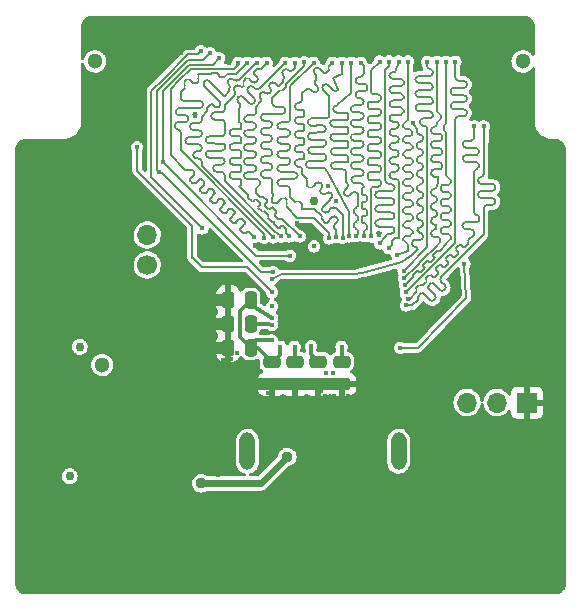
<source format=gbr>
%TF.GenerationSoftware,KiCad,Pcbnew,6.0.7-f9a2dced07~116~ubuntu20.04.1*%
%TF.CreationDate,2022-09-30T03:47:36+07:00*%
%TF.ProjectId,CH569Board,43483536-3942-46f6-9172-642e6b696361,rev?*%
%TF.SameCoordinates,Original*%
%TF.FileFunction,Copper,L4,Bot*%
%TF.FilePolarity,Positive*%
%FSLAX46Y46*%
G04 Gerber Fmt 4.6, Leading zero omitted, Abs format (unit mm)*
G04 Created by KiCad (PCBNEW 6.0.7-f9a2dced07~116~ubuntu20.04.1) date 2022-09-30 03:47:36*
%MOMM*%
%LPD*%
G01*
G04 APERTURE LIST*
G04 Aperture macros list*
%AMRoundRect*
0 Rectangle with rounded corners*
0 $1 Rounding radius*
0 $2 $3 $4 $5 $6 $7 $8 $9 X,Y pos of 4 corners*
0 Add a 4 corners polygon primitive as box body*
4,1,4,$2,$3,$4,$5,$6,$7,$8,$9,$2,$3,0*
0 Add four circle primitives for the rounded corners*
1,1,$1+$1,$2,$3*
1,1,$1+$1,$4,$5*
1,1,$1+$1,$6,$7*
1,1,$1+$1,$8,$9*
0 Add four rect primitives between the rounded corners*
20,1,$1+$1,$2,$3,$4,$5,0*
20,1,$1+$1,$4,$5,$6,$7,0*
20,1,$1+$1,$6,$7,$8,$9,0*
20,1,$1+$1,$8,$9,$2,$3,0*%
G04 Aperture macros list end*
%TA.AperFunction,ComponentPad*%
%ADD10O,1.300000X3.200000*%
%TD*%
%TA.AperFunction,ComponentPad*%
%ADD11C,1.300000*%
%TD*%
%TA.AperFunction,ComponentPad*%
%ADD12C,1.700000*%
%TD*%
%TA.AperFunction,ComponentPad*%
%ADD13O,1.700000X1.700000*%
%TD*%
%TA.AperFunction,ComponentPad*%
%ADD14R,1.700000X1.700000*%
%TD*%
%TA.AperFunction,SMDPad,CuDef*%
%ADD15RoundRect,0.250000X-0.475000X0.250000X-0.475000X-0.250000X0.475000X-0.250000X0.475000X0.250000X0*%
%TD*%
%TA.AperFunction,SMDPad,CuDef*%
%ADD16RoundRect,0.250000X0.250000X0.475000X-0.250000X0.475000X-0.250000X-0.475000X0.250000X-0.475000X0*%
%TD*%
%TA.AperFunction,ViaPad*%
%ADD17C,0.450000*%
%TD*%
%TA.AperFunction,ViaPad*%
%ADD18C,0.950000*%
%TD*%
%TA.AperFunction,ViaPad*%
%ADD19C,0.750000*%
%TD*%
%TA.AperFunction,ViaPad*%
%ADD20C,0.650000*%
%TD*%
%TA.AperFunction,ViaPad*%
%ADD21C,1.300000*%
%TD*%
%TA.AperFunction,Conductor*%
%ADD22C,0.300000*%
%TD*%
%TA.AperFunction,Conductor*%
%ADD23C,0.200000*%
%TD*%
%TA.AperFunction,Conductor*%
%ADD24C,0.205740*%
%TD*%
%TA.AperFunction,Conductor*%
%ADD25C,1.000000*%
%TD*%
%TA.AperFunction,Conductor*%
%ADD26C,0.600000*%
%TD*%
G04 APERTURE END LIST*
D10*
%TO.P,USB1,10,10*%
%TO.N,unconnected-(USB1-Pad10)*%
X120400000Y-115390007D03*
%TO.P,USB1,11,11*%
%TO.N,unconnected-(USB1-Pad11)*%
X133200000Y-115390007D03*
%TD*%
D11*
%TO.P,CN1,*%
%TO.N,*%
X143710000Y-82390000D03*
X107510000Y-82390000D03*
%TD*%
D12*
%TO.P,J1,1,Pin_1*%
%TO.N,/GXO+*%
X111912400Y-99623800D03*
D13*
%TO.P,J1,2,Pin_2*%
%TO.N,/GXO-*%
X111912400Y-97083800D03*
%TD*%
D14*
%TO.P,J2,1,Pin_1*%
%TO.N,GND*%
X144075000Y-111275000D03*
D13*
%TO.P,J2,2,Pin_2*%
%TO.N,/RXD*%
X141535000Y-111275000D03*
%TO.P,J2,3,Pin_3*%
%TO.N,/TXD*%
X138995000Y-111275000D03*
%TD*%
D15*
%TO.P,C6,1*%
%TO.N,+1V2*%
X126410000Y-107820000D03*
%TO.P,C6,2*%
%TO.N,GND*%
X126410000Y-109720000D03*
%TD*%
%TO.P,C10,1*%
%TO.N,+1V2*%
X124430000Y-107820000D03*
%TO.P,C10,2*%
%TO.N,GND*%
X124430000Y-109720000D03*
%TD*%
%TO.P,C8,1*%
%TO.N,+3V3*%
X128400000Y-107820000D03*
%TO.P,C8,2*%
%TO.N,GND*%
X128400000Y-109720000D03*
%TD*%
D16*
%TO.P,C18,1*%
%TO.N,+3V3*%
X120670000Y-102580000D03*
%TO.P,C18,2*%
%TO.N,GND*%
X118770000Y-102580000D03*
%TD*%
%TO.P,C17,1*%
%TO.N,+3V3*%
X120680000Y-106620000D03*
%TO.P,C17,2*%
%TO.N,GND*%
X118780000Y-106620000D03*
%TD*%
D15*
%TO.P,C9,1*%
%TO.N,+3V3*%
X122460000Y-107810000D03*
%TO.P,C9,2*%
%TO.N,GND*%
X122460000Y-109710000D03*
%TD*%
D16*
%TO.P,C20,1*%
%TO.N,+1V2*%
X120670000Y-104600000D03*
%TO.P,C20,2*%
%TO.N,GND*%
X118770000Y-104600000D03*
%TD*%
D17*
%TO.N,GND*%
X116875000Y-112500000D03*
X131750000Y-113130000D03*
X147175000Y-102340216D03*
X111425000Y-112150000D03*
X103886250Y-127250000D03*
X110750000Y-104575000D03*
X116475000Y-102325000D03*
X105050000Y-114225000D03*
X121250000Y-107750000D03*
X122000000Y-115300000D03*
X126810000Y-82460000D03*
X110860000Y-86890000D03*
X124775000Y-115525000D03*
D18*
X117023147Y-104516260D03*
D17*
X101150000Y-89525000D03*
X114840000Y-98830000D03*
X108400000Y-104200000D03*
X113430000Y-99830000D03*
D19*
X127711200Y-105521000D03*
D17*
X147175000Y-112984780D03*
X143225000Y-78825000D03*
X122525000Y-110000000D03*
X122275000Y-112975000D03*
X126840000Y-112330000D03*
X110235000Y-107960000D03*
X100950000Y-109578844D03*
X124450000Y-110190000D03*
X127830000Y-116600000D03*
X102950000Y-117900000D03*
X122174000Y-110490000D03*
X146800000Y-89350000D03*
X142075000Y-95050000D03*
X147175000Y-93216304D03*
X114775000Y-97375000D03*
X128100000Y-115750000D03*
X109750000Y-113875000D03*
X101700000Y-127250000D03*
X147175000Y-120588040D03*
X125010000Y-111560000D03*
X127500000Y-112300000D03*
X122650000Y-111950000D03*
X147175000Y-91695652D03*
X126125000Y-109900000D03*
X104316666Y-122550000D03*
X100950000Y-125975000D03*
X108475000Y-117050000D03*
X117875000Y-117425000D03*
X119126000Y-116332000D03*
X100950000Y-116410574D03*
X147175000Y-117546736D03*
X147175000Y-123629344D03*
X100950000Y-94549038D03*
X109350000Y-103300000D03*
D19*
X127711200Y-104454200D03*
D17*
X107300000Y-106825000D03*
X138866250Y-127250000D03*
X122530000Y-111440000D03*
X100950000Y-108212498D03*
X111425000Y-111287500D03*
X111610000Y-86845000D03*
X147175000Y-119067388D03*
X112400000Y-113037500D03*
X106525000Y-88325000D03*
X100950000Y-113677882D03*
X109475000Y-107200000D03*
D19*
X123444000Y-103362000D03*
D17*
X109725000Y-105500000D03*
X144650000Y-88300000D03*
X130820000Y-82450000D03*
X125130000Y-111030000D03*
X141052500Y-127250000D03*
X112200000Y-125075000D03*
X109540000Y-82520000D03*
X108850000Y-112175000D03*
X147175000Y-96257608D03*
X117400000Y-116975000D03*
X122550000Y-110800000D03*
X137730000Y-106800000D03*
X119925000Y-109000000D03*
X147175000Y-103860868D03*
X110250000Y-102325000D03*
X106875000Y-113650000D03*
D18*
X129780000Y-115940000D03*
D17*
X112400000Y-113900000D03*
X113625000Y-100675000D03*
X105375000Y-122550000D03*
D19*
X124510800Y-102295200D03*
D17*
X113610000Y-102370000D03*
X115150000Y-125175000D03*
X107550000Y-105100000D03*
X147175000Y-97778260D03*
D19*
X126644400Y-102320600D03*
D17*
X110575000Y-111287500D03*
X108450000Y-122575000D03*
X120550000Y-108350000D03*
X112350000Y-103000000D03*
X110600000Y-112150000D03*
X120625000Y-112000000D03*
X103300000Y-116200000D03*
X117340000Y-115490000D03*
X124540000Y-112540000D03*
X110850000Y-95670000D03*
X100950000Y-124608650D03*
X125900000Y-112900000D03*
X102320000Y-90180000D03*
X103258333Y-122550000D03*
X121230000Y-108760000D03*
X117000000Y-105300000D03*
X141250000Y-82325000D03*
X142275000Y-78825000D03*
X102025000Y-89250000D03*
X142725000Y-81550000D03*
X128700000Y-112900000D03*
X109100000Y-78825000D03*
X112675000Y-110725000D03*
X144450000Y-85541664D03*
X108258750Y-127250000D03*
X110280000Y-97500000D03*
X115550000Y-107225000D03*
X116250000Y-106825000D03*
X103425000Y-117825000D03*
D19*
X110550000Y-126450000D03*
D17*
X121100000Y-117300000D03*
X141125000Y-90100000D03*
X103300000Y-117300000D03*
X111475000Y-109375000D03*
X122000000Y-114200000D03*
X147175000Y-116026084D03*
X106950000Y-110650000D03*
X128950000Y-110725000D03*
X100950000Y-102747114D03*
X125680000Y-111620000D03*
X123910000Y-118990000D03*
X108850000Y-113037500D03*
X102500000Y-118650000D03*
X109475000Y-116075000D03*
X142150000Y-92575000D03*
X113600000Y-97090000D03*
X145425000Y-127250000D03*
X141250000Y-87900000D03*
X104475000Y-104950000D03*
X127935000Y-127250000D03*
X120800000Y-109225000D03*
X100950000Y-93182692D03*
X110600000Y-113012500D03*
X147175000Y-100819564D03*
X135330000Y-110590000D03*
X125510000Y-119030000D03*
X128300000Y-110725000D03*
X130475000Y-111650000D03*
X110170000Y-89720000D03*
X125040000Y-112170000D03*
X117350000Y-114750000D03*
X116500000Y-103050000D03*
X147175000Y-94736956D03*
X114625000Y-105250000D03*
X118350000Y-107675000D03*
X121600000Y-111000000D03*
X102200000Y-122550000D03*
D19*
X124510800Y-104428800D03*
D17*
X119625000Y-113000000D03*
X128250000Y-112300000D03*
D19*
X123444000Y-104428800D03*
D17*
X103225000Y-120325000D03*
X141250000Y-95760000D03*
X119120000Y-118950000D03*
X117003750Y-127250000D03*
X121158000Y-111506000D03*
X111025000Y-101525000D03*
X111125000Y-92575000D03*
X141170000Y-97970000D03*
D19*
X123444000Y-105495600D03*
D17*
X110410000Y-100020000D03*
X114800000Y-81680000D03*
X100950000Y-104113460D03*
X109000000Y-115450000D03*
X122936000Y-109474000D03*
D19*
X125577600Y-105495600D03*
D17*
X113800000Y-104530000D03*
X128900000Y-112300000D03*
X107797600Y-87934800D03*
X141200000Y-100760000D03*
X117633332Y-107675000D03*
X127860000Y-117430000D03*
X106525000Y-87212500D03*
X105800000Y-89025000D03*
X141140000Y-88930000D03*
X123562500Y-127250000D03*
X117362500Y-109450000D03*
X144500000Y-80075000D03*
X105175000Y-113700000D03*
X144450000Y-81291666D03*
X104425000Y-118125000D03*
X131075000Y-112850000D03*
X119100000Y-114175000D03*
X141140000Y-101970000D03*
X125730000Y-115570000D03*
X100950000Y-106846152D03*
X127000000Y-110730000D03*
X117650000Y-112425000D03*
D19*
X123444000Y-102295200D03*
D17*
X106525000Y-83875000D03*
X126610000Y-118900000D03*
D19*
X107750000Y-112200000D03*
D17*
X126200000Y-112200000D03*
X117175000Y-98175000D03*
X131575000Y-97100000D03*
X127250000Y-92975000D03*
X113625000Y-115475000D03*
X123800000Y-117200000D03*
X102500000Y-118150000D03*
X106072500Y-127250000D03*
X106525000Y-80537500D03*
X131860000Y-114030000D03*
X129600000Y-110825000D03*
X113485000Y-112185000D03*
X121376250Y-127250000D03*
X109750000Y-113012500D03*
X145575000Y-89100000D03*
D19*
X126000000Y-94225000D03*
D17*
X119126000Y-113538000D03*
X119075000Y-115550000D03*
X119000000Y-109450000D03*
X106500000Y-83125000D03*
X101300000Y-118475000D03*
X117350000Y-116300000D03*
X102000000Y-118800000D03*
X100950000Y-112311536D03*
X143125000Y-83575000D03*
X104375000Y-115075000D03*
X138890000Y-105660000D03*
X130940000Y-110520000D03*
X100950000Y-110945190D03*
X138810000Y-82390000D03*
X141140000Y-99280000D03*
X116543750Y-109450000D03*
X141125000Y-91025000D03*
X102000000Y-118175000D03*
X109750000Y-110425000D03*
X131820000Y-114890000D03*
X147175000Y-105381520D03*
X141250000Y-96850000D03*
X127900000Y-112900000D03*
X144450000Y-86958330D03*
D19*
X113700000Y-126450000D03*
D17*
X139975000Y-82375000D03*
D19*
X124510800Y-101203000D03*
D17*
X115525000Y-106050000D03*
X127700000Y-110730000D03*
X108850000Y-113900000D03*
X110920000Y-98350000D03*
X125740000Y-109430000D03*
X100950000Y-123242304D03*
X119000000Y-107575000D03*
X120142000Y-112522000D03*
X116190000Y-116320000D03*
X109750000Y-111287500D03*
X110575000Y-110425000D03*
X125984000Y-116332000D03*
D19*
X102300000Y-111500000D03*
D17*
X100950000Y-119143266D03*
X111425000Y-113875000D03*
X107670000Y-84820000D03*
X147175000Y-90175000D03*
X115300000Y-100400000D03*
X108725000Y-81825000D03*
X111610000Y-82500000D03*
X144175000Y-79025000D03*
X115725000Y-109450000D03*
X104825000Y-114700000D03*
X106850000Y-114175000D03*
X129413000Y-99568000D03*
D20*
X126800000Y-113060000D03*
D17*
X110600000Y-113875000D03*
X108125000Y-78825000D03*
X119126000Y-114808000D03*
X147175000Y-106902172D03*
X118175000Y-98250000D03*
X110310000Y-96400000D03*
X132775000Y-100175000D03*
D19*
X103200000Y-118550000D03*
D17*
X147175000Y-122108692D03*
X119525000Y-107050000D03*
X144525000Y-83325000D03*
X108700000Y-83000000D03*
D19*
X124510800Y-103362000D03*
D17*
X142160000Y-93700000D03*
X115230000Y-102510000D03*
D19*
X125577600Y-103362000D03*
D17*
X142500000Y-82575000D03*
X100950000Y-97281730D03*
X122810000Y-82450000D03*
X116130000Y-104360000D03*
X133720000Y-110600000D03*
X106525000Y-79425000D03*
X128840000Y-115660000D03*
X126600000Y-110275000D03*
X122280000Y-118960000D03*
X108950000Y-106125000D03*
X132440000Y-112320000D03*
X124625000Y-96100000D03*
D19*
X126644400Y-103387400D03*
D17*
X110445000Y-127250000D03*
X130121250Y-127250000D03*
X141140000Y-103470000D03*
X141280000Y-91930000D03*
X147175000Y-99298912D03*
X100950000Y-101380768D03*
X109750000Y-112150000D03*
X108850000Y-110425000D03*
X136680000Y-127250000D03*
X107150000Y-78825000D03*
X100950000Y-117776920D03*
X109425000Y-117000000D03*
X123025000Y-110050000D03*
X117300000Y-113200000D03*
D19*
X125577600Y-102295200D03*
D17*
X109075000Y-125075000D03*
X106525000Y-84987500D03*
X120760000Y-118930000D03*
X144450000Y-84124998D03*
X111425000Y-113012500D03*
X119075000Y-111150000D03*
X112910000Y-95740000D03*
X100950000Y-98648076D03*
X112850000Y-102475000D03*
X112800000Y-100750000D03*
X130720000Y-115740000D03*
X119190000Y-127250000D03*
X114817500Y-127250000D03*
X103400000Y-115650000D03*
X147175000Y-114505432D03*
D19*
X123444000Y-101203000D03*
D17*
X125090000Y-112950000D03*
X110890000Y-100660000D03*
X147175000Y-111464128D03*
X107700000Y-116800000D03*
X103900000Y-115400000D03*
X110370000Y-99180000D03*
X100950000Y-105479806D03*
X132290000Y-110550000D03*
X141260000Y-87030000D03*
X102450000Y-96900000D03*
X106525000Y-81650000D03*
X100950000Y-90450000D03*
X119770000Y-110330000D03*
X118375000Y-111850000D03*
X107700000Y-83650000D03*
X103350000Y-116800000D03*
X110150000Y-105100000D03*
X100950000Y-121875958D03*
X100950000Y-120509612D03*
X115325000Y-114000000D03*
X136270000Y-108206000D03*
X143040000Y-84800000D03*
D19*
X125577600Y-104428800D03*
D17*
X143040000Y-80040000D03*
X130075000Y-111175000D03*
D19*
X107690000Y-113960000D03*
D17*
X103850000Y-118275000D03*
X111650000Y-103775000D03*
X132307500Y-127250000D03*
X109250000Y-114550000D03*
X100950000Y-115044228D03*
D19*
X126644400Y-105521000D03*
D17*
X143500000Y-81075000D03*
X103150000Y-89250000D03*
X120350000Y-109640000D03*
X113840000Y-97750000D03*
X102270000Y-93470000D03*
D19*
X127711200Y-103387400D03*
D17*
X113360000Y-96370000D03*
X121080000Y-98060000D03*
X108850000Y-111287500D03*
X122700000Y-115600000D03*
X147175000Y-125150000D03*
X114385000Y-112910000D03*
X131660000Y-115620000D03*
X114500000Y-96075000D03*
X100950000Y-95915384D03*
X125748750Y-127250000D03*
X112631250Y-127250000D03*
X134810000Y-82380000D03*
X104275000Y-89250000D03*
X107850000Y-81125000D03*
X140080000Y-104650000D03*
D19*
X124510800Y-105495600D03*
D17*
X110260000Y-106460000D03*
X105350000Y-113175000D03*
X117300000Y-99050000D03*
X112400000Y-112175000D03*
X123025000Y-112575000D03*
X147175000Y-108422824D03*
X112000000Y-95520000D03*
X112830000Y-94560000D03*
X107610000Y-79950000D03*
X146975000Y-126950000D03*
X147175000Y-109943476D03*
X113650000Y-103540000D03*
X112425000Y-116925000D03*
X115370000Y-103530000D03*
X116916666Y-107675000D03*
X117350000Y-113980000D03*
X118400000Y-99100000D03*
X143238750Y-127250000D03*
D19*
X106850000Y-123850000D03*
D17*
X134493750Y-127250000D03*
X130675000Y-112300000D03*
D19*
X126644400Y-101228400D03*
D17*
X125200000Y-117200000D03*
X115970000Y-86880000D03*
D19*
X126644400Y-104454200D03*
D17*
X100950000Y-100014422D03*
X118810000Y-82490000D03*
D19*
X125577600Y-101203000D03*
D17*
X114400000Y-105950000D03*
D19*
X127711200Y-102320600D03*
D17*
X106525000Y-86100000D03*
X127925000Y-94250000D03*
X118181250Y-109450000D03*
D19*
X127711200Y-101228400D03*
D17*
X115385000Y-112160000D03*
X100950000Y-91816346D03*
X127290000Y-118140000D03*
X116200000Y-107675000D03*
%TO.N,+3V3*%
X126034800Y-98044000D03*
X122490000Y-103110000D03*
X128380000Y-106550000D03*
D21*
X108100000Y-108100000D03*
D17*
X123200000Y-106550000D03*
X122450000Y-106000000D03*
X122480000Y-104080000D03*
%TO.N,+1V2*%
X122500000Y-104680000D03*
X125790000Y-106510000D03*
X124390000Y-106540000D03*
%TO.N,/SCLK*%
X116586000Y-96520000D03*
X116459000Y-81534000D03*
%TO.N,/CS*%
X111048800Y-89662000D03*
X122490000Y-101930000D03*
%TO.N,/HD2*%
X122460000Y-100810000D03*
X134420000Y-87640000D03*
%TO.N,/HD18*%
X132400000Y-82400000D03*
X131622800Y-97790000D03*
%TO.N,/HD17*%
X133225000Y-82400000D03*
X132384800Y-98196400D03*
%TO.N,/HD16*%
X133096000Y-98755200D03*
X134000000Y-82400000D03*
%TO.N,/HD15*%
X133637768Y-100128917D03*
X135625000Y-82425000D03*
%TO.N,/HD14*%
X133678099Y-100731164D03*
X136425000Y-82425000D03*
%TO.N,/HD13*%
X137225000Y-82425000D03*
X133775000Y-101325000D03*
%TO.N,/HD12*%
X138000000Y-82425000D03*
X133817712Y-101951384D03*
%TO.N,/HD11*%
X139598400Y-87884000D03*
X133993549Y-102500416D03*
%TO.N,/HD10*%
X140411200Y-87884000D03*
X133822478Y-103050952D03*
%TO.N,/HTRDY*%
X133340000Y-106640000D03*
X138770000Y-99520000D03*
%TO.N,/HD19*%
X131600000Y-82400000D03*
X130850000Y-97200000D03*
%TO.N,/HD20*%
X130250000Y-97175000D03*
X130000000Y-82500000D03*
%TO.N,/HD21*%
X129604047Y-97152549D03*
X129200000Y-82500000D03*
%TO.N,/HD23*%
X128462025Y-97301824D03*
X127600000Y-82500000D03*
%TO.N,/HD25*%
X125225000Y-82475000D03*
X127317823Y-97370467D03*
%TO.N,/HD27*%
X123950000Y-97200000D03*
X123600000Y-82500000D03*
%TO.N,/HD28*%
X123250000Y-97210000D03*
X122025000Y-82500000D03*
%TO.N,/LED1*%
X123991255Y-98830218D03*
X118010000Y-82120000D03*
X113260000Y-90930000D03*
%TO.N,/HD29*%
X122580000Y-97280000D03*
X121200000Y-82500000D03*
%TO.N,/LED2*%
X117220000Y-81690000D03*
X112945711Y-91770711D03*
X122580000Y-100220000D03*
%TO.N,/HD30*%
X121825000Y-97300000D03*
X120400000Y-82500000D03*
%TO.N,/HD31*%
X120950000Y-97250000D03*
X119600000Y-82500000D03*
%TO.N,/TXD*%
X127029324Y-108749973D03*
%TO.N,/RXD*%
X127680000Y-108760000D03*
D18*
%TO.N,/VBUS*%
X116500000Y-118120000D03*
X123780000Y-115870000D03*
D17*
%TO.N,/HD22*%
X129029532Y-97200378D03*
X128400000Y-82500000D03*
%TO.N,/HD24*%
X126000000Y-82500000D03*
X127886195Y-97273983D03*
%TO.N,/HD26*%
X124425000Y-82500000D03*
X124825000Y-97200000D03*
D19*
%TO.N,Net-(R6-Pad1)*%
X105350000Y-117500000D03*
X106200000Y-106550000D03*
%TD*%
D22*
%TO.N,+3V3*%
X122480000Y-104080000D02*
X121125000Y-103250000D01*
X121125000Y-103250000D02*
X120670000Y-102580000D01*
X122450000Y-106000000D02*
X121150000Y-106000000D01*
X128380000Y-106550000D02*
X128380000Y-107800000D01*
X128380000Y-107800000D02*
X128400000Y-107820000D01*
%TO.N,+1V2*%
X125790000Y-106510000D02*
X125790000Y-107200000D01*
X125790000Y-107200000D02*
X126410000Y-107820000D01*
X124390000Y-106540000D02*
X124390000Y-107780000D01*
X124390000Y-107780000D02*
X124430000Y-107820000D01*
%TO.N,+3V3*%
X123200000Y-106550000D02*
X123200000Y-107250000D01*
X123200000Y-107250000D02*
X123100000Y-107350000D01*
D23*
%TO.N,+1V2*%
X125800000Y-107350000D02*
X126410000Y-107820000D01*
%TO.N,+3V3*%
X122640000Y-107810000D02*
X122460000Y-107810000D01*
X123100000Y-107350000D02*
X122640000Y-107810000D01*
D24*
X121150000Y-106000000D02*
X120680000Y-106470000D01*
X120680000Y-106470000D02*
X120680000Y-106620000D01*
D25*
%TO.N,GND*%
X118780000Y-106620000D02*
X117460000Y-106620000D01*
X117106887Y-104600000D02*
X117023147Y-104516260D01*
X117023147Y-108193147D02*
X117023147Y-107893853D01*
X128400000Y-109720000D02*
X118550000Y-109720000D01*
X118770000Y-104600000D02*
X117106887Y-104600000D01*
X117023147Y-107893853D02*
X117023147Y-104516260D01*
X117250000Y-102580000D02*
X117023147Y-102806853D01*
X117023147Y-102806853D02*
X117023147Y-104516260D01*
X118550000Y-109720000D02*
X117023147Y-108193147D01*
X117023147Y-106183147D02*
X117023147Y-104516260D01*
X118770000Y-102580000D02*
X117250000Y-102580000D01*
X117460000Y-106620000D02*
X117023147Y-106183147D01*
D22*
%TO.N,+3V3*%
X120670000Y-102580000D02*
X119770000Y-103480000D01*
X121270000Y-106620000D02*
X122460000Y-107810000D01*
X119770000Y-105710000D02*
X120680000Y-106620000D01*
X120680000Y-106620000D02*
X121270000Y-106620000D01*
X119770000Y-103480000D02*
X119770000Y-105710000D01*
D23*
%TO.N,+1V2*%
X122500000Y-104680000D02*
X120756503Y-104686503D01*
X120766959Y-104503041D02*
X120670000Y-104600000D01*
X122330000Y-104570000D02*
X122263041Y-104503041D01*
X120756503Y-104686503D02*
X120670000Y-104600000D01*
X122263041Y-104503041D02*
X120766959Y-104503041D01*
%TO.N,/SCLK*%
X112268000Y-92202000D02*
X112268000Y-84915494D01*
X115395493Y-81788000D02*
X116205000Y-81788000D01*
X113298347Y-83885147D02*
X115395493Y-81788000D01*
X116205000Y-81788000D02*
X116459000Y-81534000D01*
X116586000Y-96520000D02*
X112268000Y-92202000D01*
X112268000Y-84915494D02*
X113298347Y-83885147D01*
%TO.N,/CS*%
X111048800Y-91643200D02*
X111048800Y-89662000D01*
X111506000Y-92100400D02*
X111048800Y-91643200D01*
X116524831Y-99811631D02*
X115773200Y-99060000D01*
X115722400Y-99009200D02*
X115722400Y-96570800D01*
X116841631Y-99811631D02*
X116524831Y-99811631D01*
X115722400Y-96316800D02*
X111506000Y-92100400D01*
X120371631Y-99811631D02*
X116841631Y-99811631D01*
X122490000Y-101930000D02*
X120371631Y-99811631D01*
X115773200Y-99060000D02*
X115722400Y-99009200D01*
X115722400Y-96570800D02*
X115722400Y-96316800D01*
D24*
%TO.N,/HD2*%
X130135000Y-100275000D02*
X133450000Y-99410000D01*
X135011961Y-92208216D02*
X135011960Y-92208216D01*
X135264709Y-92556237D02*
X135263921Y-92456240D01*
X134731260Y-88310305D02*
X134731261Y-88310304D01*
X123350000Y-100420000D02*
X129420000Y-100430000D01*
X133800063Y-99150405D02*
X134340000Y-98750000D01*
X134797007Y-96660048D02*
X134797008Y-96660048D01*
X135283606Y-94956163D02*
X135282818Y-94856166D01*
X135015503Y-95833301D02*
X135015504Y-95833301D01*
X134788738Y-95610079D02*
X134788739Y-95610079D01*
X134578512Y-97486797D02*
X135028497Y-97483252D01*
X129420000Y-100430000D02*
X130135000Y-100275000D01*
X134778895Y-94360118D02*
X134778896Y-94360118D01*
X134993064Y-89808290D02*
X134993063Y-89808290D01*
X135030858Y-94608142D02*
X135030857Y-94608142D01*
X135285969Y-88905956D02*
X135285575Y-88855957D01*
X134356471Y-97863555D02*
X134356472Y-97863556D01*
X134741102Y-89560266D02*
X134740317Y-89460270D01*
X133450000Y-99410000D02*
X133800063Y-99150405D01*
X135274157Y-93756200D02*
X135273369Y-93656203D01*
X134731261Y-88310304D02*
X134730000Y-88150000D01*
X122460000Y-100810000D02*
X123180000Y-100440000D01*
X135002512Y-91008253D02*
X135002511Y-91008253D01*
X134769446Y-93160155D02*
X134769447Y-93160155D01*
X135243450Y-96206518D02*
X135242268Y-96056522D01*
X134678060Y-88064548D02*
X134420000Y-87640000D01*
X135008418Y-88583130D02*
X135008418Y-88583131D01*
X134741101Y-89560266D02*
X134741102Y-89560266D01*
X135264710Y-92556236D02*
X135264709Y-92556237D01*
X135274158Y-93756199D02*
X135274157Y-93756200D01*
X134759999Y-91960192D02*
X134759214Y-91860196D01*
X134778896Y-94360118D02*
X134778111Y-94260122D01*
X135013142Y-89183113D02*
X135013143Y-89183113D01*
X134730000Y-88150000D02*
X134678060Y-88064548D01*
X134340000Y-98750000D02*
X134810000Y-98310000D01*
X135283607Y-94956162D02*
X135283606Y-94956163D01*
X134797006Y-96660048D02*
X134797007Y-96660048D01*
X135245812Y-90156311D02*
X135245024Y-90056314D01*
X135023771Y-96883270D02*
X135023772Y-96883270D01*
X123160000Y-100450000D02*
X123350000Y-100420000D01*
X134356472Y-97863556D02*
X134355292Y-97713560D01*
X134759998Y-91960192D02*
X134759999Y-91960192D01*
X135243451Y-96206517D02*
X135243450Y-96206518D01*
X135021409Y-93408179D02*
X135021408Y-93408179D01*
X135255261Y-91356273D02*
X135255260Y-91356274D01*
X135251718Y-97256487D02*
X135250536Y-97106491D01*
X134788739Y-95610079D02*
X134787560Y-95460085D01*
X134750549Y-90760229D02*
X134750550Y-90760229D01*
X135285969Y-88905955D02*
X135285969Y-88905956D01*
X135255260Y-91356274D02*
X135254472Y-91256277D01*
X134578513Y-97486797D02*
X134578512Y-97486797D01*
X134769447Y-93160155D02*
X134768663Y-93060159D01*
X123180000Y-100440000D02*
X123160000Y-100450000D01*
X135245813Y-90156310D02*
X135245812Y-90156311D01*
X134750550Y-90760229D02*
X134749766Y-90660233D01*
X134578513Y-97486793D02*
G75*
G03*
X134355293Y-97713560I1787J-225007D01*
G01*
X135016686Y-92808164D02*
G75*
G03*
X134768664Y-93060159I2014J-250036D01*
G01*
X134741111Y-89560266D02*
G75*
G03*
X134993063Y-89808289I249989J1966D01*
G01*
X134731270Y-88310305D02*
G75*
G03*
X135008418Y-88583131I275030J2205D01*
G01*
X135243482Y-96206517D02*
G75*
G02*
X135020229Y-96433282I-224982J-1783D01*
G01*
X135035582Y-95208061D02*
G75*
G03*
X134787561Y-95460085I2018J-250039D01*
G01*
X134778859Y-94360118D02*
G75*
G03*
X135030857Y-94608141I250041J2018D01*
G01*
X135274160Y-93756199D02*
G75*
G02*
X135026134Y-94008161I-249960J-2001D01*
G01*
X134750546Y-90760229D02*
G75*
G03*
X135002511Y-91008253I249954J1929D01*
G01*
X135030858Y-94608083D02*
G75*
G02*
X135282818Y-94856166I1942J-250017D01*
G01*
X135255335Y-91356272D02*
G75*
G02*
X135007237Y-91608234I-250035J-1928D01*
G01*
X135007237Y-91608215D02*
G75*
G03*
X134759215Y-91860196I1963J-249985D01*
G01*
X135264697Y-92556236D02*
G75*
G02*
X135016686Y-92808197I-249997J-1964D01*
G01*
X135283623Y-94956162D02*
G75*
G02*
X135035583Y-95208123I-250023J-1938D01*
G01*
X135002512Y-91008229D02*
G75*
G02*
X135254472Y-91256277I1988J-249971D01*
G01*
X135026134Y-94008212D02*
G75*
G03*
X134778111Y-94260122I1966J-249988D01*
G01*
X135011961Y-92208180D02*
G75*
G02*
X135263920Y-92456240I1939J-250020D01*
G01*
X135286013Y-88905955D02*
G75*
G02*
X135013143Y-89183113I-275013J-2145D01*
G01*
X134769421Y-93160155D02*
G75*
G03*
X135021408Y-93408179I249979J1955D01*
G01*
X134993064Y-89808276D02*
G75*
G02*
X135245023Y-90056314I1936J-250024D01*
G01*
X134356522Y-97863555D02*
G75*
G03*
X134583235Y-98086778I224978J1755D01*
G01*
X135013142Y-89183117D02*
G75*
G03*
X134740318Y-89460270I2158J-274983D01*
G01*
X135251652Y-97256488D02*
G75*
G02*
X135028497Y-97483252I-224952J-1812D01*
G01*
X135008418Y-88583126D02*
G75*
G02*
X135285575Y-88855957I2182J-274974D01*
G01*
X134788699Y-95610079D02*
G75*
G03*
X135015504Y-95833301I225001J1779D01*
G01*
X135021409Y-93408232D02*
G75*
G02*
X135273368Y-93656203I1991J-249968D01*
G01*
X134759985Y-91960192D02*
G75*
G03*
X135011960Y-92208215I250015J1992D01*
G01*
X134997789Y-90408267D02*
G75*
G03*
X134749766Y-90660233I2011J-250033D01*
G01*
X135245771Y-90156310D02*
G75*
G02*
X134997789Y-90408271I-249971J-1990D01*
G01*
X135020229Y-96433309D02*
G75*
G03*
X134797009Y-96660048I1771J-224991D01*
G01*
X134583235Y-98086800D02*
G75*
G02*
X134810000Y-98310000I1765J-225000D01*
G01*
X135015503Y-95833332D02*
G75*
G02*
X135242268Y-96056522I1797J-224968D01*
G01*
X135023771Y-96883264D02*
G75*
G02*
X135250536Y-97106491I1729J-225036D01*
G01*
X134797031Y-96660048D02*
G75*
G03*
X135023772Y-96883269I224969J1748D01*
G01*
%TO.N,/HD18*%
X132562964Y-95172000D02*
X131517036Y-95172000D01*
X132562964Y-92772000D02*
X132390000Y-92772000D01*
X132090000Y-83110000D02*
X132400000Y-82800000D01*
X132400000Y-82800000D02*
X132400000Y-82400000D01*
X131517036Y-93372000D02*
X132562964Y-93372000D01*
X132090000Y-92472000D02*
X132090000Y-83110000D01*
X131517036Y-95772000D02*
X132562964Y-95772000D01*
X131622800Y-97790000D02*
X132090000Y-97272000D01*
X132562964Y-96372000D02*
X132390000Y-96372000D01*
X132562964Y-93972000D02*
X131517036Y-93972000D01*
X132390000Y-96972000D02*
X132562964Y-96972000D01*
X132390000Y-96372000D02*
X131517036Y-96372000D01*
X131517036Y-94572000D02*
X132562964Y-94572000D01*
X131517036Y-95772036D02*
G75*
G03*
X131217036Y-96072000I-36J-299964D01*
G01*
X132562964Y-92772036D02*
G75*
G02*
X132862964Y-93072000I36J-299964D01*
G01*
X132863000Y-94272000D02*
G75*
G02*
X132562964Y-94572000I-300000J0D01*
G01*
X131517036Y-93372036D02*
G75*
G03*
X131217036Y-93672000I-36J-299964D01*
G01*
X132562964Y-95172036D02*
G75*
G02*
X132862964Y-95472000I36J-299964D01*
G01*
X131217000Y-96072000D02*
G75*
G03*
X131517036Y-96372000I300000J0D01*
G01*
X131217000Y-94872000D02*
G75*
G03*
X131517036Y-95172000I300000J0D01*
G01*
X132863000Y-95472000D02*
G75*
G02*
X132562964Y-95772000I-300000J0D01*
G01*
X132863000Y-96672000D02*
G75*
G02*
X132562964Y-96972000I-300000J0D01*
G01*
X131217000Y-93672000D02*
G75*
G03*
X131517036Y-93972000I300000J0D01*
G01*
X132090000Y-92472000D02*
G75*
G03*
X132390000Y-92772000I300000J0D01*
G01*
X132863000Y-93072000D02*
G75*
G02*
X132562964Y-93372000I-300000J0D01*
G01*
X132390000Y-96972000D02*
G75*
G03*
X132090000Y-97272000I0J-300000D01*
G01*
X132562964Y-96372036D02*
G75*
G02*
X132862964Y-96672000I36J-299964D01*
G01*
X132562964Y-93972036D02*
G75*
G02*
X132862964Y-94272000I36J-299964D01*
G01*
X131517036Y-94572036D02*
G75*
G03*
X131217036Y-94872000I-36J-299964D01*
G01*
%TO.N,/HD17*%
X133248400Y-97332800D02*
X133230355Y-92784987D01*
X133230355Y-92784987D02*
X133229761Y-92634990D01*
X133229761Y-92634990D02*
X133229759Y-92634989D01*
X132725000Y-89285000D02*
X132925000Y-89285000D01*
X132725000Y-88085000D02*
X132925000Y-88085000D01*
X132728573Y-92336975D02*
X132728574Y-92336974D01*
X133625000Y-84285000D02*
X133625000Y-84085000D01*
X132925000Y-91085000D02*
X132725000Y-91085000D01*
X132925000Y-88685000D02*
X132725000Y-88685000D01*
X132726193Y-91736980D02*
X132926192Y-91736187D01*
X132649436Y-97582365D02*
X132899003Y-97332799D01*
X133225000Y-91435000D02*
X133225000Y-91385000D01*
X133425000Y-85085000D02*
X132725000Y-85085000D01*
X132725000Y-83285000D02*
X132925000Y-83285000D01*
X133625000Y-86685000D02*
X133625000Y-86485000D01*
X132925000Y-87485000D02*
X132725000Y-87485000D01*
X132725000Y-86885000D02*
X133425000Y-86885000D01*
X132925000Y-83285000D02*
X133225000Y-82400000D01*
X132725000Y-84485000D02*
X133425000Y-84485000D01*
X132399871Y-98181328D02*
X132649436Y-97931761D01*
X132926192Y-91736187D02*
X132926192Y-91736188D01*
X132427386Y-92038168D02*
X132427385Y-92038168D01*
X132725000Y-85685000D02*
X133425000Y-85685000D01*
X133425000Y-86285000D02*
X132725000Y-86285000D01*
X132384800Y-98196400D02*
X132399871Y-98181328D01*
X132725000Y-90485000D02*
X132925000Y-90485000D01*
X133425000Y-83885000D02*
X132725000Y-83885000D01*
X132925000Y-89885000D02*
X132725000Y-89885000D01*
X133073701Y-97332799D02*
X133073702Y-97332800D01*
X133625000Y-85485000D02*
X133625000Y-85285000D01*
X132928571Y-92336181D02*
X132728573Y-92336975D01*
X132425000Y-87185000D02*
G75*
G03*
X132725000Y-87485000I300000J0D01*
G01*
X132427426Y-92038168D02*
G75*
G03*
X132728574Y-92336974I299974J1168D01*
G01*
X132725000Y-85685000D02*
G75*
G03*
X132425000Y-85985000I0J-300000D01*
G01*
X132725000Y-90485000D02*
G75*
G03*
X132425000Y-90785000I0J-300000D01*
G01*
X132425000Y-84785000D02*
G75*
G03*
X132725000Y-85085000I300000J0D01*
G01*
X133248400Y-97332800D02*
G75*
G02*
X133073702Y-97332800I-87349J87349D01*
G01*
X133225000Y-87785000D02*
G75*
G02*
X132925000Y-88085000I-300000J0D01*
G01*
X132425000Y-85985000D02*
G75*
G03*
X132725000Y-86285000I300000J0D01*
G01*
X132925000Y-88685000D02*
G75*
G02*
X133225000Y-88985000I0J-300000D01*
G01*
X132925000Y-91085000D02*
G75*
G02*
X133225000Y-91385000I0J-300000D01*
G01*
X132726193Y-91736985D02*
G75*
G03*
X132427385Y-92038168I1207J-300015D01*
G01*
X132649448Y-97757051D02*
G75*
G02*
X132649436Y-97931761I-87348J-87349D01*
G01*
X133225000Y-88985000D02*
G75*
G02*
X132925000Y-89285000I-300000J0D01*
G01*
X133225000Y-90185000D02*
G75*
G02*
X132925000Y-90485000I-300000J0D01*
G01*
X132425000Y-89585000D02*
G75*
G03*
X132725000Y-89885000I300000J0D01*
G01*
X133425000Y-83885000D02*
G75*
G02*
X133625000Y-84085000I0J-200000D01*
G01*
X132725000Y-86885000D02*
G75*
G03*
X132425000Y-87185000I0J-300000D01*
G01*
X133625000Y-86685000D02*
G75*
G02*
X133425000Y-86885000I-200000J0D01*
G01*
X133425000Y-86285000D02*
G75*
G02*
X133625000Y-86485000I0J-200000D01*
G01*
X133625000Y-84285000D02*
G75*
G02*
X133425000Y-84485000I-200000J0D01*
G01*
X133224988Y-91435000D02*
G75*
G02*
X132926192Y-91736188I-299988J-1200D01*
G01*
X132425000Y-90785000D02*
G75*
G03*
X132725000Y-91085000I300000J0D01*
G01*
X133425000Y-85085000D02*
G75*
G02*
X133625000Y-85285000I0J-200000D01*
G01*
X132925000Y-89885000D02*
G75*
G02*
X133225000Y-90185000I0J-300000D01*
G01*
X132425000Y-83585000D02*
G75*
G03*
X132725000Y-83885000I300000J0D01*
G01*
X133625000Y-85485000D02*
G75*
G02*
X133425000Y-85685000I-200000J0D01*
G01*
X132925000Y-87485000D02*
G75*
G02*
X133225000Y-87785000I0J-300000D01*
G01*
X132928571Y-92336242D02*
G75*
G02*
X133229759Y-92634989I1229J-299958D01*
G01*
X132725000Y-89285000D02*
G75*
G03*
X132425000Y-89585000I0J-300000D01*
G01*
X133073701Y-97332799D02*
G75*
G03*
X132899003Y-97332799I-87349J-87349D01*
G01*
X132725000Y-84485000D02*
G75*
G03*
X132425000Y-84785000I0J-300000D01*
G01*
X132649422Y-97582351D02*
G75*
G03*
X132649436Y-97757063I87378J-87349D01*
G01*
X132725000Y-83285000D02*
G75*
G03*
X132425000Y-83585000I0J-300000D01*
G01*
X132725000Y-88085000D02*
G75*
G03*
X132425000Y-88385000I0J-300000D01*
G01*
X132425000Y-88385000D02*
G75*
G03*
X132725000Y-88685000I300000J0D01*
G01*
%TO.N,/HD16*%
X134000000Y-95332000D02*
X134200000Y-95332000D01*
X133600000Y-91332000D02*
X133600000Y-91532000D01*
X134400000Y-95532000D02*
X134400000Y-95732000D01*
X133600000Y-88932000D02*
X133600000Y-89132000D01*
X134000000Y-89332000D02*
X134200000Y-89332000D01*
X133600000Y-93732000D02*
X133600000Y-93932000D01*
X133800000Y-92932000D02*
X134000000Y-92932000D01*
X134000000Y-98407422D02*
X133096000Y-98755200D01*
X134200000Y-91132000D02*
X134000000Y-91132000D01*
X133600000Y-97332000D02*
X133600000Y-97532000D01*
X134000000Y-93532000D02*
X133800000Y-93532000D01*
X133800000Y-90532000D02*
X134000000Y-90532000D01*
X134400000Y-90732000D02*
X134400000Y-90932000D01*
X134400000Y-91932000D02*
X134400000Y-92132000D01*
X134000000Y-90532000D02*
X134200000Y-90532000D01*
X134150000Y-88732000D02*
X134000000Y-88732000D01*
X134000000Y-82400000D02*
X134000000Y-87332000D01*
X134000000Y-95932000D02*
X133800000Y-95932000D01*
X133800000Y-95332000D02*
X134000000Y-95332000D01*
X133600000Y-96132000D02*
X133600000Y-96332000D01*
X134400000Y-93132000D02*
X134400000Y-93332000D01*
X134200000Y-92332000D02*
X134000000Y-92332000D01*
X133600000Y-94932000D02*
X133600000Y-95132000D01*
X134300000Y-88282000D02*
X134300000Y-88582000D01*
X134000000Y-97132000D02*
X133800000Y-97132000D01*
X134000000Y-88132000D02*
X134150000Y-88132000D01*
X133800000Y-88132000D02*
X134000000Y-88132000D01*
X134200000Y-97132000D02*
X134000000Y-97132000D01*
X134000000Y-92332000D02*
X133800000Y-92332000D01*
X134000000Y-91732000D02*
X134200000Y-91732000D01*
X134000000Y-91132000D02*
X133800000Y-91132000D01*
X134000000Y-94132000D02*
X134200000Y-94132000D01*
X134200000Y-94732000D02*
X134000000Y-94732000D01*
X133800000Y-89332000D02*
X134000000Y-89332000D01*
X134400000Y-96732000D02*
X134400000Y-96932000D01*
X133800000Y-96532000D02*
X134000000Y-96532000D01*
X134000000Y-97932000D02*
X134000000Y-98407422D01*
X133600000Y-87732000D02*
X133600000Y-87932000D01*
X133600000Y-90132000D02*
X133600000Y-90332000D01*
X134000000Y-94732000D02*
X133800000Y-94732000D01*
X134400000Y-89532000D02*
X134400000Y-89732000D01*
X133600000Y-92532000D02*
X133600000Y-92732000D01*
X134200000Y-93532000D02*
X134000000Y-93532000D01*
X134200000Y-89932000D02*
X134000000Y-89932000D01*
X134000000Y-96532000D02*
X134200000Y-96532000D01*
X134000000Y-88732000D02*
X133800000Y-88732000D01*
X134000000Y-92932000D02*
X134200000Y-92932000D01*
X134000000Y-89932000D02*
X133800000Y-89932000D01*
X133800000Y-94132000D02*
X134000000Y-94132000D01*
X134200000Y-95932000D02*
X134000000Y-95932000D01*
X133800000Y-91732000D02*
X134000000Y-91732000D01*
X134400000Y-94332000D02*
X134400000Y-94532000D01*
X134300000Y-88282000D02*
G75*
G03*
X134150000Y-88132000I-150000J0D01*
G01*
X133800000Y-97732000D02*
G75*
G02*
X133600000Y-97532000I0J200000D01*
G01*
X134400000Y-96732000D02*
G75*
G03*
X134200000Y-96532000I-200000J0D01*
G01*
X133800000Y-90532000D02*
G75*
G02*
X133600000Y-90332000I0J200000D01*
G01*
X134400000Y-94332000D02*
G75*
G03*
X134200000Y-94132000I-200000J0D01*
G01*
X134400000Y-93132000D02*
G75*
G03*
X134200000Y-92932000I-200000J0D01*
G01*
X134200000Y-93532000D02*
G75*
G03*
X134400000Y-93332000I0J200000D01*
G01*
X133600000Y-94932000D02*
G75*
G02*
X133800000Y-94732000I200000J0D01*
G01*
X134200000Y-89932000D02*
G75*
G03*
X134400000Y-89732000I0J200000D01*
G01*
X134150000Y-88732000D02*
G75*
G03*
X134300000Y-88582000I0J150000D01*
G01*
X134200000Y-97132000D02*
G75*
G03*
X134400000Y-96932000I0J200000D01*
G01*
X133800000Y-92932000D02*
G75*
G02*
X133600000Y-92732000I0J200000D01*
G01*
X133600000Y-92532000D02*
G75*
G02*
X133800000Y-92332000I200000J0D01*
G01*
X134200000Y-91132000D02*
G75*
G03*
X134400000Y-90932000I0J200000D01*
G01*
X133800000Y-94132000D02*
G75*
G02*
X133600000Y-93932000I0J200000D01*
G01*
X133800000Y-95332000D02*
G75*
G02*
X133600000Y-95132000I0J200000D01*
G01*
X134400000Y-89532000D02*
G75*
G03*
X134200000Y-89332000I-200000J0D01*
G01*
X134200000Y-95932000D02*
G75*
G03*
X134400000Y-95732000I0J200000D01*
G01*
X133600000Y-93732000D02*
G75*
G02*
X133800000Y-93532000I200000J0D01*
G01*
X133600000Y-91332000D02*
G75*
G02*
X133800000Y-91132000I200000J0D01*
G01*
X133600000Y-87732000D02*
G75*
G02*
X133800000Y-87532000I200000J0D01*
G01*
X133600000Y-90132000D02*
G75*
G02*
X133800000Y-89932000I200000J0D01*
G01*
X133600000Y-96132000D02*
G75*
G02*
X133800000Y-95932000I200000J0D01*
G01*
X133800000Y-96532000D02*
G75*
G02*
X133600000Y-96332000I0J200000D01*
G01*
X134400000Y-91932000D02*
G75*
G03*
X134200000Y-91732000I-200000J0D01*
G01*
X133800000Y-88132000D02*
G75*
G02*
X133600000Y-87932000I0J200000D01*
G01*
X134000000Y-97932000D02*
G75*
G03*
X133800000Y-97732000I-200000J0D01*
G01*
X133600000Y-88932000D02*
G75*
G02*
X133800000Y-88732000I200000J0D01*
G01*
X133800000Y-91732000D02*
G75*
G02*
X133600000Y-91532000I0J200000D01*
G01*
X134400000Y-90732000D02*
G75*
G03*
X134200000Y-90532000I-200000J0D01*
G01*
X134400000Y-95532000D02*
G75*
G03*
X134200000Y-95332000I-200000J0D01*
G01*
X134200000Y-92332000D02*
G75*
G03*
X134400000Y-92132000I0J200000D01*
G01*
X133800000Y-89332000D02*
G75*
G02*
X133600000Y-89132000I0J200000D01*
G01*
X133600000Y-97332000D02*
G75*
G02*
X133800000Y-97132000I200000J0D01*
G01*
X133800000Y-87532000D02*
G75*
G03*
X134000000Y-87332000I0J200000D01*
G01*
X134200000Y-94732000D02*
G75*
G03*
X134400000Y-94532000I0J200000D01*
G01*
%TO.N,/HD15*%
X134925000Y-83618000D02*
X135850000Y-83618000D01*
X134925000Y-86618000D02*
X135850000Y-86618000D01*
X134925000Y-84818000D02*
X135850000Y-84818000D01*
X134925000Y-85418000D02*
X135850000Y-85418000D01*
X135625000Y-88118000D02*
X135625000Y-98141685D01*
X136075000Y-86843000D02*
X136075000Y-86993000D01*
X135275000Y-87218000D02*
X135850000Y-87218000D01*
X135275000Y-87818000D02*
X135325000Y-87818000D01*
X134925000Y-86018000D02*
X135850000Y-86018000D01*
X136075000Y-85643000D02*
X136075000Y-85793000D01*
X135625000Y-82425000D02*
X135625000Y-82793000D01*
X136075000Y-83243000D02*
X136075000Y-83393000D01*
X135625000Y-98141685D02*
X133637768Y-100128917D01*
X134925000Y-84218000D02*
X135850000Y-84218000D01*
X136075000Y-84443000D02*
X136075000Y-84593000D01*
X134625000Y-85118000D02*
G75*
G02*
X134925000Y-84818000I300000J0D01*
G01*
X134925000Y-85418000D02*
G75*
G02*
X134625000Y-85118000I0J300000D01*
G01*
X135850000Y-83018000D02*
G75*
G02*
X135625000Y-82793000I0J225000D01*
G01*
X134625000Y-86318000D02*
G75*
G02*
X134925000Y-86018000I300000J0D01*
G01*
X136075000Y-85643000D02*
G75*
G03*
X135850000Y-85418000I-225000J0D01*
G01*
X134975000Y-87518000D02*
G75*
G02*
X135275000Y-87218000I300000J0D01*
G01*
X134925000Y-84218000D02*
G75*
G02*
X134625000Y-83918000I0J300000D01*
G01*
X134625000Y-83918000D02*
G75*
G02*
X134925000Y-83618000I300000J0D01*
G01*
X135850000Y-84818000D02*
G75*
G03*
X136075000Y-84593000I0J225000D01*
G01*
X135625000Y-88118000D02*
G75*
G03*
X135325000Y-87818000I-300000J0D01*
G01*
X134925000Y-86618000D02*
G75*
G02*
X134625000Y-86318000I0J300000D01*
G01*
X135275000Y-87818000D02*
G75*
G02*
X134975000Y-87518000I0J300000D01*
G01*
X136075000Y-86843000D02*
G75*
G03*
X135850000Y-86618000I-225000J0D01*
G01*
X136075000Y-83243000D02*
G75*
G03*
X135850000Y-83018000I-225000J0D01*
G01*
X136075000Y-84443000D02*
G75*
G03*
X135850000Y-84218000I-225000J0D01*
G01*
X135850000Y-83618000D02*
G75*
G03*
X136075000Y-83393000I0J225000D01*
G01*
X135850000Y-86018000D02*
G75*
G03*
X136075000Y-85793000I0J225000D01*
G01*
X135850000Y-87218000D02*
G75*
G03*
X136075000Y-86993000I0J225000D01*
G01*
%TO.N,/HD14*%
X133678099Y-100731164D02*
X134730631Y-99678632D01*
X136650000Y-89734263D02*
X136200000Y-89734263D01*
X136200000Y-90334263D02*
X136650000Y-90334263D01*
X136425000Y-86591546D02*
X136425000Y-82425000D01*
X136425000Y-95359263D02*
X136425000Y-95209263D01*
X136425000Y-94159263D02*
X136425000Y-94009263D01*
X135975000Y-88309263D02*
X135975000Y-88159263D01*
X136875000Y-88909263D02*
X136875000Y-88759263D01*
X135975000Y-93559263D02*
X135975000Y-93409263D01*
X134730631Y-99678632D02*
X135225608Y-99183658D01*
X136875000Y-91309263D02*
X136875000Y-91159263D01*
X136575000Y-97234263D02*
X136200000Y-97234263D01*
X136875000Y-90109263D02*
X136875000Y-89959263D01*
X136650000Y-90934263D02*
X136200000Y-90934263D01*
X136798455Y-87191546D02*
X136798455Y-86965000D01*
X135975000Y-94759263D02*
X135975000Y-94609263D01*
X135225608Y-99183658D02*
X136425000Y-97984263D01*
X136425000Y-87709263D02*
X136425000Y-87565000D01*
X135975000Y-95959263D02*
X135975000Y-95809263D01*
X136575000Y-92659263D02*
X136575000Y-92209263D01*
X136425000Y-92959263D02*
X136425000Y-92809263D01*
X136200000Y-91534263D02*
X136650000Y-91534263D01*
X136611727Y-87378273D02*
X136611728Y-87378273D01*
X135975000Y-97009263D02*
X135975000Y-96859263D01*
X136725000Y-97684263D02*
X136725000Y-97384263D01*
X136650000Y-88534263D02*
X136200000Y-88534263D01*
X135975000Y-90709263D02*
X135975000Y-90559263D01*
X136200000Y-89134263D02*
X136650000Y-89134263D01*
X135975000Y-89509263D02*
X135975000Y-89359263D01*
X136500000Y-92134263D02*
X136200000Y-92134263D01*
X135975000Y-91909263D02*
X135975000Y-91759263D01*
X136611728Y-86778273D02*
X136611727Y-86778273D01*
X136650000Y-88534300D02*
G75*
G02*
X136875000Y-88759263I0J-225000D01*
G01*
X135975037Y-89509263D02*
G75*
G03*
X136200000Y-89734263I224963J-37D01*
G01*
X136424963Y-92959263D02*
G75*
G02*
X136200000Y-93184263I-224963J-37D01*
G01*
X136200000Y-94384300D02*
G75*
G03*
X135975000Y-94609263I0J-225000D01*
G01*
X136424963Y-95359263D02*
G75*
G02*
X136200000Y-95584263I-224963J-37D01*
G01*
X136500000Y-92734300D02*
G75*
G03*
X136425000Y-92809263I0J-75000D01*
G01*
X136424963Y-94159263D02*
G75*
G02*
X136200000Y-94384263I-224963J-37D01*
G01*
X136575000Y-97834300D02*
G75*
G03*
X136425000Y-97984263I0J-150000D01*
G01*
X136574963Y-92659263D02*
G75*
G02*
X136500000Y-92734263I-74963J-37D01*
G01*
X136200000Y-87934300D02*
G75*
G03*
X135975000Y-88159263I0J-225000D01*
G01*
X135975037Y-95959263D02*
G75*
G03*
X136200000Y-96184263I224963J-37D01*
G01*
X135975037Y-93559263D02*
G75*
G03*
X136200000Y-93784263I224963J-37D01*
G01*
X136200000Y-93784300D02*
G75*
G02*
X136425000Y-94009263I0J-225000D01*
G01*
X136650000Y-89734300D02*
G75*
G02*
X136875000Y-89959263I0J-225000D01*
G01*
X136200000Y-96634300D02*
G75*
G03*
X135975000Y-96859263I0J-225000D01*
G01*
X136798473Y-87191546D02*
G75*
G02*
X136611728Y-87378273I-186773J46D01*
G01*
X136200000Y-95584300D02*
G75*
G03*
X135975000Y-95809263I0J-225000D01*
G01*
X136650000Y-90934300D02*
G75*
G02*
X136875000Y-91159263I0J-225000D01*
G01*
X136200000Y-93184300D02*
G75*
G03*
X135975000Y-93409263I0J-225000D01*
G01*
X136424963Y-87709263D02*
G75*
G02*
X136200000Y-87934263I-224963J-37D01*
G01*
X136611727Y-87378300D02*
G75*
G03*
X136425000Y-87565000I-27J-186700D01*
G01*
X136200000Y-94984300D02*
G75*
G02*
X136425000Y-95209263I0J-225000D01*
G01*
X135975037Y-97009263D02*
G75*
G03*
X136200000Y-97234263I224963J-37D01*
G01*
X136874963Y-88909263D02*
G75*
G02*
X136650000Y-89134263I-224963J-37D01*
G01*
X135975037Y-90709263D02*
G75*
G03*
X136200000Y-90934263I224963J-37D01*
G01*
X136200000Y-89134300D02*
G75*
G03*
X135975000Y-89359263I0J-225000D01*
G01*
X136200000Y-96184300D02*
G75*
G02*
X136425000Y-96409263I0J-225000D01*
G01*
X136200000Y-90334300D02*
G75*
G03*
X135975000Y-90559263I0J-225000D01*
G01*
X136424963Y-96409263D02*
G75*
G02*
X136200000Y-96634263I-224963J-37D01*
G01*
X136500000Y-92134300D02*
G75*
G02*
X136575000Y-92209263I0J-75000D01*
G01*
X136575000Y-97234300D02*
G75*
G02*
X136725000Y-97384263I0J-150000D01*
G01*
X136724963Y-97684263D02*
G75*
G02*
X136575000Y-97834263I-149963J-37D01*
G01*
X135975037Y-91909263D02*
G75*
G03*
X136200000Y-92134263I224963J-37D01*
G01*
X135975037Y-88309263D02*
G75*
G03*
X136200000Y-88534263I224963J-37D01*
G01*
X136611728Y-86778245D02*
G75*
G02*
X136798455Y-86965000I-28J-186755D01*
G01*
X136874963Y-90109263D02*
G75*
G02*
X136650000Y-90334263I-224963J-37D01*
G01*
X136424927Y-86591546D02*
G75*
G03*
X136611727Y-86778273I186773J46D01*
G01*
X136874963Y-91309263D02*
G75*
G02*
X136650000Y-91534263I-224963J-37D01*
G01*
X135975037Y-94759263D02*
G75*
G03*
X136200000Y-94984263I224963J-37D01*
G01*
X136200000Y-91534300D02*
G75*
G03*
X135975000Y-91759263I0J-225000D01*
G01*
%TO.N,/HD13*%
X137625000Y-96025000D02*
X137625000Y-96225000D01*
X136775000Y-93050000D02*
X136775000Y-93200000D01*
X137225000Y-94025000D02*
X137000000Y-94025000D01*
X137425000Y-94025000D02*
X137225000Y-94025000D01*
X137000000Y-93425000D02*
X137225000Y-93425000D01*
X136775000Y-95450000D02*
X136775000Y-95600000D01*
X137000000Y-97025000D02*
X137225000Y-97025000D01*
X137000000Y-95825000D02*
X137225000Y-95825000D01*
X134918300Y-100181703D02*
X134865266Y-100128669D01*
X134918299Y-100181701D02*
X134918300Y-100181703D01*
X135342562Y-99757435D02*
X135395596Y-99810469D01*
X137225000Y-88412296D02*
X137225000Y-92025000D01*
X134441000Y-100446868D02*
X134441001Y-100446867D01*
X137037703Y-87812296D02*
X137037703Y-88225000D01*
X137225000Y-96425000D02*
X137000000Y-96425000D01*
X135342564Y-99757436D02*
X135342562Y-99757435D01*
X137000000Y-94625000D02*
X137225000Y-94625000D01*
X137625000Y-92425000D02*
X137625000Y-92625000D01*
X135766830Y-99333170D02*
X135766831Y-99333172D01*
X136244127Y-99068004D02*
X135925929Y-99386203D01*
X134971332Y-100234734D02*
X134918299Y-100181701D01*
X136456262Y-98431607D02*
X136138062Y-98749806D01*
X136191095Y-98908905D02*
X136191093Y-98908904D01*
X135289531Y-99704403D02*
X135342564Y-99757436D01*
X137225000Y-97025000D02*
X137425000Y-97025000D01*
X137131351Y-88318648D02*
X137131352Y-88318648D01*
X137225000Y-97875000D02*
X136668395Y-98431608D01*
X137225000Y-82425000D02*
X137225000Y-87625000D01*
X136775000Y-96650000D02*
X136775000Y-96800000D01*
X137225000Y-94625000D02*
X137425000Y-94625000D01*
X137225000Y-93425000D02*
X137425000Y-93425000D01*
X137625000Y-94825000D02*
X137625000Y-95025000D01*
X137425000Y-96425000D02*
X137225000Y-96425000D01*
X137225000Y-97825000D02*
X137225000Y-97875000D01*
X136775000Y-94250000D02*
X136775000Y-94400000D01*
X137225000Y-95825000D02*
X137425000Y-95825000D01*
X137625000Y-97225000D02*
X137625000Y-97425000D01*
X137131352Y-87718648D02*
X137131351Y-87718648D01*
X136191093Y-98908904D02*
X136244127Y-98961938D01*
X137625000Y-93625000D02*
X137625000Y-93825000D01*
X137225000Y-92825000D02*
X137000000Y-92825000D01*
X135766831Y-99333172D02*
X135713797Y-99280138D01*
X134759200Y-100128669D02*
X134441000Y-100446868D01*
X135607731Y-99280138D02*
X135289531Y-99598337D01*
X137425000Y-95225000D02*
X137225000Y-95225000D01*
X134441000Y-100659000D02*
X133775000Y-101325000D01*
X137225000Y-95225000D02*
X137000000Y-95225000D01*
X136138062Y-98855872D02*
X136191095Y-98908905D01*
X135395596Y-99916535D02*
X135077398Y-100234734D01*
X135819863Y-99386203D02*
X135766830Y-99333170D01*
X137425000Y-92825000D02*
X137225000Y-92825000D01*
X137131351Y-88318697D02*
G75*
G02*
X137037703Y-88225000I49J93697D01*
G01*
X137625000Y-93625000D02*
G75*
G03*
X137425000Y-93425000I-200000J0D01*
G01*
X134971333Y-100234733D02*
G75*
G03*
X135077397Y-100234733I53032J53032D01*
G01*
X137000000Y-93425000D02*
G75*
G02*
X136775000Y-93200000I0J225000D01*
G01*
X135289501Y-99704433D02*
G75*
G02*
X135289531Y-99598337I53099J53033D01*
G01*
X136775000Y-94250000D02*
G75*
G02*
X137000000Y-94025000I225000J0D01*
G01*
X135395594Y-99916533D02*
G75*
G03*
X135395596Y-99810469I-52994J53033D01*
G01*
X134759201Y-100128670D02*
G75*
G02*
X134865265Y-100128670I53032J-53032D01*
G01*
X137425000Y-94025000D02*
G75*
G03*
X137625000Y-93825000I0J200000D01*
G01*
X136562366Y-98431569D02*
G75*
G03*
X136668395Y-98431608I53034J52969D01*
G01*
X137000000Y-97025000D02*
G75*
G02*
X136775000Y-96800000I0J225000D01*
G01*
X137425000Y-96425000D02*
G75*
G03*
X137625000Y-96225000I0J200000D01*
G01*
X137037748Y-87812296D02*
G75*
G02*
X137131351Y-87718648I93652J-4D01*
G01*
X135819864Y-99386202D02*
G75*
G03*
X135925928Y-99386202I53032J53032D01*
G01*
X137000000Y-94625000D02*
G75*
G02*
X136775000Y-94400000I0J225000D01*
G01*
X137425000Y-92225000D02*
G75*
G02*
X137225000Y-92025000I0J200000D01*
G01*
X134441002Y-100552932D02*
G75*
G02*
X134441002Y-100446868I52998J53032D01*
G01*
X136456263Y-98431608D02*
G75*
G02*
X136562327Y-98431608I53032J-53032D01*
G01*
X136775000Y-96650000D02*
G75*
G02*
X137000000Y-96425000I225000J0D01*
G01*
X137000000Y-95825000D02*
G75*
G02*
X136775000Y-95600000I0J225000D01*
G01*
X137225052Y-88412296D02*
G75*
G03*
X137131352Y-88318648I-93652J-4D01*
G01*
X136244156Y-99068033D02*
G75*
G03*
X136244127Y-98961938I-53056J53033D01*
G01*
X136775000Y-95450000D02*
G75*
G02*
X137000000Y-95225000I225000J0D01*
G01*
X136138102Y-98855832D02*
G75*
G02*
X136138063Y-98749807I52998J53032D01*
G01*
X137625000Y-92425000D02*
G75*
G03*
X137425000Y-92225000I-200000J0D01*
G01*
X137425000Y-95225000D02*
G75*
G03*
X137625000Y-95025000I0J200000D01*
G01*
X137625000Y-97225000D02*
G75*
G03*
X137425000Y-97025000I-200000J0D01*
G01*
X137225000Y-97825000D02*
G75*
G02*
X137425000Y-97625000I200000J0D01*
G01*
X135607732Y-99280139D02*
G75*
G02*
X135713796Y-99280139I53032J-53032D01*
G01*
X137425000Y-97625000D02*
G75*
G03*
X137625000Y-97425000I0J200000D01*
G01*
X136775000Y-93050000D02*
G75*
G02*
X137000000Y-92825000I225000J0D01*
G01*
X137625000Y-96025000D02*
G75*
G03*
X137425000Y-95825000I-200000J0D01*
G01*
X137425000Y-92825000D02*
G75*
G03*
X137625000Y-92625000I0J200000D01*
G01*
X134441033Y-100659033D02*
G75*
G03*
X134441000Y-100552934I-53033J53033D01*
G01*
X137625000Y-94825000D02*
G75*
G03*
X137425000Y-94625000I-200000J0D01*
G01*
X137131352Y-87718600D02*
G75*
G03*
X137225000Y-87625000I48J93600D01*
G01*
%TO.N,/HD12*%
X137800000Y-86442000D02*
X138000000Y-86442000D01*
X138000000Y-86442000D02*
X138700000Y-86442000D01*
X133848616Y-101951384D02*
X133817712Y-101951384D01*
X137800000Y-84642000D02*
X138700000Y-84642000D01*
X137600000Y-84842000D02*
X137600000Y-85042000D01*
X138000000Y-87342000D02*
X138000000Y-97800000D01*
X138000000Y-85242000D02*
X138700000Y-85242000D01*
X138000000Y-82425000D02*
X138000000Y-83742000D01*
X137800000Y-85242000D02*
X138000000Y-85242000D01*
X138300000Y-84042000D02*
X138700000Y-84042000D01*
X138700000Y-87042000D02*
X138300000Y-87042000D01*
X138700000Y-85842000D02*
X138000000Y-85842000D01*
X138000000Y-85842000D02*
X137800000Y-85842000D01*
X137600000Y-86042000D02*
X137600000Y-86242000D01*
X138000000Y-97800000D02*
X133848616Y-101951384D01*
X139000000Y-85542000D02*
G75*
G03*
X138700000Y-85242000I-300000J0D01*
G01*
X137600000Y-84842000D02*
G75*
G02*
X137800000Y-84642000I200000J0D01*
G01*
X137800000Y-86442000D02*
G75*
G02*
X137600000Y-86242000I0J200000D01*
G01*
X138700000Y-85842000D02*
G75*
G03*
X139000000Y-85542000I0J300000D01*
G01*
X138700000Y-84642000D02*
G75*
G03*
X139000000Y-84342000I0J300000D01*
G01*
X138700000Y-87042000D02*
G75*
G03*
X139000000Y-86742000I0J300000D01*
G01*
X137800000Y-85242000D02*
G75*
G02*
X137600000Y-85042000I0J200000D01*
G01*
X138300000Y-84042000D02*
G75*
G02*
X138000000Y-83742000I0J300000D01*
G01*
X138000000Y-87342000D02*
G75*
G02*
X138300000Y-87042000I300000J0D01*
G01*
X139000000Y-86742000D02*
G75*
G03*
X138700000Y-86442000I-300000J0D01*
G01*
X139000000Y-84342000D02*
G75*
G03*
X138700000Y-84042000I-300000J0D01*
G01*
X137600000Y-86042000D02*
G75*
G02*
X137800000Y-85842000I200000J0D01*
G01*
%TO.N,/HD11*%
X139600000Y-95062958D02*
X139600000Y-95175000D01*
X138102121Y-98371103D02*
X138261218Y-98530201D01*
X140050000Y-95625000D02*
X140050000Y-95775000D01*
X139825000Y-96000000D02*
X138900000Y-96000000D01*
X136139892Y-100651528D02*
X135980795Y-100492431D01*
X136564156Y-100227263D02*
X136564157Y-100227264D01*
X137129845Y-99802997D02*
X137129844Y-99802998D01*
X136829325Y-99643900D02*
X136829323Y-99643901D01*
X136564156Y-100368685D02*
X136281314Y-100651528D01*
X137412687Y-99520154D02*
X137129845Y-99802997D01*
X134708000Y-101942000D02*
X134149584Y-102500416D01*
X135132265Y-101340961D02*
X135132265Y-101340960D01*
X138261218Y-98671623D02*
X137978376Y-98954466D01*
X135309043Y-101340960D02*
X135309042Y-101340962D01*
X139109749Y-97681670D02*
X139109750Y-97681671D01*
X138826907Y-98105935D02*
X138826906Y-98105936D01*
X138931230Y-89698751D02*
X139807590Y-89698556D01*
X138900000Y-96600000D02*
X139300000Y-96600000D01*
X137253591Y-99042856D02*
X137253590Y-99042858D01*
X139598400Y-87884000D02*
X139598604Y-88798604D01*
X140016690Y-91107291D02*
X140016732Y-91289718D01*
X139600000Y-96900000D02*
X139600000Y-97050000D01*
X134708000Y-101588448D02*
X134708001Y-101588447D01*
X139599253Y-91707383D02*
X139600000Y-95062958D01*
X138631432Y-90598814D02*
X138631432Y-90598815D01*
X138931498Y-90898747D02*
X138931498Y-90898748D01*
X134955489Y-101340960D02*
X134708000Y-101588448D01*
X137253590Y-99219634D02*
X137412687Y-99378732D01*
X138631164Y-89398817D02*
X138631164Y-89398818D01*
X135980795Y-100492431D02*
X135980795Y-100492430D01*
X138261218Y-98530201D02*
X138261219Y-98530202D01*
X135804019Y-100492430D02*
X135556530Y-100739918D01*
X138349609Y-97946839D02*
X138102122Y-98194325D01*
X138931230Y-89698750D02*
X138931230Y-89698751D01*
X139599254Y-91707383D02*
X139599253Y-91707383D01*
X138102122Y-98194325D02*
X138102121Y-98194327D01*
X138685485Y-98105935D02*
X138526387Y-97946838D01*
X139298670Y-89098670D02*
X138931098Y-89098751D01*
X138526387Y-97946838D02*
X138526385Y-97946839D01*
X136652547Y-99643901D02*
X136405060Y-99891387D01*
X134149584Y-102500416D02*
X133993549Y-102500416D01*
X137677856Y-98795369D02*
X137677854Y-98795370D01*
X138931498Y-90898748D02*
X139807858Y-90898553D01*
X136281314Y-100651528D02*
X136281313Y-100651529D01*
X138931366Y-90298748D02*
X139807725Y-90298555D01*
X136405059Y-100068165D02*
X136564156Y-100227263D01*
X137978376Y-98954466D02*
X137978375Y-98954467D01*
X136405060Y-99891387D02*
X136405059Y-99891389D01*
X139109749Y-97823092D02*
X138826907Y-98105935D01*
X140016422Y-89907294D02*
X140016464Y-90089721D01*
X137412687Y-99378732D02*
X137412688Y-99378733D01*
X139600000Y-97050000D02*
X139109748Y-97540249D01*
X135556530Y-101093470D02*
X135309043Y-101340960D01*
X139807994Y-91498552D02*
X139807993Y-91498552D01*
X139807726Y-90298555D02*
X139807725Y-90298555D01*
X137836954Y-98954466D02*
X137677856Y-98795369D01*
X137501078Y-98795370D02*
X137253591Y-99042856D01*
X136988423Y-99802997D02*
X136829325Y-99643900D01*
X135556530Y-100739918D02*
X135556531Y-100739917D01*
X136139889Y-100651531D02*
G75*
G03*
X136281313Y-100651529I70711J70731D01*
G01*
X139807726Y-90298564D02*
G75*
G03*
X140016464Y-90089721I-26J208764D01*
G01*
X138261205Y-98671610D02*
G75*
G03*
X138261218Y-98530203I-70705J70710D01*
G01*
X137836990Y-98954430D02*
G75*
G03*
X137978374Y-98954466I70710J70630D01*
G01*
X134707988Y-101941988D02*
G75*
G03*
X134708000Y-101765224I-88388J88388D01*
G01*
X140050000Y-95625000D02*
G75*
G03*
X139825000Y-95400000I-225000J0D01*
G01*
X139298670Y-89098704D02*
G75*
G03*
X139598604Y-88798604I-70J300004D01*
G01*
X140016344Y-89907294D02*
G75*
G03*
X139807590Y-89698556I-208744J-6D01*
G01*
X139109767Y-97823110D02*
G75*
G03*
X139109749Y-97681672I-70767J70710D01*
G01*
X138631448Y-90598814D02*
G75*
G02*
X138931366Y-90298748I299952J114D01*
G01*
X138931230Y-89698836D02*
G75*
G02*
X138631164Y-89398818I-30J300036D01*
G01*
X137253636Y-99219588D02*
G75*
G02*
X137253590Y-99042858I88364J88388D01*
G01*
X136564182Y-100368711D02*
G75*
G03*
X136564157Y-100227264I-70782J70711D01*
G01*
X138631151Y-89398817D02*
G75*
G02*
X138931098Y-89098751I300049J17D01*
G01*
X139825000Y-96000000D02*
G75*
G03*
X140050000Y-95775000I0J225000D01*
G01*
X136988389Y-99803031D02*
G75*
G03*
X137129844Y-99802998I70711J70731D01*
G01*
X136405036Y-100068188D02*
G75*
G02*
X136405059Y-99891389I88364J88388D01*
G01*
X138349609Y-97946839D02*
G75*
G02*
X138526385Y-97946839I88388J-88386D01*
G01*
X135556547Y-101093487D02*
G75*
G03*
X135556529Y-100916695I-88447J88387D01*
G01*
X134708036Y-101765188D02*
G75*
G02*
X134708001Y-101588447I88364J88388D01*
G01*
X138685489Y-98105931D02*
G75*
G03*
X138826906Y-98105936I70711J70731D01*
G01*
X138102136Y-98371088D02*
G75*
G02*
X138102121Y-98194327I88364J88388D01*
G01*
X137412644Y-99520111D02*
G75*
G03*
X137412688Y-99378733I-70644J70711D01*
G01*
X138600000Y-96300000D02*
G75*
G02*
X138900000Y-96000000I300000J0D01*
G01*
X139109709Y-97681710D02*
G75*
G02*
X139109749Y-97540250I70791J70710D01*
G01*
X139599252Y-91707383D02*
G75*
G02*
X139807993Y-91498552I208748J83D01*
G01*
X135132311Y-101340915D02*
G75*
G03*
X135309042Y-101340962I88389J88315D01*
G01*
X139825000Y-95400000D02*
G75*
G02*
X139600000Y-95175000I0J225000D01*
G01*
X135556536Y-100916688D02*
G75*
G02*
X135556531Y-100739917I88364J88388D01*
G01*
X138900000Y-96600000D02*
G75*
G02*
X138600000Y-96300000I0J300000D01*
G01*
X136652547Y-99643901D02*
G75*
G02*
X136829323Y-99643901I88388J-88386D01*
G01*
X138931498Y-90898668D02*
G75*
G02*
X138631432Y-90598815I-98J299968D01*
G01*
X134955489Y-101340960D02*
G75*
G02*
X135132265Y-101340960I88388J-88386D01*
G01*
X139807994Y-91498632D02*
G75*
G03*
X140016732Y-91289718I-94J208832D01*
G01*
X135804019Y-100492430D02*
G75*
G02*
X135980795Y-100492430I88388J-88386D01*
G01*
X140016647Y-91107291D02*
G75*
G03*
X139807858Y-90898553I-208747J-9D01*
G01*
X139600000Y-96900000D02*
G75*
G03*
X139300000Y-96600000I-300000J0D01*
G01*
X137501078Y-98795370D02*
G75*
G02*
X137677854Y-98795370I88388J-88386D01*
G01*
%TO.N,/HD10*%
X135690031Y-101452127D02*
X135972875Y-101169284D01*
X134841500Y-102442080D02*
X134841501Y-102442078D01*
X135265766Y-102017815D02*
X135831450Y-102583498D01*
X141403396Y-94253363D02*
X141403396Y-94253362D01*
X136821402Y-100603595D02*
X137148624Y-100276376D01*
X140400000Y-97025000D02*
X140402662Y-94852138D01*
X137104245Y-101310702D02*
X136821402Y-101027859D01*
X141103763Y-93952994D02*
X140178766Y-93951859D01*
X134374048Y-103050952D02*
X134841500Y-102583500D01*
X134841502Y-102300657D02*
X134841500Y-102300658D01*
X140179501Y-93351859D02*
X140404501Y-93352135D01*
X135690030Y-101452128D02*
X135690031Y-101452127D01*
X140406248Y-91927133D02*
X140411200Y-87884000D01*
X136255714Y-102159233D02*
X135690031Y-101593549D01*
X140703029Y-94552505D02*
X141103028Y-94552995D01*
X141404867Y-93053360D02*
X141404866Y-93053360D01*
X141105234Y-92752992D02*
X141105233Y-92752992D01*
X137104245Y-101310701D02*
X137104245Y-101310702D01*
X140406248Y-91927134D02*
X140406248Y-91927133D01*
X136114297Y-101169284D02*
X136679981Y-101734967D01*
X133822478Y-103050952D02*
X134374048Y-103050952D01*
X135265765Y-102017814D02*
X135265766Y-102017815D01*
X140404501Y-93352135D02*
X140404500Y-93352135D01*
X140404500Y-93352135D02*
X141104499Y-93352992D01*
X134841500Y-102300658D02*
X135124344Y-102017815D01*
X141105233Y-92752992D02*
X140180236Y-92751857D01*
X139954042Y-93726585D02*
X139954227Y-93576585D01*
X136114296Y-101169283D02*
X136114297Y-101169284D01*
X136255714Y-102159232D02*
X136255714Y-102159233D01*
X140703028Y-94552506D02*
X140703029Y-94552505D01*
X139955512Y-92526583D02*
X139955697Y-92376583D01*
X141103764Y-93952994D02*
X141103763Y-93952994D01*
X137148624Y-100276376D02*
X140400000Y-97025000D01*
X136821375Y-100603568D02*
G75*
G03*
X136821402Y-101027859I212125J-212132D01*
G01*
X134841489Y-102442091D02*
G75*
G02*
X134841499Y-102583499I-70689J-70709D01*
G01*
X139954041Y-93726585D02*
G75*
G03*
X140178766Y-93951859I224959J-315D01*
G01*
X135689992Y-101452090D02*
G75*
G03*
X135690031Y-101593549I70708J-70710D01*
G01*
X136114309Y-101169270D02*
G75*
G03*
X135972876Y-101169285I-70709J-70730D01*
G01*
X134841534Y-102300689D02*
G75*
G03*
X134841501Y-102442078I70666J-70711D01*
G01*
X135265809Y-102017770D02*
G75*
G03*
X135124345Y-102017816I-70709J-70730D01*
G01*
X140180971Y-92151897D02*
G75*
G03*
X139955697Y-92376583I-271J-225003D01*
G01*
X140406157Y-91927134D02*
G75*
G02*
X140180971Y-92151857I-224957J234D01*
G01*
X141403395Y-94253363D02*
G75*
G02*
X141103028Y-94552995I-299995J363D01*
G01*
X139955543Y-92526583D02*
G75*
G03*
X140180236Y-92751857I224957J-317D01*
G01*
X136255713Y-102583497D02*
G75*
G02*
X135831451Y-102583497I-212131J212131D01*
G01*
X140703028Y-94552462D02*
G75*
G03*
X140402662Y-94852138I-328J-300038D01*
G01*
X136255679Y-102159267D02*
G75*
G02*
X136255714Y-102583498I-212079J-212133D01*
G01*
X137104244Y-101734966D02*
G75*
G02*
X136679982Y-101734966I-212131J212131D01*
G01*
X141105234Y-92753034D02*
G75*
G02*
X141404866Y-93053360I-334J-299966D01*
G01*
X141404892Y-93053360D02*
G75*
G02*
X141104499Y-93352992I-299992J360D01*
G01*
X140179501Y-93351927D02*
G75*
G03*
X139954227Y-93576585I-301J-224973D01*
G01*
X137104278Y-101310668D02*
G75*
G02*
X137104244Y-101734966I-212178J-212132D01*
G01*
X141103764Y-93953004D02*
G75*
G02*
X141403396Y-94253362I-364J-299996D01*
G01*
%TO.N,/HTRDY*%
X138950000Y-102410000D02*
X134820000Y-106640000D01*
X134820000Y-106640000D02*
X133340000Y-106640000D01*
X138770000Y-99520000D02*
X138950000Y-102410000D01*
%TO.N,/HD19*%
X130850000Y-84890000D02*
X130850000Y-83150000D01*
X130850000Y-88790000D02*
X130725000Y-88790000D01*
X130600000Y-86265000D02*
X130600000Y-85915000D01*
X130725000Y-86990000D02*
X130850000Y-86990000D01*
X130725000Y-91790000D02*
X130850000Y-91790000D01*
X130850000Y-87590000D02*
X130725000Y-87590000D01*
X130600000Y-91065000D02*
X130600000Y-90715000D01*
X130850000Y-91790000D02*
X131450000Y-91790000D01*
X131450000Y-91190000D02*
X130850000Y-91190000D01*
X130725000Y-85790000D02*
X130850000Y-85790000D01*
X130725000Y-89390000D02*
X130850000Y-89390000D01*
X130850000Y-90590000D02*
X131450000Y-90590000D01*
X130725000Y-92390000D02*
X131450000Y-92390000D01*
X131450000Y-89990000D02*
X130850000Y-89990000D01*
X130600000Y-92265000D02*
X130600000Y-91915000D01*
X130850000Y-91190000D02*
X130725000Y-91190000D01*
X131150000Y-92990000D02*
X131450000Y-92990000D01*
X130600000Y-89865000D02*
X130600000Y-89515000D01*
X130850000Y-89990000D02*
X130725000Y-89990000D01*
X130850000Y-86390000D02*
X130725000Y-86390000D01*
X130600000Y-87465000D02*
X130600000Y-87115000D01*
X130850000Y-97200000D02*
X130850000Y-93290000D01*
X131450000Y-85190000D02*
X131150000Y-85190000D01*
X130850000Y-86990000D02*
X131450000Y-86990000D01*
X130725000Y-90590000D02*
X130850000Y-90590000D01*
X131450000Y-87590000D02*
X130850000Y-87590000D01*
X130850000Y-83150000D02*
X131600000Y-82400000D01*
X130850000Y-85790000D02*
X131450000Y-85790000D01*
X130725000Y-88190000D02*
X130850000Y-88190000D01*
X130600000Y-88665000D02*
X130600000Y-88315000D01*
X130850000Y-88190000D02*
X131450000Y-88190000D01*
X131450000Y-88790000D02*
X130850000Y-88790000D01*
X130850000Y-89390000D02*
X131450000Y-89390000D01*
X131450000Y-86390000D02*
X130850000Y-86390000D01*
X131750000Y-91490000D02*
G75*
G02*
X131450000Y-91790000I-300000J0D01*
G01*
X130725000Y-88190000D02*
G75*
G03*
X130600000Y-88315000I0J-125000D01*
G01*
X130600000Y-86265000D02*
G75*
G03*
X130725000Y-86390000I125000J0D01*
G01*
X130600000Y-92265000D02*
G75*
G03*
X130725000Y-92390000I125000J0D01*
G01*
X130600000Y-87465000D02*
G75*
G03*
X130725000Y-87590000I125000J0D01*
G01*
X131450000Y-91190000D02*
G75*
G02*
X131750000Y-91490000I0J-300000D01*
G01*
X130600000Y-89865000D02*
G75*
G03*
X130725000Y-89990000I125000J0D01*
G01*
X130600000Y-88665000D02*
G75*
G03*
X130725000Y-88790000I125000J0D01*
G01*
X131750000Y-86690000D02*
G75*
G02*
X131450000Y-86990000I-300000J0D01*
G01*
X130725000Y-91790000D02*
G75*
G03*
X130600000Y-91915000I0J-125000D01*
G01*
X131750000Y-90290000D02*
G75*
G02*
X131450000Y-90590000I-300000J0D01*
G01*
X131450000Y-85190000D02*
G75*
G02*
X131750000Y-85490000I0J-300000D01*
G01*
X131450000Y-89990000D02*
G75*
G02*
X131750000Y-90290000I0J-300000D01*
G01*
X131750000Y-87890000D02*
G75*
G02*
X131450000Y-88190000I-300000J0D01*
G01*
X131450000Y-92390000D02*
G75*
G02*
X131750000Y-92690000I0J-300000D01*
G01*
X131750000Y-92690000D02*
G75*
G02*
X131450000Y-92990000I-300000J0D01*
G01*
X130850000Y-84890000D02*
G75*
G03*
X131150000Y-85190000I300000J0D01*
G01*
X131450000Y-88790000D02*
G75*
G02*
X131750000Y-89090000I0J-300000D01*
G01*
X131150000Y-92990000D02*
G75*
G03*
X130850000Y-93290000I0J-300000D01*
G01*
X130725000Y-85790000D02*
G75*
G03*
X130600000Y-85915000I0J-125000D01*
G01*
X130725000Y-90590000D02*
G75*
G03*
X130600000Y-90715000I0J-125000D01*
G01*
X131750000Y-89090000D02*
G75*
G02*
X131450000Y-89390000I-300000J0D01*
G01*
X131450000Y-86390000D02*
G75*
G02*
X131750000Y-86690000I0J-300000D01*
G01*
X130725000Y-86990000D02*
G75*
G03*
X130600000Y-87115000I0J-125000D01*
G01*
X130600000Y-91065000D02*
G75*
G03*
X130725000Y-91190000I125000J0D01*
G01*
X131450000Y-87590000D02*
G75*
G02*
X131750000Y-87890000I0J-300000D01*
G01*
X130725000Y-89390000D02*
G75*
G03*
X130600000Y-89515000I0J-125000D01*
G01*
X131750000Y-85490000D02*
G75*
G02*
X131450000Y-85790000I-300000J0D01*
G01*
%TO.N,/HD20*%
X129950000Y-86710000D02*
X129453930Y-86710000D01*
X130250000Y-93685000D02*
X130176965Y-93685000D01*
X130373035Y-94885000D02*
X130250000Y-94885000D01*
X130496070Y-95361965D02*
X130496070Y-95008035D01*
X129950000Y-87910000D02*
X129453930Y-87910000D01*
X130103930Y-96011965D02*
X130103930Y-95558035D01*
X129950000Y-91510000D02*
X129453930Y-91510000D01*
X130250000Y-94285000D02*
X130373035Y-94285000D01*
X130373035Y-93685000D02*
X130250000Y-93685000D01*
X129453930Y-87310000D02*
X129950000Y-87310000D01*
X130250000Y-96085000D02*
X130176965Y-96085000D01*
X129853930Y-83710000D02*
X129950000Y-83710000D01*
X130373035Y-96086965D02*
X130250000Y-96086965D01*
X129453930Y-90910000D02*
X129950000Y-90910000D01*
X130250000Y-93011965D02*
X130250000Y-93010000D01*
X130250000Y-96086965D02*
X130250000Y-96085000D01*
X130373035Y-84310000D02*
X130250000Y-84310000D01*
X130176965Y-95485000D02*
X130250000Y-95485000D01*
X130250000Y-84310000D02*
X129853930Y-84310000D01*
X129453930Y-86110000D02*
X129950000Y-86110000D01*
X130250000Y-94885000D02*
X130176965Y-94885000D01*
X129950000Y-85510000D02*
X129853930Y-85510000D01*
X130250000Y-95485000D02*
X130373035Y-95485000D01*
X129503930Y-92110000D02*
X129950000Y-92110000D01*
X129950000Y-90310000D02*
X129453930Y-90310000D01*
X129453930Y-89710000D02*
X129950000Y-89710000D01*
X130103930Y-93611965D02*
X130103930Y-93158035D01*
X130103930Y-94811965D02*
X130103930Y-94358035D01*
X130496070Y-96563930D02*
X130496070Y-96210000D01*
X130250000Y-83410000D02*
X130250000Y-82750000D01*
X129950000Y-84910000D02*
X130373035Y-84910000D01*
X130496070Y-94161965D02*
X130496070Y-93808035D01*
X129853930Y-84910000D02*
X129950000Y-84910000D01*
X130250000Y-82750000D02*
X130000000Y-82500000D01*
X130176965Y-94285000D02*
X130250000Y-94285000D01*
X129453930Y-88510000D02*
X129950000Y-88510000D01*
X129950000Y-89110000D02*
X129453930Y-89110000D01*
X130250000Y-97175000D02*
X130250000Y-96810000D01*
X129950000Y-92710000D02*
X129503930Y-92710000D01*
X130496070Y-84786965D02*
X130496070Y-84433035D01*
X129950000Y-85510000D02*
G75*
G02*
X130250000Y-85810000I0J-300000D01*
G01*
X130176965Y-95484930D02*
G75*
G03*
X130103930Y-95558035I35J-73070D01*
G01*
X130373035Y-96086930D02*
G75*
G02*
X130496070Y-96210000I-35J-123070D01*
G01*
X129950000Y-87910000D02*
G75*
G02*
X130250000Y-88210000I0J-300000D01*
G01*
X129453930Y-86110030D02*
G75*
G03*
X129153930Y-86410000I-30J-299970D01*
G01*
X130250000Y-88210000D02*
G75*
G02*
X129950000Y-88510000I-300000J0D01*
G01*
X129950000Y-89110000D02*
G75*
G02*
X130250000Y-89410000I0J-300000D01*
G01*
X129950000Y-92710000D02*
G75*
G02*
X130250000Y-93010000I0J-300000D01*
G01*
X129453930Y-88510030D02*
G75*
G03*
X129153930Y-88810000I-30J-299970D01*
G01*
X129853930Y-84910030D02*
G75*
G03*
X129553930Y-85210000I-30J-299970D01*
G01*
X130496000Y-95361965D02*
G75*
G02*
X130373035Y-95485000I-123000J-35D01*
G01*
X129950000Y-91510000D02*
G75*
G02*
X130250000Y-91810000I0J-300000D01*
G01*
X129553900Y-85210000D02*
G75*
G03*
X129853930Y-85510000I300000J0D01*
G01*
X130104000Y-94811965D02*
G75*
G03*
X130176965Y-94885000I73000J-35D01*
G01*
X130496000Y-84786965D02*
G75*
G02*
X130373035Y-84910000I-123000J-35D01*
G01*
X130250000Y-85810000D02*
G75*
G02*
X129950000Y-86110000I-300000J0D01*
G01*
X130104000Y-96011965D02*
G75*
G03*
X130176965Y-96085000I73000J-35D01*
G01*
X129553900Y-84010000D02*
G75*
G03*
X129853930Y-84310000I300000J0D01*
G01*
X129153900Y-91210000D02*
G75*
G03*
X129453930Y-91510000I300000J0D01*
G01*
X130496000Y-94161965D02*
G75*
G02*
X130373035Y-94285000I-123000J-35D01*
G01*
X130250000Y-90610000D02*
G75*
G02*
X129950000Y-90910000I-300000J0D01*
G01*
X129950000Y-90310000D02*
G75*
G02*
X130250000Y-90610000I0J-300000D01*
G01*
X130250000Y-83410000D02*
G75*
G02*
X129950000Y-83710000I-300000J0D01*
G01*
X129453930Y-87310030D02*
G75*
G03*
X129153930Y-87610000I-30J-299970D01*
G01*
X129153900Y-87610000D02*
G75*
G03*
X129453930Y-87910000I300000J0D01*
G01*
X129203900Y-92410000D02*
G75*
G03*
X129503930Y-92710000I300000J0D01*
G01*
X129453930Y-89710030D02*
G75*
G03*
X129153930Y-90010000I-30J-299970D01*
G01*
X130373035Y-94884930D02*
G75*
G02*
X130496070Y-95008035I-35J-123070D01*
G01*
X129153900Y-86410000D02*
G75*
G03*
X129453930Y-86710000I300000J0D01*
G01*
X130250000Y-87010000D02*
G75*
G02*
X129950000Y-87310000I-300000J0D01*
G01*
X130176965Y-93084930D02*
G75*
G03*
X130103930Y-93158035I35J-73070D01*
G01*
X129153900Y-88810000D02*
G75*
G03*
X129453930Y-89110000I300000J0D01*
G01*
X129453930Y-90910030D02*
G75*
G03*
X129153930Y-91210000I-30J-299970D01*
G01*
X129153900Y-90010000D02*
G75*
G03*
X129453930Y-90310000I300000J0D01*
G01*
X130373035Y-93684930D02*
G75*
G02*
X130496070Y-93808035I-35J-123070D01*
G01*
X130250000Y-89410000D02*
G75*
G02*
X129950000Y-89710000I-300000J0D01*
G01*
X129503930Y-92110030D02*
G75*
G03*
X129203930Y-92410000I-30J-299970D01*
G01*
X130496065Y-96563930D02*
G75*
G02*
X130373035Y-96686965I-123065J30D01*
G01*
X129853930Y-83710030D02*
G75*
G03*
X129553930Y-84010000I-30J-299970D01*
G01*
X130250000Y-93011965D02*
G75*
G02*
X130176965Y-93085000I-73000J-35D01*
G01*
X130176965Y-94284930D02*
G75*
G03*
X130103930Y-94358035I35J-73070D01*
G01*
X130373035Y-84309930D02*
G75*
G02*
X130496070Y-84433035I-35J-123070D01*
G01*
X130104000Y-93611965D02*
G75*
G03*
X130176965Y-93685000I73000J-35D01*
G01*
X129950000Y-86710000D02*
G75*
G02*
X130250000Y-87010000I0J-300000D01*
G01*
X130250000Y-91810000D02*
G75*
G02*
X129950000Y-92110000I-300000J0D01*
G01*
X130373035Y-96687000D02*
G75*
G03*
X130250000Y-96810000I-35J-123000D01*
G01*
%TO.N,/HD21*%
X129065952Y-93708362D02*
X129255024Y-93519289D01*
X128880000Y-86770000D02*
X128880000Y-87270000D01*
X128880000Y-87970000D02*
X128880000Y-88470000D01*
X129750000Y-97006596D02*
X129604047Y-97152549D01*
X129432611Y-96130000D02*
X129432611Y-96412612D01*
X129591306Y-94771306D02*
X129591305Y-94771306D01*
X129200000Y-82500000D02*
X129200000Y-85050000D01*
X128880000Y-90370000D02*
X128880000Y-90870000D01*
X128830000Y-90920000D02*
X127762611Y-90920000D01*
X127762611Y-90320000D02*
X128830000Y-90320000D01*
X128780000Y-91820000D02*
X128780000Y-92620000D01*
X129591305Y-96571306D02*
X129591306Y-96571306D01*
X128880000Y-89170000D02*
X128880000Y-89670000D01*
X128780000Y-92620000D02*
X128830760Y-92670760D01*
X129255024Y-93519289D02*
X129255025Y-93519289D01*
X129200000Y-85050000D02*
X127962611Y-86120000D01*
X127762611Y-91520000D02*
X128480000Y-91520000D01*
X129432611Y-94930000D02*
X129432611Y-95212612D01*
X129750000Y-96730000D02*
X129750000Y-97006596D01*
X128830000Y-88520000D02*
X127712611Y-88520000D01*
X129591306Y-95971306D02*
X129591305Y-95971306D01*
X129591305Y-95371306D02*
X129591306Y-95371306D01*
X127962611Y-86720000D02*
X128830000Y-86720000D01*
X129750000Y-93590000D02*
X129750000Y-94612612D01*
X129750000Y-95530000D02*
X129750000Y-95812612D01*
X127712611Y-89120000D02*
X128830000Y-89120000D01*
X128830000Y-87320000D02*
X127712611Y-87320000D01*
X129679290Y-93519290D02*
X129750000Y-93590000D01*
X128830760Y-93095024D02*
X128641687Y-93284096D01*
X128641687Y-93284096D02*
X128641687Y-93284097D01*
X128830000Y-89720000D02*
X127762611Y-89720000D01*
X127712611Y-87920000D02*
X128830000Y-87920000D01*
X127412600Y-88820000D02*
G75*
G02*
X127712611Y-88520000I300000J0D01*
G01*
X129591306Y-95971300D02*
G75*
G03*
X129750000Y-95812612I-6J158700D01*
G01*
X127462600Y-90020000D02*
G75*
G02*
X127762611Y-89720000I300000J0D01*
G01*
X129432606Y-96130000D02*
G75*
G02*
X129591305Y-95971306I158694J0D01*
G01*
X127762611Y-91519989D02*
G75*
G02*
X127462611Y-91220000I-11J299989D01*
G01*
X128880000Y-89170000D02*
G75*
G03*
X128830000Y-89120000I-50000J0D01*
G01*
X128880000Y-86770000D02*
G75*
G03*
X128830000Y-86720000I-50000J0D01*
G01*
X127962611Y-86719989D02*
G75*
G02*
X127662611Y-86420000I-11J299989D01*
G01*
X127762611Y-90319989D02*
G75*
G02*
X127462611Y-90020000I-11J299989D01*
G01*
X129065951Y-93708361D02*
G75*
G02*
X128641689Y-93708361I-212131J212131D01*
G01*
X129749994Y-96730000D02*
G75*
G03*
X129591306Y-96571306I-158694J0D01*
G01*
X128641717Y-93708333D02*
G75*
G02*
X128641687Y-93284097I212083J212133D01*
G01*
X128830768Y-93095032D02*
G75*
G03*
X128830760Y-92670760I-212168J212132D01*
G01*
X127462600Y-91220000D02*
G75*
G02*
X127762611Y-90920000I300000J0D01*
G01*
X127412600Y-87620000D02*
G75*
G02*
X127712611Y-87320000I300000J0D01*
G01*
X129591305Y-96571289D02*
G75*
G02*
X129432611Y-96412612I-5J158689D01*
G01*
X127662600Y-86420000D02*
G75*
G02*
X127962611Y-86120000I300000J0D01*
G01*
X128830000Y-90920000D02*
G75*
G03*
X128880000Y-90870000I0J50000D01*
G01*
X128830000Y-89720000D02*
G75*
G03*
X128880000Y-89670000I0J50000D01*
G01*
X129432606Y-94930000D02*
G75*
G02*
X129591305Y-94771306I158694J0D01*
G01*
X128830000Y-87320000D02*
G75*
G03*
X128880000Y-87270000I0J50000D01*
G01*
X128780000Y-91820000D02*
G75*
G03*
X128480000Y-91520000I-300000J0D01*
G01*
X129679333Y-93519247D02*
G75*
G03*
X129255025Y-93519289I-212133J-212153D01*
G01*
X127712611Y-89119989D02*
G75*
G02*
X127412611Y-88820000I-11J299989D01*
G01*
X128880000Y-87970000D02*
G75*
G03*
X128830000Y-87920000I-50000J0D01*
G01*
X129591306Y-94771300D02*
G75*
G03*
X129750000Y-94612612I-6J158700D01*
G01*
X128880000Y-90370000D02*
G75*
G03*
X128830000Y-90320000I-50000J0D01*
G01*
X128830000Y-88520000D02*
G75*
G03*
X128880000Y-88470000I0J50000D01*
G01*
X129749994Y-95530000D02*
G75*
G03*
X129591306Y-95371306I-158694J0D01*
G01*
X127712611Y-87919989D02*
G75*
G02*
X127412611Y-87620000I-11J299989D01*
G01*
X129591305Y-95371289D02*
G75*
G02*
X129432611Y-95212612I-5J158689D01*
G01*
%TO.N,/HD23*%
X125060000Y-88290000D02*
X124711558Y-88290000D01*
X125320099Y-84779904D02*
X125320098Y-84779903D01*
X125208442Y-86564221D02*
X125208442Y-87015779D01*
X126805576Y-83294427D02*
X126805023Y-83294977D01*
X127498411Y-93975249D02*
X127498412Y-93975251D01*
X125208442Y-88964221D02*
X125208442Y-89415779D01*
X127498412Y-93975251D02*
X127286829Y-94186831D01*
X126014589Y-92914589D02*
X126226169Y-92703006D01*
X127497310Y-93550986D02*
X127498411Y-93552087D01*
X125320098Y-84779903D02*
X125214032Y-84885968D01*
X127217773Y-95105520D02*
X127499514Y-94823778D01*
X125208442Y-87764221D02*
X125208442Y-88215779D01*
X127217774Y-95105519D02*
X127217773Y-95105520D01*
X125134221Y-87090000D02*
X125060000Y-87090000D01*
X128462025Y-95362025D02*
X128462025Y-97301824D01*
X127286829Y-94186831D02*
X127287383Y-94187383D01*
X124711558Y-86490000D02*
X124760000Y-86490000D01*
X125448905Y-92912387D02*
X125591428Y-93054910D01*
X125060000Y-90090000D02*
X125134221Y-90090000D01*
X126649333Y-92703008D02*
X126650434Y-92704109D01*
X125060000Y-90690000D02*
X124711558Y-90690000D01*
X125873169Y-93054909D02*
X125873169Y-93054910D01*
X126805023Y-83294977D02*
X126523281Y-83013235D01*
X125060000Y-91590000D02*
X125060000Y-91960000D01*
X126168625Y-83931373D02*
X126168626Y-83931372D01*
X127287383Y-94187383D02*
X126793509Y-94681256D01*
X125060000Y-87090000D02*
X124711558Y-87090000D01*
X126649334Y-92703009D02*
X126649333Y-92703008D01*
X125214032Y-84885968D02*
X125060000Y-85040000D01*
X126168626Y-84355639D02*
X126308946Y-84495959D01*
X126168627Y-84355639D02*
X126168626Y-84355639D01*
X125060000Y-91960000D02*
X125448905Y-92348905D01*
X126014039Y-92914039D02*
X126014589Y-92914589D01*
X125134221Y-90690000D02*
X125060000Y-90690000D01*
X125134221Y-89490000D02*
X125060000Y-89490000D01*
X126650433Y-93550433D02*
X126650986Y-93550986D01*
X127600000Y-82500000D02*
X127300000Y-82800000D01*
X124711558Y-91290000D02*
X124760000Y-91290000D01*
X126875735Y-83364586D02*
X126805576Y-83294427D01*
X126168626Y-83931372D02*
X126168627Y-83931373D01*
X124711558Y-88890000D02*
X125060000Y-88890000D01*
X127074149Y-93550985D02*
X127074148Y-93550986D01*
X127300001Y-83080639D02*
X127300000Y-83080640D01*
X127300000Y-83080640D02*
X127016055Y-83364586D01*
X124760000Y-86490000D02*
X125134221Y-86490000D01*
X124760000Y-85890000D02*
X124711558Y-85890000D01*
X125134221Y-88290000D02*
X125060000Y-88290000D01*
X124711558Y-90090000D02*
X125060000Y-90090000D01*
X125060000Y-85040000D02*
X125060000Y-85590000D01*
X125060000Y-87690000D02*
X125134221Y-87690000D01*
X125060000Y-88890000D02*
X125134221Y-88890000D01*
X125448905Y-92912386D02*
X125448905Y-92912387D01*
X125448904Y-92630646D02*
X125448905Y-92630646D01*
X127923778Y-94823778D02*
X128462025Y-95362025D01*
X124711558Y-87690000D02*
X125060000Y-87690000D01*
X126099017Y-83437499D02*
X126168626Y-83507108D01*
X126650434Y-93127271D02*
X126650433Y-93127271D01*
X125884682Y-84920223D02*
X125744363Y-84779904D01*
X125060000Y-89490000D02*
X124711558Y-89490000D01*
X125873169Y-93054910D02*
X126014039Y-92914039D01*
X125208442Y-90164221D02*
X125208442Y-90615779D01*
X126098984Y-83437532D02*
G75*
G02*
X126099017Y-83013235I212116J212132D01*
G01*
X124411600Y-87390000D02*
G75*
G02*
X124711558Y-87090000I300000J0D01*
G01*
X125208400Y-90164221D02*
G75*
G03*
X125134221Y-90090000I-74200J21D01*
G01*
X127299961Y-82940359D02*
G75*
G02*
X127300001Y-82800001I70239J70159D01*
G01*
X127923777Y-94823779D02*
G75*
G03*
X127499515Y-94823779I-212131J-212131D01*
G01*
X125208400Y-87764221D02*
G75*
G03*
X125134221Y-87690000I-74200J21D01*
G01*
X125448929Y-92630671D02*
G75*
G03*
X125448905Y-92348905I-140929J140871D01*
G01*
X124411600Y-89790000D02*
G75*
G02*
X124711558Y-89490000I300000J0D01*
G01*
X124711558Y-90090042D02*
G75*
G02*
X124411558Y-89790000I42J300042D01*
G01*
X127497310Y-93550986D02*
G75*
G03*
X127074148Y-93550986I-211581J-211583D01*
G01*
X125884683Y-84920222D02*
G75*
G03*
X126308945Y-84920222I212131J212131D01*
G01*
X125320100Y-84779905D02*
G75*
G02*
X125744362Y-84779905I212131J-212131D01*
G01*
X126168585Y-83931333D02*
G75*
G03*
X126168626Y-83507108I-212085J212133D01*
G01*
X125134221Y-90690042D02*
G75*
G03*
X125208442Y-90615779I-21J74242D01*
G01*
X124411600Y-86190000D02*
G75*
G02*
X124711558Y-85890000I300000J0D01*
G01*
X125208400Y-88964221D02*
G75*
G03*
X125134221Y-88890000I-74200J21D01*
G01*
X125873170Y-93054910D02*
G75*
G02*
X125591429Y-93054909I-140870J140910D01*
G01*
X125134221Y-89490042D02*
G75*
G03*
X125208442Y-89415779I-21J74242D01*
G01*
X124711558Y-86490042D02*
G75*
G02*
X124411558Y-86190000I42J300042D01*
G01*
X126099018Y-83013236D02*
G75*
G02*
X126523280Y-83013236I212131J-212131D01*
G01*
X126875735Y-83364586D02*
G75*
G03*
X127016055Y-83364586I70160J70164D01*
G01*
X127074182Y-93551018D02*
G75*
G02*
X126650986Y-93550986I-211582J211618D01*
G01*
X127300021Y-83080659D02*
G75*
G03*
X127300000Y-82940320I-70221J70159D01*
G01*
X124411600Y-90990000D02*
G75*
G02*
X124711558Y-90690000I300000J0D01*
G01*
X126168633Y-84355633D02*
G75*
G02*
X126168627Y-83931373I212167J212133D01*
G01*
X124711558Y-91290042D02*
G75*
G02*
X124411558Y-90990000I42J300042D01*
G01*
X125448921Y-92912370D02*
G75*
G02*
X125448905Y-92630646I140879J140870D01*
G01*
X125134221Y-87090042D02*
G75*
G03*
X125208442Y-87015779I-21J74242D01*
G01*
X124760000Y-85890000D02*
G75*
G03*
X125060000Y-85590000I0J300000D01*
G01*
X126650444Y-93127281D02*
G75*
G03*
X126650434Y-92704109I-211544J211581D01*
G01*
X127217733Y-95105478D02*
G75*
G02*
X126793509Y-95105520I-212133J212078D01*
G01*
X126308955Y-84920232D02*
G75*
G03*
X126308946Y-84495959I-212155J212132D01*
G01*
X124711558Y-88890042D02*
G75*
G02*
X124411558Y-88590000I42J300042D01*
G01*
X126793497Y-95105532D02*
G75*
G02*
X126793509Y-94681256I212103J212132D01*
G01*
X124711558Y-87690042D02*
G75*
G02*
X124411558Y-87390000I42J300042D01*
G01*
X124411600Y-88590000D02*
G75*
G02*
X124711558Y-88290000I300000J0D01*
G01*
X125208400Y-86564221D02*
G75*
G03*
X125134221Y-86490000I-74200J21D01*
G01*
X126650386Y-93550480D02*
G75*
G02*
X126650434Y-93127272I211614J211580D01*
G01*
X125134221Y-88290042D02*
G75*
G03*
X125208442Y-88215779I-21J74242D01*
G01*
X125060000Y-91590000D02*
G75*
G03*
X124760000Y-91290000I-300000J0D01*
G01*
X127498443Y-93975281D02*
G75*
G03*
X127498411Y-93552087I-211643J211581D01*
G01*
X126649284Y-92703059D02*
G75*
G03*
X126226169Y-92703006I-211584J-211541D01*
G01*
%TO.N,/HD25*%
X124630000Y-95630000D02*
X126020000Y-95630000D01*
X121834862Y-91019874D02*
X122210000Y-91019874D01*
X122510000Y-94323365D02*
X122510000Y-94323366D01*
X121834862Y-92219874D02*
X122210000Y-92219874D01*
X122210000Y-91619874D02*
X121834862Y-91619874D01*
X125225000Y-82475000D02*
X125225000Y-82754874D01*
X121834862Y-89819874D02*
X122210000Y-89819874D01*
X123597323Y-93996088D02*
X123720969Y-94119734D01*
X123137605Y-94137604D02*
X123146396Y-94146396D01*
X127317823Y-96927823D02*
X127317823Y-97370467D01*
X122510000Y-92569874D02*
X122510000Y-93510000D01*
X125225000Y-82754874D02*
X123680382Y-84299492D01*
X123680382Y-84547176D02*
X123379959Y-84847600D01*
X122210000Y-90419874D02*
X121834862Y-90419874D01*
X123256118Y-84847601D02*
X123256117Y-84847600D01*
X122510000Y-92519874D02*
X122510000Y-92569874D01*
X126020000Y-95630000D02*
X127317823Y-96927823D01*
X122934264Y-94340946D02*
X123137605Y-94137604D01*
X122510000Y-94323366D02*
X122527580Y-94340946D01*
X123132276Y-84847601D02*
X123132277Y-84847599D01*
X123132277Y-84847599D02*
X122510000Y-85469874D01*
X123680383Y-84547175D02*
X123680382Y-84547176D01*
X123720968Y-94720968D02*
X124630000Y-95630000D01*
X123146396Y-94146396D02*
X123296703Y-93996086D01*
X121834862Y-87419874D02*
X122210000Y-87419874D01*
X123720969Y-94720968D02*
X123720968Y-94720968D01*
X122810000Y-86219874D02*
X123335138Y-86219874D01*
X122509999Y-93916683D02*
X122510000Y-93916683D01*
X121834862Y-86819874D02*
X123335138Y-86819874D01*
X122510000Y-85469874D02*
X122510000Y-85919874D01*
X121834862Y-88619874D02*
X122210000Y-88619874D01*
X122210000Y-88019874D02*
X121834862Y-88019874D01*
X122210000Y-89219874D02*
X121834862Y-89219874D01*
X122510026Y-90119874D02*
G75*
G03*
X122210000Y-89819874I-300026J-26D01*
G01*
X121834862Y-89819938D02*
G75*
G02*
X121534862Y-89519874I38J300038D01*
G01*
X121534874Y-90719874D02*
G75*
G02*
X121834862Y-90419874I300026J-26D01*
G01*
X122210000Y-88019900D02*
G75*
G03*
X122510000Y-87719874I0J300000D01*
G01*
X123680427Y-84547219D02*
G75*
G03*
X123680381Y-84423335I-61927J61919D01*
G01*
X123256080Y-84847639D02*
G75*
G03*
X123379959Y-84847600I61920J61939D01*
G01*
X123635126Y-86519874D02*
G75*
G03*
X123335138Y-86219874I-300026J-26D01*
G01*
X122510026Y-88919874D02*
G75*
G03*
X122210000Y-88619874I-300026J-26D01*
G01*
X122934264Y-94340946D02*
G75*
G02*
X122527580Y-94340946I-203342J203342D01*
G01*
X123680395Y-84423321D02*
G75*
G02*
X123680382Y-84299492I61905J61921D01*
G01*
X123132280Y-84847605D02*
G75*
G02*
X123256116Y-84847601I61920J-61895D01*
G01*
X122509958Y-93916642D02*
G75*
G03*
X122510000Y-93510000I-203258J203342D01*
G01*
X121834862Y-92219938D02*
G75*
G02*
X121534862Y-91919874I38J300038D01*
G01*
X123720929Y-94721008D02*
G75*
G02*
X123720969Y-94420352I150371J150308D01*
G01*
X123597311Y-93996100D02*
G75*
G03*
X123296703Y-93996086I-150311J-150300D01*
G01*
X122210000Y-90419900D02*
G75*
G03*
X122510000Y-90119874I0J300000D01*
G01*
X122510026Y-87719874D02*
G75*
G03*
X122210000Y-87419874I-300026J-26D01*
G01*
X122510024Y-94323341D02*
G75*
G02*
X122510000Y-93916683I203276J203341D01*
G01*
X123720926Y-94420309D02*
G75*
G03*
X123720969Y-94119734I-150226J150309D01*
G01*
X121534874Y-87119874D02*
G75*
G02*
X121834862Y-86819874I300026J-26D01*
G01*
X121834862Y-88619938D02*
G75*
G02*
X121534862Y-88319874I38J300038D01*
G01*
X121534874Y-89519874D02*
G75*
G02*
X121834862Y-89219874I300026J-26D01*
G01*
X122810000Y-86219900D02*
G75*
G02*
X122510000Y-85919874I0J300000D01*
G01*
X121834862Y-87419938D02*
G75*
G02*
X121534862Y-87119874I38J300038D01*
G01*
X121534874Y-91919874D02*
G75*
G02*
X121834862Y-91619874I300026J-26D01*
G01*
X121834862Y-91019938D02*
G75*
G02*
X121534862Y-90719874I38J300038D01*
G01*
X122510026Y-91319874D02*
G75*
G03*
X122210000Y-91019874I-300026J-26D01*
G01*
X123335138Y-86819938D02*
G75*
G03*
X123635138Y-86519874I-38J300038D01*
G01*
X121534874Y-88319874D02*
G75*
G02*
X121834862Y-88019874I300026J-26D01*
G01*
X122210000Y-91619900D02*
G75*
G03*
X122510000Y-91319874I0J300000D01*
G01*
X122510026Y-92519874D02*
G75*
G03*
X122210000Y-92219874I-300026J-26D01*
G01*
X122210000Y-89219900D02*
G75*
G03*
X122510000Y-88919874I0J300000D01*
G01*
%TO.N,/HD27*%
X119730000Y-91730000D02*
X119780000Y-91730000D01*
X122589045Y-95945046D02*
X122589045Y-95945047D01*
X123260734Y-96334022D02*
X123172378Y-96422378D01*
X122164780Y-95414780D02*
X121846518Y-95096518D01*
X121316251Y-94672253D02*
X121316250Y-94672251D01*
X121369251Y-94619250D02*
X121369217Y-94619217D01*
X119180091Y-88130000D02*
X119730000Y-88130000D01*
X119830000Y-88080000D02*
X119830000Y-87580000D01*
X119780000Y-92330000D02*
X119730000Y-92330000D01*
X121457573Y-94354148D02*
X121210020Y-94106595D01*
X122310946Y-83789054D02*
X123600000Y-82500000D01*
X119730000Y-87480000D02*
X119730000Y-86370000D01*
X123950000Y-97200000D02*
X123685000Y-96935000D01*
X120467683Y-93717684D02*
X119730000Y-92980000D01*
X122164780Y-95520781D02*
X122164780Y-95520782D01*
X123260735Y-96334022D02*
X123260734Y-96334022D01*
X123172346Y-96422346D02*
X123119343Y-96475346D01*
X120896796Y-84566939D02*
X121002798Y-84672941D01*
X123172378Y-96422378D02*
X123172346Y-96422346D01*
X119830000Y-89280000D02*
X119830000Y-88780000D01*
X121316251Y-94672252D02*
X121316251Y-94672253D01*
X119780000Y-89930000D02*
X119730000Y-89930000D01*
X119830000Y-91680000D02*
X119830000Y-91180000D01*
X120944951Y-94194951D02*
X120891948Y-94247951D01*
X119730000Y-89330000D02*
X119780000Y-89330000D01*
X119830000Y-92880000D02*
X119830000Y-92380000D01*
X121740516Y-95096517D02*
X121740516Y-95096518D01*
X119180091Y-90530000D02*
X119730000Y-90530000D01*
X120896796Y-84566940D02*
X120896796Y-84566939D01*
X122695080Y-95945080D02*
X122695078Y-95945079D01*
X120790661Y-85309336D02*
X120790663Y-85309337D01*
X123685000Y-96758288D02*
X123685000Y-96758287D01*
X122695080Y-96051082D02*
X122695078Y-96051081D01*
X119730000Y-88730000D02*
X119180091Y-88730000D01*
X121634515Y-95096519D02*
X121634514Y-95096517D01*
X119780000Y-88730000D02*
X119730000Y-88730000D01*
X119730000Y-88130000D02*
X119780000Y-88130000D01*
X120949664Y-85928024D02*
X120985084Y-85892603D01*
X119780000Y-91130000D02*
X119730000Y-91130000D01*
X121427062Y-84672941D02*
X122310946Y-83789054D01*
X120048265Y-85415471D02*
X120048265Y-85415470D01*
X121634514Y-95096517D02*
X121316250Y-94778253D01*
X119730000Y-92330000D02*
X119180091Y-92330000D01*
X120467683Y-93823686D02*
X120467684Y-93823686D01*
X120048265Y-85415470D02*
X120560820Y-85928024D01*
X120467685Y-93717685D02*
X120467683Y-93717684D01*
X119830000Y-90480000D02*
X119830000Y-89980000D01*
X120785948Y-94247952D02*
X120467684Y-93929688D01*
X122695078Y-95945079D02*
X122695047Y-95945047D01*
X122483043Y-95945046D02*
X122164779Y-95626782D01*
X122589046Y-95945046D02*
X122589045Y-95945046D01*
X119730000Y-91130000D02*
X119180091Y-91130000D01*
X123685000Y-96581575D02*
X123437447Y-96334022D01*
X121740517Y-95096517D02*
X121740516Y-95096517D01*
X120985084Y-85503759D02*
X120790661Y-85309336D01*
X122483044Y-95945048D02*
X122483043Y-95945046D01*
X120785947Y-94247950D02*
X120785948Y-94247952D01*
X121033308Y-94106595D02*
X120944951Y-94194951D01*
X123013343Y-96475347D02*
X122695079Y-96157083D01*
X119730000Y-90530000D02*
X119780000Y-90530000D01*
X121369217Y-94619217D02*
X121457573Y-94530860D01*
X123013342Y-96475345D02*
X123013343Y-96475347D01*
X120467685Y-93823687D02*
X120467683Y-93823686D01*
X122164780Y-95520782D02*
X122164779Y-95520780D01*
X119730000Y-85945736D02*
X119623999Y-85839735D01*
X122695078Y-96051081D02*
X122695079Y-96051081D01*
X119180091Y-89330000D02*
X119730000Y-89330000D01*
X119180091Y-91730000D02*
X119730000Y-91730000D01*
X120790663Y-85309337D02*
X120472530Y-84991204D01*
X121316250Y-94672251D02*
X121369251Y-94619250D01*
X122164780Y-95414779D02*
X122164780Y-95414780D01*
X119730000Y-89930000D02*
X119180091Y-89930000D01*
X123684999Y-96758289D02*
X123685000Y-96758288D01*
X119830000Y-89280000D02*
G75*
G02*
X119780000Y-89330000I-50000J0D01*
G01*
X120785899Y-94247998D02*
G75*
G03*
X120891948Y-94247951I53001J53098D01*
G01*
X119180091Y-90529991D02*
G75*
G03*
X118880091Y-90830000I9J-300009D01*
G01*
X123684955Y-96758245D02*
G75*
G03*
X123685000Y-96935000I88445J-88355D01*
G01*
X120985064Y-85503779D02*
G75*
G02*
X120985083Y-85892602I-194364J-194421D01*
G01*
X122164798Y-95520799D02*
G75*
G03*
X122164779Y-95626782I53002J-53001D01*
G01*
X121634500Y-95096534D02*
G75*
G03*
X121740516Y-95096518I53000J53034D01*
G01*
X119780000Y-89930000D02*
G75*
G02*
X119830000Y-89980000I0J-50000D01*
G01*
X119830000Y-91680000D02*
G75*
G02*
X119780000Y-91730000I-50000J0D01*
G01*
X119830000Y-92880000D02*
G75*
G02*
X119780000Y-92930000I-50000J0D01*
G01*
X122695060Y-95945100D02*
G75*
G02*
X122695079Y-96051081I-52960J-53000D01*
G01*
X122164759Y-95414800D02*
G75*
G02*
X122164779Y-95520780I-52959J-53000D01*
G01*
X122695097Y-96051099D02*
G75*
G03*
X122695079Y-96157083I53003J-53001D01*
G01*
X121740500Y-95096500D02*
G75*
G02*
X121846518Y-95096518I53000J-53000D01*
G01*
X119180091Y-88129991D02*
G75*
G03*
X118880091Y-88430000I9J-300009D01*
G01*
X120472558Y-84566968D02*
G75*
G03*
X120472530Y-84991204I212142J-212132D01*
G01*
X119830000Y-88080000D02*
G75*
G02*
X119780000Y-88130000I-50000J0D01*
G01*
X119729968Y-85945768D02*
G75*
G02*
X119730000Y-86370000I-212068J-212132D01*
G01*
X120896795Y-84566941D02*
G75*
G03*
X120472531Y-84566941I-212132J-212130D01*
G01*
X119780000Y-92930000D02*
G75*
G03*
X119730000Y-92980000I0J-50000D01*
G01*
X121033309Y-94106596D02*
G75*
G02*
X121210019Y-94106596I88355J-88356D01*
G01*
X118880100Y-92030000D02*
G75*
G03*
X119180091Y-92330000I300000J0D01*
G01*
X120467670Y-93717700D02*
G75*
G02*
X120467684Y-93823686I-52970J-53000D01*
G01*
X119830000Y-90480000D02*
G75*
G02*
X119780000Y-90530000I-50000J0D01*
G01*
X121427061Y-84672940D02*
G75*
G02*
X121002799Y-84672940I-212131J212131D01*
G01*
X123685031Y-96581544D02*
G75*
G02*
X123685000Y-96758287I-88431J-88356D01*
G01*
X118880100Y-88430000D02*
G75*
G03*
X119180091Y-88730000I300000J0D01*
G01*
X121316298Y-94672299D02*
G75*
G03*
X121316250Y-94778253I53002J-53001D01*
G01*
X120467697Y-93823699D02*
G75*
G03*
X120467684Y-93929688I53003J-53001D01*
G01*
X120949663Y-85928023D02*
G75*
G02*
X120560821Y-85928023I-194421J194422D01*
G01*
X119623996Y-85415468D02*
G75*
G03*
X119623999Y-85839735I212104J-212132D01*
G01*
X122589000Y-95945000D02*
G75*
G02*
X122695047Y-95945047I53000J-53000D01*
G01*
X119180091Y-89329991D02*
G75*
G03*
X118880091Y-89630000I9J-300009D01*
G01*
X119780000Y-88730000D02*
G75*
G02*
X119830000Y-88780000I0J-50000D01*
G01*
X121457577Y-94354144D02*
G75*
G02*
X121457573Y-94530860I-88377J-88356D01*
G01*
X123260736Y-96334023D02*
G75*
G02*
X123437446Y-96334023I88355J-88356D01*
G01*
X119780000Y-91130000D02*
G75*
G02*
X119830000Y-91180000I0J-50000D01*
G01*
X123013299Y-96475388D02*
G75*
G03*
X123119343Y-96475346I53001J53088D01*
G01*
X119730000Y-87480000D02*
G75*
G03*
X119780000Y-87530000I50000J0D01*
G01*
X119780000Y-87530000D02*
G75*
G02*
X119830000Y-87580000I0J-50000D01*
G01*
X118880100Y-90830000D02*
G75*
G03*
X119180091Y-91130000I300000J0D01*
G01*
X119780000Y-92330000D02*
G75*
G02*
X119830000Y-92380000I0J-50000D01*
G01*
X122483000Y-95945092D02*
G75*
G03*
X122589045Y-95945047I53000J53092D01*
G01*
X119180091Y-91729991D02*
G75*
G03*
X118880091Y-92030000I9J-300009D01*
G01*
X118880100Y-89630000D02*
G75*
G03*
X119180091Y-89930000I300000J0D01*
G01*
X120048264Y-85415472D02*
G75*
G03*
X119624000Y-85415472I-212132J-212130D01*
G01*
%TO.N,/HD28*%
X121226576Y-84044558D02*
X121155865Y-84115270D01*
X118510000Y-87910000D02*
X118505382Y-88445784D01*
X118480000Y-89770000D02*
X118192463Y-89943142D01*
X121385674Y-83001574D02*
X121385675Y-83001574D01*
X117154180Y-90534215D02*
X118187290Y-90543121D01*
X120625535Y-83938494D02*
X120625533Y-83938493D01*
X120961410Y-83425837D02*
X120961410Y-83425838D01*
X117626851Y-87310000D02*
X118210000Y-87310000D01*
X122650000Y-96710000D02*
X123250000Y-97210000D01*
X118197635Y-89343166D02*
X118490000Y-89410000D01*
X119317382Y-85246641D02*
X118510000Y-86054026D01*
X118202808Y-88743186D02*
X117169697Y-88734281D01*
X118490000Y-89410000D02*
X118540000Y-89570000D01*
X117169697Y-88734281D02*
X117169696Y-88734280D01*
X120802311Y-84115270D02*
X120625535Y-83938494D01*
X118187290Y-90543121D02*
X118187290Y-90543122D01*
X120307333Y-83832427D02*
X120095201Y-84044558D01*
X118510000Y-87610000D02*
X118510000Y-87910000D01*
X118210000Y-86710000D02*
X117626851Y-86710000D01*
X118197635Y-89343165D02*
X118197635Y-89343166D01*
X122025000Y-82500000D02*
X122025000Y-82535000D01*
X117793812Y-91739773D02*
X118176946Y-91743077D01*
X118192463Y-89943142D02*
X117159351Y-89934236D01*
X118510000Y-86054026D02*
X118510000Y-86410000D01*
X121208898Y-83001574D02*
X120961410Y-83249061D01*
X117798984Y-91139796D02*
X117798983Y-91139795D01*
X118484692Y-90845696D02*
X118484694Y-90845696D01*
X118470000Y-92550000D02*
X122650000Y-96710000D01*
X118176946Y-91743077D02*
X118176946Y-91743078D01*
X117496409Y-91437199D02*
X117496410Y-91437199D01*
X120961410Y-83425838D02*
X121226576Y-83691004D01*
X120095200Y-84468823D02*
X120095201Y-84468822D01*
X121208898Y-83001573D02*
X121208898Y-83001574D01*
X118474348Y-92045652D02*
X118470000Y-92550000D01*
X122025000Y-82535000D02*
X121562452Y-82997548D01*
X117164525Y-89334259D02*
X118197635Y-89343165D01*
X118540000Y-89570000D02*
X118480000Y-89770000D01*
X121562452Y-82997548D02*
X121562452Y-83001574D01*
X118182119Y-91143099D02*
X117798984Y-91139796D01*
X120095201Y-84468822D02*
X120095202Y-84468824D01*
X120625533Y-83938493D02*
X120519466Y-83832426D01*
X119388095Y-84468823D02*
X119317383Y-84539534D01*
X118210000Y-86710000D02*
G75*
G03*
X118510000Y-86410000I0J300000D01*
G01*
X119741648Y-84468824D02*
G75*
G03*
X120095202Y-84468824I176777J176778D01*
G01*
X117626851Y-87310049D02*
G75*
G02*
X117326851Y-87010000I49J300049D01*
G01*
X119317395Y-84893076D02*
G75*
G02*
X119317384Y-84539535I176805J176776D01*
G01*
X121385675Y-83001573D02*
G75*
G03*
X121562451Y-83001573I88388J88388D01*
G01*
X121208912Y-83001587D02*
G75*
G02*
X121385675Y-83001574I88388J-88413D01*
G01*
X121226595Y-84044577D02*
G75*
G03*
X121226576Y-83691004I-176795J176777D01*
G01*
X118182119Y-91143094D02*
G75*
G03*
X118484694Y-90845696I2581J299994D01*
G01*
X118510000Y-87610000D02*
G75*
G03*
X118210000Y-87310000I-300000J0D01*
G01*
X116867080Y-89031684D02*
G75*
G02*
X117169696Y-88734280I300020J-2616D01*
G01*
X120961459Y-83425788D02*
G75*
G02*
X120961410Y-83249061I88341J88388D01*
G01*
X118202808Y-88743182D02*
G75*
G03*
X118505382Y-88445784I2592J299982D01*
G01*
X118484678Y-90845696D02*
G75*
G03*
X118187290Y-90543122I-299978J2596D01*
G01*
X120095225Y-84256666D02*
G75*
G02*
X120095201Y-84044558I106075J106066D01*
G01*
X117154180Y-90534222D02*
G75*
G02*
X116856778Y-90231640I2620J300022D01*
G01*
X120802311Y-84115270D02*
G75*
G03*
X121155865Y-84115270I176777J176778D01*
G01*
X117326900Y-87010000D02*
G75*
G02*
X117626851Y-86710000I300000J0D01*
G01*
X117793812Y-91739790D02*
G75*
G02*
X117496410Y-91437199I2588J299990D01*
G01*
X117496395Y-91437199D02*
G75*
G02*
X117798983Y-91139795I300005J-2601D01*
G01*
X120307333Y-83832427D02*
G75*
G02*
X120519466Y-83832426I106067J-106073D01*
G01*
X116856837Y-90231641D02*
G75*
G02*
X117159351Y-89934237I299963J-2559D01*
G01*
X119317418Y-85246677D02*
G75*
G03*
X119317383Y-84893088I-176818J176777D01*
G01*
X120095243Y-84468866D02*
G75*
G03*
X120095200Y-84256691I-106143J106066D01*
G01*
X119388124Y-84468852D02*
G75*
G02*
X119741648Y-84468824I176776J-176748D01*
G01*
X118474421Y-92045653D02*
G75*
G03*
X118176946Y-91743079I-300021J2553D01*
G01*
X117164525Y-89334278D02*
G75*
G02*
X116867122Y-89031684I2575J299978D01*
G01*
%TO.N,/LED1*%
X115452134Y-82667740D02*
X113260000Y-84859874D01*
X113260000Y-84859874D02*
X113260000Y-90930000D01*
X113400081Y-91075081D02*
X113260000Y-90930000D01*
X121155218Y-98830218D02*
X113400081Y-91075081D01*
X123991255Y-98830218D02*
X121155218Y-98830218D01*
X117482260Y-82667740D02*
X115452134Y-82667740D01*
X118010000Y-82120000D02*
X117482260Y-82667740D01*
%TO.N,/HD29*%
X116570000Y-91260000D02*
X122580000Y-97280000D01*
X117286135Y-86024283D02*
X117016660Y-86293757D01*
X118090693Y-86121731D02*
X118090693Y-86121732D01*
X118402207Y-85288505D02*
X117186755Y-84073053D01*
X116260000Y-90010000D02*
X116091093Y-90010000D01*
X118826471Y-84934952D02*
X118826471Y-84934951D01*
X115441093Y-89410000D02*
X116260000Y-89410000D01*
X118402207Y-85288506D02*
X118402207Y-85288505D01*
X117666430Y-86249784D02*
X117518324Y-86101678D01*
X118826471Y-84864241D02*
X118826470Y-84864241D01*
X116260000Y-87610000D02*
X115841093Y-87610000D01*
X116762491Y-84497317D02*
X118090694Y-85825520D01*
X118090693Y-86121732D02*
X117962642Y-86249784D01*
X117518321Y-86101679D02*
X117440925Y-86024283D01*
X118826471Y-84793528D02*
X118826471Y-84793529D01*
X118826471Y-84934951D02*
X118472917Y-85288506D01*
X117016660Y-86603337D02*
X116560000Y-87060000D01*
X116560000Y-87060000D02*
X116560000Y-87310000D01*
X117518324Y-86101678D02*
X117518321Y-86101679D01*
X116560000Y-91250000D02*
X116570000Y-91260000D01*
X118813101Y-84355894D02*
X118826470Y-84369263D01*
X121120000Y-82500000D02*
X119675000Y-83945000D01*
X116260000Y-88810000D02*
X115441093Y-88810000D01*
X116091093Y-90610000D02*
X116260000Y-90610000D01*
X119250735Y-83945000D02*
X119237365Y-83931630D01*
X116560000Y-90960000D02*
X116560000Y-91250000D01*
X116560000Y-90910000D02*
X116560000Y-90960000D01*
X115841093Y-88210000D02*
X116260000Y-88210000D01*
X119250734Y-83945000D02*
X119250735Y-83945000D01*
X118826470Y-84793527D02*
X118826471Y-84793528D01*
X117666431Y-86249785D02*
X117666430Y-86249784D01*
X121200000Y-82500000D02*
X121120000Y-82500000D01*
X117016613Y-86448594D02*
G75*
G02*
X117016661Y-86293758I77487J77394D01*
G01*
X116560000Y-89710000D02*
G75*
G03*
X116260000Y-89410000I-300000J0D01*
G01*
X116260000Y-90010000D02*
G75*
G03*
X116560000Y-89710000I0J300000D01*
G01*
X118813063Y-84355932D02*
G75*
G02*
X118813101Y-83931630I212137J212132D01*
G01*
X118090668Y-86121706D02*
G75*
G03*
X118090694Y-85825520I-148068J148106D01*
G01*
X118402207Y-85288506D02*
G75*
G03*
X118472917Y-85288506I35355J35353D01*
G01*
X116260000Y-88810000D02*
G75*
G03*
X116560000Y-88510000I0J300000D01*
G01*
X116560000Y-90910000D02*
G75*
G03*
X116260000Y-90610000I-300000J0D01*
G01*
X118813102Y-83931631D02*
G75*
G02*
X119237364Y-83931631I212131J-212131D01*
G01*
X117016618Y-86603295D02*
G75*
G03*
X117016660Y-86448547I-77318J77395D01*
G01*
X118826473Y-84934954D02*
G75*
G03*
X118826469Y-84864242I-35373J35354D01*
G01*
X117286135Y-86024283D02*
G75*
G02*
X117440925Y-86024283I77395J-77395D01*
G01*
X115541100Y-87910000D02*
G75*
G02*
X115841093Y-87610000I300000J0D01*
G01*
X116091093Y-90610007D02*
G75*
G02*
X115791093Y-90310000I7J300007D01*
G01*
X116260000Y-87610000D02*
G75*
G03*
X116560000Y-87310000I0J300000D01*
G01*
X117666395Y-86249821D02*
G75*
G03*
X117962642Y-86249784I148105J148121D01*
G01*
X116762492Y-84073054D02*
G75*
G02*
X117186754Y-84073054I212131J-212131D01*
G01*
X116762476Y-84497332D02*
G75*
G02*
X116762491Y-84073053I212124J212132D01*
G01*
X115791100Y-90310000D02*
G75*
G02*
X116091093Y-90010000I300000J0D01*
G01*
X115141100Y-89110000D02*
G75*
G02*
X115441093Y-88810000I300000J0D01*
G01*
X118826456Y-84864256D02*
G75*
G02*
X118826471Y-84793529I35344J35356D01*
G01*
X118826475Y-84793532D02*
G75*
G03*
X118826470Y-84369263I-212175J212132D01*
G01*
X119250734Y-83945000D02*
G75*
G03*
X119675000Y-83945000I212133J212134D01*
G01*
X116560000Y-88510000D02*
G75*
G03*
X116260000Y-88210000I-300000J0D01*
G01*
X115441093Y-89410007D02*
G75*
G02*
X115141093Y-89110000I7J300007D01*
G01*
X115841093Y-88210007D02*
G75*
G02*
X115541093Y-87910000I7J300007D01*
G01*
%TO.N,/LED2*%
X122580000Y-100220000D02*
X121570000Y-100190000D01*
X112730000Y-91555000D02*
X112730000Y-84920000D01*
X116660000Y-82250000D02*
X117220000Y-81690000D01*
X116580000Y-82250000D02*
X116660000Y-82250000D01*
X112730000Y-84920000D02*
X115400000Y-82250000D01*
X115400000Y-82250000D02*
X116580000Y-82250000D01*
X113070711Y-91770711D02*
X112945711Y-91770711D01*
X121570000Y-100190000D02*
X113190000Y-91810000D01*
X112945711Y-91770711D02*
X112730000Y-91555000D01*
%TO.N,/HD30*%
X117882030Y-83364060D02*
X117407970Y-83364060D01*
X119450000Y-83490000D02*
X118670000Y-83490000D01*
X116240000Y-84092372D02*
X116116920Y-84215453D01*
X121825000Y-97005000D02*
X121825000Y-97300000D01*
X117282030Y-83490000D02*
X116240000Y-83490000D01*
X120400000Y-82500000D02*
X120400000Y-82540000D01*
X115204856Y-83922773D02*
X115081776Y-84045852D01*
X115656634Y-84073366D02*
X115506041Y-83922773D01*
X115665144Y-84064860D02*
X115656634Y-84073366D01*
X114527030Y-86340000D02*
X116365940Y-86340000D01*
X116240001Y-84092371D02*
X116240000Y-84092372D01*
X115815736Y-84215452D02*
X115665144Y-84064860D01*
X114740000Y-88377970D02*
X114740000Y-89920000D01*
X117945000Y-83490000D02*
X117945000Y-83427030D01*
X115081777Y-84347037D02*
X115081776Y-84347037D01*
X115040000Y-85740000D02*
X116365940Y-85740000D01*
X117957030Y-83490000D02*
X117945000Y-83490000D01*
X114502030Y-87540000D02*
X115115940Y-87540000D01*
X118444060Y-83715940D02*
X118070000Y-83715940D01*
X114740000Y-89920000D02*
X121825000Y-97005000D01*
X120400000Y-82540000D02*
X119450000Y-83490000D01*
X114314060Y-86552970D02*
X114314060Y-86727030D01*
X114527030Y-86940000D02*
X115115940Y-86940000D01*
X114740000Y-84990000D02*
X114740000Y-85440000D01*
X115081776Y-84648222D02*
X114740000Y-84990000D01*
X115815735Y-84215452D02*
X115815736Y-84215452D01*
X115081775Y-84648222D02*
X115081776Y-84648222D01*
X115204855Y-83922773D02*
X115204856Y-83922773D01*
X117957030Y-83602970D02*
X117957030Y-83490000D01*
X114264060Y-87777970D02*
X114264060Y-87902030D01*
X116239993Y-83791193D02*
G75*
G02*
X116240000Y-83490000I150607J150593D01*
G01*
X114740000Y-88377970D02*
G75*
G03*
X114502030Y-88140000I-238000J-30D01*
G01*
X117345060Y-83427030D02*
G75*
G02*
X117407970Y-83364060I62940J30D01*
G01*
X118557000Y-83602970D02*
G75*
G02*
X118670000Y-83490000I113000J-30D01*
G01*
X118444060Y-83715930D02*
G75*
G03*
X118557030Y-83602970I40J112930D01*
G01*
X116365940Y-86340040D02*
G75*
G03*
X116665940Y-86040000I-40J300040D01*
G01*
X114314000Y-86552970D02*
G75*
G02*
X114527030Y-86340000I213000J-30D01*
G01*
X115204856Y-83922774D02*
G75*
G02*
X115506040Y-83922774I150592J-150591D01*
G01*
X117957060Y-83602970D02*
G75*
G03*
X118070000Y-83715940I112940J-30D01*
G01*
X115115940Y-87540040D02*
G75*
G03*
X115415940Y-87240000I-40J300040D01*
G01*
X117882030Y-83364000D02*
G75*
G02*
X117945000Y-83427030I-30J-63000D01*
G01*
X115040000Y-85740000D02*
G75*
G02*
X114740000Y-85440000I0J300000D01*
G01*
X116665900Y-86040000D02*
G75*
G03*
X116365940Y-85740000I-300000J0D01*
G01*
X117282030Y-83490000D02*
G75*
G03*
X117345000Y-83427030I-30J63000D01*
G01*
X114527030Y-86939940D02*
G75*
G02*
X114314060Y-86727030I-30J212940D01*
G01*
X116240022Y-84092392D02*
G75*
G03*
X116240000Y-83791186I-150622J150592D01*
G01*
X115081746Y-84648193D02*
G75*
G03*
X115081776Y-84347037I-150546J150593D01*
G01*
X114502030Y-88139940D02*
G75*
G02*
X114264060Y-87902030I-30J237940D01*
G01*
X115081822Y-84346992D02*
G75*
G02*
X115081777Y-84045853I150578J150592D01*
G01*
X115415900Y-87240000D02*
G75*
G03*
X115115940Y-86940000I-300000J0D01*
G01*
X114264000Y-87777970D02*
G75*
G02*
X114502030Y-87540000I238000J-30D01*
G01*
X115815707Y-84215480D02*
G75*
G03*
X116116920Y-84215453I150593J150580D01*
G01*
%TO.N,/HD31*%
X118127325Y-95007712D02*
X118097877Y-94938336D01*
X120125873Y-96932325D02*
X120055862Y-96904024D01*
X116760541Y-92714529D02*
X116759888Y-92639186D01*
X118259229Y-94071383D02*
X118231769Y-94045582D01*
X116442067Y-93352271D02*
X116415451Y-93325488D01*
X120127296Y-95907700D02*
X119970774Y-95753838D01*
X116305404Y-92364613D02*
X116278626Y-92391235D01*
X119600000Y-82660000D02*
X119600000Y-82500000D01*
X115840144Y-92718946D02*
X115770282Y-92690709D01*
X115742817Y-92664903D02*
X115586295Y-92511043D01*
X117723420Y-94345053D02*
X117696636Y-94371677D01*
X118151306Y-94765667D02*
X118418057Y-94494302D01*
X119869800Y-96454949D02*
X120003174Y-96319268D01*
X117134399Y-93232462D02*
X116867647Y-93503826D01*
X115251131Y-91606335D02*
X115181278Y-91578095D01*
X119299630Y-95308069D02*
X119327845Y-95238212D01*
X116730455Y-92569826D02*
X116704205Y-92542791D01*
X115904589Y-91797842D02*
X115875094Y-91728310D01*
X115583988Y-92241985D02*
X115850738Y-91970621D01*
X116704205Y-92542791D02*
X116547683Y-92388929D01*
X117616337Y-93555752D02*
X117615691Y-93480400D01*
X120469503Y-96818816D02*
X120393999Y-96819472D01*
X117306213Y-93175708D02*
X117230706Y-93176361D01*
X118097220Y-94862972D02*
X118125451Y-94793092D01*
X119087543Y-94886792D02*
X119017675Y-94858544D01*
X119327187Y-95162875D02*
X119297754Y-95093523D01*
X120201386Y-96931676D02*
X120125873Y-96932325D01*
X120297686Y-96875562D02*
X120270901Y-96902178D01*
X119297754Y-95093523D02*
X119271524Y-95066472D01*
X115740000Y-91620000D02*
X115848432Y-91701564D01*
X116385309Y-93180464D02*
X116413616Y-93110457D01*
X119273830Y-95335529D02*
X119299630Y-95308069D01*
X115850738Y-91970621D02*
X115876902Y-91943385D01*
X117269366Y-93951664D02*
X117295533Y-93924440D01*
X116520446Y-92362776D02*
X116450435Y-92334473D01*
X116695929Y-93560142D02*
X116626078Y-93531905D01*
X117295533Y-93924440D02*
X117562284Y-93653075D01*
X119843964Y-96482389D02*
X119869800Y-96454949D01*
X117562284Y-93653075D02*
X117588098Y-93625616D01*
X119816384Y-96627620D02*
X119815731Y-96552262D01*
X116759888Y-92639186D02*
X116730455Y-92569826D01*
X120566743Y-96873257D02*
X120539508Y-96847109D01*
X119798016Y-95700032D02*
X119728502Y-95729530D01*
X120270901Y-96902178D02*
X120201386Y-96931676D01*
X117615691Y-93480400D02*
X117586258Y-93411030D01*
X118231769Y-94045582D02*
X118161912Y-94017365D01*
X115529976Y-92339326D02*
X115558217Y-92269476D01*
X116278626Y-92391235D02*
X116011875Y-92662598D01*
X120153556Y-95934727D02*
X120127296Y-95907700D01*
X116626078Y-93531905D02*
X116598589Y-93506131D01*
X115875094Y-91728310D02*
X115848432Y-91701564D01*
X118579193Y-95186280D02*
X118552181Y-95212563D01*
X120155410Y-96149298D02*
X120183640Y-96079436D01*
X117348252Y-83000000D02*
X117350838Y-83002492D01*
X118482809Y-95241999D02*
X118407453Y-95242648D01*
X119872107Y-96724007D02*
X119845823Y-96696994D01*
X117241067Y-94021680D02*
X117269366Y-93951664D01*
X116547683Y-92388929D02*
X116520446Y-92362776D01*
X115181278Y-91578095D02*
X115153796Y-91552314D01*
X118444216Y-94467066D02*
X118472528Y-94397051D01*
X118981301Y-95634379D02*
X119007079Y-95606894D01*
X118017223Y-94047458D02*
X117990172Y-94073689D01*
X117696636Y-94371677D02*
X117627115Y-94401189D01*
X118472528Y-94397051D02*
X118471888Y-94321532D01*
X114590027Y-83999721D02*
X115589748Y-83000000D01*
X116771268Y-93559506D02*
X116695929Y-93560142D01*
X118407453Y-95242648D02*
X118337585Y-95214411D01*
X118845945Y-94914916D02*
X118579193Y-95186280D01*
X117454362Y-94347358D02*
X117297840Y-94193498D01*
X115589748Y-83000000D02*
X117348252Y-83000000D01*
X116415451Y-93325488D02*
X116385953Y-93255974D01*
X120003174Y-96319268D02*
X119996227Y-96312439D01*
X115558217Y-92269476D02*
X115583988Y-92241985D01*
X115153796Y-91552314D02*
X113890000Y-90310000D01*
X117271222Y-94166713D02*
X117241719Y-94097196D01*
X118953062Y-95704231D02*
X118981301Y-95634379D01*
X116374922Y-92335118D02*
X116305404Y-92364613D01*
X119407953Y-96053782D02*
X119338585Y-96083204D01*
X120182989Y-96004090D02*
X120153556Y-95934727D01*
X119193381Y-96055608D02*
X119165908Y-96029812D01*
X115560025Y-92484030D02*
X115530610Y-92414666D01*
X120028629Y-96877867D02*
X119872107Y-96724007D01*
X118983116Y-95848938D02*
X118953700Y-95779573D01*
X115905224Y-91873368D02*
X115904589Y-91797842D01*
X117297840Y-94193498D02*
X117271222Y-94166713D01*
X118086575Y-94018024D02*
X118017223Y-94047458D01*
X118415751Y-94225245D02*
X118259229Y-94071383D01*
X116706511Y-92811848D02*
X116732316Y-92784388D01*
X115326474Y-91605697D02*
X115251131Y-91606335D01*
X115326474Y-91605697D02*
X115740000Y-91620000D01*
X117403456Y-93230156D02*
X117376220Y-93204005D01*
X116439760Y-93083213D02*
X116706511Y-92811848D01*
X118161912Y-94017365D02*
X118086575Y-94018024D01*
X116840632Y-93530094D02*
X116771268Y-93559506D01*
X120393999Y-96819472D02*
X120324496Y-96848977D01*
X119009386Y-95875952D02*
X118983116Y-95848938D01*
X119943538Y-95727685D02*
X119873527Y-95699384D01*
X119728502Y-95729530D02*
X119701717Y-95756144D01*
X119815731Y-96552262D02*
X119843964Y-96482389D01*
X115984862Y-92688875D02*
X115915493Y-92718302D01*
X118418057Y-94494302D02*
X118444216Y-94467066D01*
X118125451Y-94793092D02*
X118151306Y-94765667D01*
X118942315Y-94859183D02*
X118872936Y-94888611D01*
X115530610Y-92414666D02*
X115529976Y-92339326D01*
X119434966Y-96027507D02*
X119407953Y-96053782D01*
X113920000Y-84720000D02*
X114590027Y-83999721D01*
X116385953Y-93255974D02*
X116385309Y-93180464D01*
X117551593Y-94401847D02*
X117481568Y-94373550D01*
X117586258Y-93411030D02*
X117559978Y-93384018D01*
X118097877Y-94938336D02*
X118097220Y-94862972D01*
X116450435Y-92334473D02*
X116374922Y-92335118D01*
X117559978Y-93384018D02*
X117403456Y-93230156D01*
X118442393Y-94252007D02*
X118415751Y-94225245D01*
X117230706Y-93176361D02*
X117161198Y-93205864D01*
X119845823Y-96696994D02*
X119816384Y-96627620D01*
X118953700Y-95779573D02*
X118953062Y-95704231D01*
X113890000Y-90310000D02*
X113920000Y-84720000D01*
X119873527Y-95699384D02*
X119798016Y-95700032D01*
X120539508Y-96847109D02*
X120469503Y-96818816D01*
X119115002Y-94912610D02*
X119087543Y-94886792D01*
X119165908Y-96029812D02*
X119009386Y-95875952D01*
X116413616Y-93110457D02*
X116439760Y-93083213D01*
X118337585Y-95214411D02*
X118310135Y-95188585D01*
X117481568Y-94373550D02*
X117454362Y-94347358D01*
X120183640Y-96079436D02*
X120182989Y-96004090D01*
X120055862Y-96904024D02*
X120028629Y-96877867D01*
X119996227Y-96312439D02*
X120129602Y-96176757D01*
X116011875Y-92662598D02*
X115984862Y-92688875D01*
X117588098Y-93625616D02*
X117616337Y-93555752D01*
X117376220Y-93204005D02*
X117306213Y-93175708D01*
X115770282Y-92690709D02*
X115742817Y-92664903D01*
X118153613Y-95034725D02*
X118127325Y-95007712D01*
X117990172Y-94073689D02*
X117723420Y-94345053D01*
X115915493Y-92718302D02*
X115840144Y-92718946D01*
X116598589Y-93506131D02*
X116442067Y-93352271D01*
X119260000Y-83000000D02*
X119600000Y-82660000D01*
X117161198Y-93205864D02*
X117134399Y-93232462D01*
X119338585Y-96083204D02*
X119263239Y-96083845D01*
X120129602Y-96176757D02*
X120155410Y-96149298D01*
X120324496Y-96848977D02*
X120297686Y-96875562D01*
X118552181Y-95212563D02*
X118482809Y-95241999D01*
X117241719Y-94097196D02*
X117241067Y-94021680D01*
X119263239Y-96083845D02*
X119193381Y-96055608D01*
X115876902Y-91943385D02*
X115905224Y-91873368D01*
X118471888Y-94321532D02*
X118442393Y-94252007D01*
X119271524Y-95066472D02*
X119115002Y-94912610D01*
X119007079Y-95606894D02*
X119273830Y-95335529D01*
X119017675Y-94858544D02*
X118942315Y-94859183D01*
X117350838Y-83002492D02*
X117484835Y-83000000D01*
X115586295Y-92511043D02*
X115560025Y-92484030D01*
X119701717Y-95756144D02*
X119434966Y-96027507D01*
X117484835Y-83000000D02*
X119260000Y-83000000D01*
X116732316Y-92784388D02*
X116760541Y-92714529D01*
X119970774Y-95753838D02*
X119943538Y-95727685D01*
X118310135Y-95188585D02*
X118153613Y-95034725D01*
X119327845Y-95238212D02*
X119327187Y-95162875D01*
X117627115Y-94401189D02*
X117551593Y-94401847D01*
X118872936Y-94888611D02*
X118845945Y-94914916D01*
X116867647Y-93503826D02*
X116840632Y-93530094D01*
X120950000Y-97250000D02*
X120566743Y-96873257D01*
D26*
%TO.N,/VBUS*%
X121420000Y-118120000D02*
X116500000Y-118120000D01*
X123780000Y-115870000D02*
X121530000Y-118120000D01*
X121530000Y-118120000D02*
X121420000Y-118120000D01*
D24*
%TO.N,/HD22*%
X127060521Y-88100339D02*
X127060520Y-88100339D01*
X129029921Y-95130079D02*
X127110000Y-91700000D01*
X129029532Y-97200378D02*
X129029798Y-95800354D01*
X125518914Y-88721586D02*
X125518913Y-88721586D01*
X126772920Y-89004377D02*
X126772919Y-89004377D01*
X128400000Y-82490000D02*
X128400000Y-82500000D01*
X126756426Y-87804490D02*
X125806516Y-87817546D01*
X127300000Y-85320000D02*
X127242130Y-85262130D01*
X127077015Y-89300226D02*
X127077013Y-89300226D01*
X127810000Y-84110000D02*
X127650000Y-83770000D01*
X129029897Y-95250358D02*
X129029921Y-95130079D01*
X126789414Y-90204264D02*
X126789413Y-90204264D01*
X127077016Y-89300224D02*
X127077015Y-89300226D01*
X125535408Y-89921473D02*
X125535407Y-89921473D01*
X126398215Y-87209354D02*
X126748180Y-87204545D01*
X126756427Y-87804490D02*
X126756426Y-87804490D01*
X128410000Y-82480000D02*
X128400000Y-82490000D01*
X127242132Y-84395078D02*
X127242132Y-84395077D01*
X127296408Y-87071997D02*
X127300000Y-87068405D01*
X126805906Y-91404151D02*
X125656015Y-91419956D01*
X125351919Y-91124110D02*
X125351919Y-91124109D01*
X127650000Y-83770000D02*
X128400000Y-83480000D01*
X128090661Y-84819342D02*
X127810000Y-84110000D01*
X129029798Y-95800354D02*
X129029897Y-95250358D01*
X125831256Y-89617376D02*
X126781167Y-89604319D01*
X126805907Y-91404151D02*
X126805906Y-91404151D01*
X127242130Y-85243606D02*
X126817866Y-84819342D01*
X127093508Y-90500113D02*
X127093507Y-90500113D01*
X127242130Y-85262130D02*
X127242130Y-85243606D01*
X127060522Y-88100337D02*
X127060521Y-88100339D01*
X126772919Y-89004377D02*
X125823009Y-89017433D01*
X126748180Y-87204545D02*
X127173138Y-87198703D01*
X128400000Y-83480000D02*
X128410000Y-82480000D01*
X125647768Y-90820012D02*
X126797660Y-90804206D01*
X125502421Y-87521699D02*
X125502420Y-87521699D01*
X127242132Y-84395077D02*
X127666397Y-84819342D01*
X127300000Y-87068405D02*
X127300000Y-85320000D01*
X126789413Y-90204264D02*
X125839503Y-90217320D01*
X125814762Y-88417489D02*
X126764673Y-88404432D01*
X127093509Y-90500111D02*
X127093508Y-90500113D01*
X125798269Y-87217602D02*
X126398215Y-87209354D01*
X125535381Y-89921473D02*
G75*
G03*
X125839503Y-90217320I300019J4173D01*
G01*
X127060530Y-88100337D02*
G75*
G02*
X126764673Y-88404431I-299930J-4163D01*
G01*
X126756427Y-87804480D02*
G75*
G02*
X127060519Y-88100339I4073J-300020D01*
G01*
X125814762Y-88417515D02*
G75*
G03*
X125518914Y-88721586I4138J-299985D01*
G01*
X126789413Y-90204194D02*
G75*
G02*
X127093506Y-90500113I4087J-300006D01*
G01*
X125502454Y-87521699D02*
G75*
G03*
X125806516Y-87817546I299946J4099D01*
G01*
X125351944Y-91124110D02*
G75*
G03*
X125656015Y-91419956I299956J4110D01*
G01*
X125518967Y-88721585D02*
G75*
G03*
X125823009Y-89017433I299933J4085D01*
G01*
X125831256Y-89617409D02*
G75*
G03*
X125535408Y-89921473I4144J-299991D01*
G01*
X125647768Y-90820019D02*
G75*
G03*
X125351919Y-91124109I4132J-299981D01*
G01*
X127077019Y-89300224D02*
G75*
G02*
X126781167Y-89604318I-300019J-4076D01*
G01*
X125798269Y-87217620D02*
G75*
G03*
X125502420Y-87521699I4131J-299980D01*
G01*
X126805906Y-91404100D02*
G75*
G02*
X127110000Y-91700000I4094J-300000D01*
G01*
X127242131Y-84395079D02*
G75*
G03*
X126817867Y-84395079I-212132J-212130D01*
G01*
X127296403Y-87071997D02*
G75*
G02*
X127173138Y-87198703I-125003J-1703D01*
G01*
X126817856Y-84395068D02*
G75*
G03*
X126817866Y-84819342I212144J-212132D01*
G01*
X126772920Y-89004386D02*
G75*
G02*
X127077013Y-89300226I4080J-300014D01*
G01*
X128090660Y-84819341D02*
G75*
G02*
X127666398Y-84819341I-212131J212131D01*
G01*
X127093506Y-90500111D02*
G75*
G02*
X126797660Y-90804205I-300006J-4089D01*
G01*
%TO.N,/HD24*%
X123233784Y-92350000D02*
X124346216Y-92350000D01*
X124040000Y-93900000D02*
X124399207Y-94259207D01*
X127799999Y-96195735D02*
X127800000Y-96195735D01*
X126997909Y-96038832D02*
X126997908Y-96038831D01*
X124040000Y-84460000D02*
X126000000Y-82500000D01*
X123233784Y-91150000D02*
X123740000Y-91150000D01*
X123233784Y-91750000D02*
X124346216Y-91750000D01*
X126684105Y-95504104D02*
X126080000Y-94900000D01*
X126080000Y-94900000D02*
X125040000Y-94900000D01*
X127886195Y-96706195D02*
X127800000Y-96620000D01*
X123233784Y-87550000D02*
X123740000Y-87550000D01*
X123740000Y-89350000D02*
X123233784Y-89350000D01*
X124040000Y-87250000D02*
X124040000Y-87200000D01*
X127556907Y-95590298D02*
X127108370Y-96038831D01*
X127800000Y-96195735D02*
X127981172Y-96014562D01*
X123233784Y-88750000D02*
X123740000Y-88750000D01*
X127556907Y-95590297D02*
X127556907Y-95590298D01*
X123740000Y-88150000D02*
X123233784Y-88150000D01*
X126997908Y-96038831D02*
X126684105Y-95725028D01*
X124040000Y-93900000D02*
X124040000Y-93250000D01*
X125039999Y-94683473D02*
X125040000Y-94683472D01*
X123233784Y-89950000D02*
X123740000Y-89950000D01*
X125040000Y-94466944D02*
X124832263Y-94259207D01*
X123740000Y-92950000D02*
X123233784Y-92950000D01*
X124040000Y-87200000D02*
X124040000Y-84460000D01*
X127886195Y-97273983D02*
X127886195Y-96706195D01*
X123740000Y-90550000D02*
X123233784Y-90550000D01*
X123740000Y-90550000D02*
G75*
G02*
X124040000Y-90850000I0J-300000D01*
G01*
X126684109Y-95614570D02*
G75*
G03*
X126684106Y-95725027I55191J-55230D01*
G01*
X122933800Y-92650000D02*
G75*
G03*
X123233784Y-92950000I300000J0D01*
G01*
X123233784Y-87549984D02*
G75*
G03*
X122933784Y-87850000I16J-300016D01*
G01*
X124040000Y-87250000D02*
G75*
G02*
X123740000Y-87550000I-300000J0D01*
G01*
X126997870Y-96038871D02*
G75*
G03*
X127108370Y-96038831I55230J55271D01*
G01*
X124040000Y-89650000D02*
G75*
G02*
X123740000Y-89950000I-300000J0D01*
G01*
X127981202Y-95590268D02*
G75*
G02*
X127981172Y-96014562I-212202J-212132D01*
G01*
X122933800Y-87850000D02*
G75*
G03*
X123233784Y-88150000I300000J0D01*
G01*
X126684139Y-95504070D02*
G75*
G02*
X126684104Y-95614565I-55239J-55230D01*
G01*
X123233784Y-88749984D02*
G75*
G03*
X122933784Y-89050000I16J-300016D01*
G01*
X125039963Y-94683437D02*
G75*
G03*
X125040000Y-94900000I108337J-108263D01*
G01*
X125040008Y-94466936D02*
G75*
G02*
X125040000Y-94683472I-108308J-108264D01*
G01*
X123233784Y-89949984D02*
G75*
G03*
X122933784Y-90250000I16J-300016D01*
G01*
X123740000Y-89350000D02*
G75*
G02*
X124040000Y-89650000I0J-300000D01*
G01*
X123740000Y-92950000D02*
G75*
G02*
X124040000Y-93250000I0J-300000D01*
G01*
X124399207Y-94259207D02*
G75*
G03*
X124615735Y-94259207I108264J108265D01*
G01*
X123233784Y-92349984D02*
G75*
G03*
X122933784Y-92650000I16J-300016D01*
G01*
X124040000Y-90850000D02*
G75*
G02*
X123740000Y-91150000I-300000J0D01*
G01*
X124615735Y-94259207D02*
G75*
G02*
X124832263Y-94259207I108264J-108265D01*
G01*
X127800032Y-96195769D02*
G75*
G03*
X127800000Y-96620000I212068J-212131D01*
G01*
X123740000Y-88150000D02*
G75*
G02*
X124040000Y-88450000I0J-300000D01*
G01*
X127556868Y-95590258D02*
G75*
G02*
X127981172Y-95590298I212132J-212142D01*
G01*
X123233784Y-91149984D02*
G75*
G03*
X122933784Y-91450000I16J-300016D01*
G01*
X122933800Y-91450000D02*
G75*
G03*
X123233784Y-91750000I300000J0D01*
G01*
X124346216Y-91749984D02*
G75*
G02*
X124646216Y-92050000I-16J-300016D01*
G01*
X124646200Y-92050000D02*
G75*
G02*
X124346216Y-92350000I-300000J0D01*
G01*
X124040000Y-88450000D02*
G75*
G02*
X123740000Y-88750000I-300000J0D01*
G01*
X122933800Y-89050000D02*
G75*
G03*
X123233784Y-89350000I300000J0D01*
G01*
X122933800Y-90250000D02*
G75*
G03*
X123233784Y-90550000I300000J0D01*
G01*
%TO.N,/HD26*%
X123157571Y-95709348D02*
X123157570Y-95709348D01*
X122353487Y-84238694D02*
X122353487Y-84238695D01*
X122397433Y-94772433D02*
X122309044Y-94860822D01*
X121619617Y-93853196D02*
X121619616Y-93853194D01*
X123396471Y-83973529D02*
X123431826Y-83938172D01*
X123467182Y-83125000D02*
X123467182Y-83124999D01*
X122733307Y-95285084D02*
X122821696Y-95196696D01*
X122043879Y-94136037D02*
X121761037Y-93853195D01*
X122318131Y-84662958D02*
X122318132Y-84662958D01*
X123396470Y-84044241D02*
X123396471Y-84044241D01*
X122132268Y-94860822D02*
X121884781Y-94613335D01*
X120860000Y-87560000D02*
X120410000Y-87560000D01*
X124825000Y-97200000D02*
X123334347Y-95709348D01*
X122821696Y-95196696D02*
X122857053Y-95161342D01*
X122318131Y-85051866D02*
X122318130Y-85051867D01*
X120410000Y-90560000D02*
X120860000Y-90560000D01*
X121884781Y-94436558D02*
X122043879Y-94277459D01*
X122980794Y-95709348D02*
X122733307Y-95461861D01*
X120410000Y-86960000D02*
X120860000Y-86960000D01*
X123042917Y-84468506D02*
X123396471Y-84114951D01*
X121929223Y-85051868D02*
X121929222Y-85051868D01*
X120860000Y-91160000D02*
X120410000Y-91160000D01*
X122503499Y-94737077D02*
X122503500Y-94737079D01*
X121761037Y-93853195D02*
X121761037Y-93853196D01*
X121540314Y-85051868D02*
X121540314Y-85051867D01*
X122972207Y-84468505D02*
X122972207Y-84468506D01*
X120410000Y-91760000D02*
X120860000Y-91760000D01*
X120860000Y-89960000D02*
X120410000Y-89960000D01*
X123431826Y-83549264D02*
X123431827Y-83549264D01*
X123431826Y-83160355D02*
X123467182Y-83125000D01*
X122742396Y-84238694D02*
X122972207Y-84468505D01*
X121478195Y-93853195D02*
X121160000Y-93535000D01*
X121460000Y-92810000D02*
X121460000Y-92510000D01*
X124245000Y-83125000D02*
X124425000Y-82945000D01*
X121310000Y-92360000D02*
X120410000Y-92360000D01*
X121504958Y-85087223D02*
X121540314Y-85051868D01*
X121884781Y-94613335D02*
X121884782Y-94613335D01*
X120410000Y-89360000D02*
X120860000Y-89360000D01*
X120410000Y-88160000D02*
X120860000Y-88160000D01*
X121160000Y-86660000D02*
X121160000Y-86210000D01*
X121160000Y-86210000D02*
X121504957Y-85865041D01*
X122857052Y-95090630D02*
X122503499Y-94737077D01*
X122318131Y-84274049D02*
X122353487Y-84238694D01*
X123431826Y-83938172D02*
X123431825Y-83938173D01*
X121504958Y-85476132D02*
X121504959Y-85476132D01*
X123396471Y-84114951D02*
X123396471Y-84114952D01*
X124425000Y-82945000D02*
X124425000Y-82500000D01*
X122043879Y-94277459D02*
X122043880Y-94277458D01*
X122432787Y-94737076D02*
X122397433Y-94772433D01*
X121160000Y-93535000D02*
X121160000Y-93110000D01*
X123856091Y-83125000D02*
X123856090Y-83125000D01*
X122318132Y-85051868D02*
X122318131Y-85051866D01*
X122733307Y-95461861D02*
X122733308Y-95461861D01*
X120860000Y-88760000D02*
X120410000Y-88760000D01*
X122857053Y-95161342D02*
X122857052Y-95161340D01*
X121160000Y-91460000D02*
G75*
G02*
X120860000Y-91760000I-300000J0D01*
G01*
X123396466Y-84044245D02*
G75*
G02*
X123396470Y-84114951I-35366J-35355D01*
G01*
X120860000Y-89960000D02*
G75*
G02*
X121160000Y-90260000I0J-300000D01*
G01*
X121310000Y-92360000D02*
G75*
G02*
X121460000Y-92510000I0J-150000D01*
G01*
X120110000Y-88460000D02*
G75*
G03*
X120410000Y-88760000I300000J0D01*
G01*
X123042917Y-84468506D02*
G75*
G02*
X122972207Y-84468506I-35355J35353D01*
G01*
X120860000Y-88760000D02*
G75*
G02*
X121160000Y-89060000I0J-300000D01*
G01*
X122733335Y-95285112D02*
G75*
G03*
X122733308Y-95461861I88365J-88388D01*
G01*
X120110000Y-89660000D02*
G75*
G03*
X120410000Y-89960000I300000J0D01*
G01*
X122980794Y-95709348D02*
G75*
G03*
X123157570Y-95709348I88388J88386D01*
G01*
X122318128Y-84274046D02*
G75*
G03*
X122318132Y-84662958I194472J-194454D01*
G01*
X122318131Y-85051867D02*
G75*
G02*
X121929223Y-85051867I-194454J194454D01*
G01*
X120410000Y-86960000D02*
G75*
G03*
X120110000Y-87260000I0J-300000D01*
G01*
X121478191Y-93853199D02*
G75*
G03*
X121619615Y-93853193I70709J70699D01*
G01*
X123431844Y-83549246D02*
G75*
G02*
X123431825Y-83938173I-194444J-194454D01*
G01*
X123856055Y-83125036D02*
G75*
G03*
X123467182Y-83124999I-194455J-194464D01*
G01*
X121160000Y-87860000D02*
G75*
G02*
X120860000Y-88160000I-300000J0D01*
G01*
X122857036Y-95090646D02*
G75*
G02*
X122857051Y-95161339I-35336J-35354D01*
G01*
X123396486Y-83973544D02*
G75*
G03*
X123396471Y-84044241I35314J-35356D01*
G01*
X122043926Y-94135990D02*
G75*
G02*
X122043879Y-94277457I-70726J-70710D01*
G01*
X121160000Y-89060000D02*
G75*
G02*
X120860000Y-89360000I-300000J0D01*
G01*
X121160000Y-86660000D02*
G75*
G02*
X120860000Y-86960000I-300000J0D01*
G01*
X120410000Y-88160000D02*
G75*
G03*
X120110000Y-88460000I0J-300000D01*
G01*
X121504944Y-85476146D02*
G75*
G02*
X121504957Y-85865041I-194444J-194454D01*
G01*
X121884736Y-94436513D02*
G75*
G03*
X121884783Y-94613334I88464J-88387D01*
G01*
X124244999Y-83124999D02*
G75*
G02*
X123856091Y-83124999I-194454J194454D01*
G01*
X121310000Y-92960000D02*
G75*
G03*
X121160000Y-93110000I0J-150000D01*
G01*
X123431818Y-83160347D02*
G75*
G03*
X123431828Y-83549263I194482J-194453D01*
G01*
X120110000Y-87260000D02*
G75*
G03*
X120410000Y-87560000I300000J0D01*
G01*
X120410000Y-90560000D02*
G75*
G03*
X120110000Y-90860000I0J-300000D01*
G01*
X122742353Y-84238737D02*
G75*
G03*
X122353488Y-84238696I-194453J-194363D01*
G01*
X121504982Y-85087247D02*
G75*
G03*
X121504960Y-85476131I194418J-194453D01*
G01*
X122132268Y-94860822D02*
G75*
G03*
X122309044Y-94860822I88388J88386D01*
G01*
X122432745Y-94737034D02*
G75*
G02*
X122503500Y-94737079I35355J-35366D01*
G01*
X120410000Y-91760000D02*
G75*
G03*
X120110000Y-92060000I0J-300000D01*
G01*
X120860000Y-87560000D02*
G75*
G02*
X121160000Y-87860000I0J-300000D01*
G01*
X120860000Y-91160000D02*
G75*
G02*
X121160000Y-91460000I0J-300000D01*
G01*
X120410000Y-89360000D02*
G75*
G03*
X120110000Y-89660000I0J-300000D01*
G01*
X121619618Y-93853197D02*
G75*
G02*
X121761036Y-93853197I70709J-70706D01*
G01*
X121160000Y-90260000D02*
G75*
G02*
X120860000Y-90560000I-300000J0D01*
G01*
X122318143Y-84662946D02*
G75*
G02*
X122318130Y-85051866I-194443J-194454D01*
G01*
X121929255Y-85051836D02*
G75*
G03*
X121540314Y-85051867I-194455J-194464D01*
G01*
X123157571Y-95709348D02*
G75*
G02*
X123334347Y-95709348I88388J-88386D01*
G01*
X120110000Y-90860000D02*
G75*
G03*
X120410000Y-91160000I300000J0D01*
G01*
X121460000Y-92810000D02*
G75*
G02*
X121310000Y-92960000I-150000J0D01*
G01*
X120110000Y-92060000D02*
G75*
G03*
X120410000Y-92360000I300000J0D01*
G01*
%TD*%
%TA.AperFunction,Conductor*%
%TO.N,GND*%
G36*
X143812747Y-78519693D02*
G01*
X143816362Y-78520330D01*
X143817326Y-78520500D01*
X143828187Y-78522415D01*
X143839044Y-78520500D01*
X143849634Y-78520500D01*
X143861965Y-78521105D01*
X143991335Y-78533845D01*
X144015543Y-78538660D01*
X144160551Y-78582646D01*
X144183361Y-78592094D01*
X144316993Y-78663519D01*
X144337529Y-78677241D01*
X144454656Y-78773362D01*
X144472116Y-78790821D01*
X144568243Y-78907948D01*
X144581966Y-78928485D01*
X144653392Y-79062109D01*
X144662845Y-79084928D01*
X144670911Y-79111516D01*
X144706833Y-79229928D01*
X144711651Y-79254148D01*
X144724354Y-79383101D01*
X144724961Y-79395450D01*
X144724961Y-79406427D01*
X144723047Y-79417284D01*
X144724962Y-79428142D01*
X144725768Y-79432714D01*
X144727683Y-79454596D01*
X144727683Y-81780003D01*
X144707681Y-81848124D01*
X144654025Y-81894617D01*
X144583751Y-81904721D01*
X144519171Y-81875227D01*
X144504040Y-81859639D01*
X144391605Y-81721780D01*
X144391602Y-81721777D01*
X144387710Y-81717005D01*
X144382056Y-81712327D01*
X144315898Y-81657596D01*
X144244085Y-81598187D01*
X144080116Y-81509529D01*
X143942599Y-81466961D01*
X143907936Y-81456231D01*
X143907933Y-81456230D01*
X143902049Y-81454409D01*
X143895924Y-81453765D01*
X143895923Y-81453765D01*
X143722796Y-81435568D01*
X143722795Y-81435568D01*
X143716668Y-81434924D01*
X143638549Y-81442033D01*
X143537171Y-81451259D01*
X143537168Y-81451260D01*
X143531032Y-81451818D01*
X143525122Y-81453557D01*
X143525119Y-81453558D01*
X143479581Y-81466961D01*
X143352214Y-81504448D01*
X143187023Y-81590807D01*
X143041752Y-81707608D01*
X142921935Y-81850401D01*
X142918971Y-81855793D01*
X142918968Y-81855797D01*
X142869376Y-81946005D01*
X142832135Y-82013746D01*
X142830274Y-82019613D01*
X142830273Y-82019615D01*
X142777634Y-82185554D01*
X142775772Y-82191424D01*
X142754994Y-82376665D01*
X142755510Y-82382809D01*
X142769259Y-82546535D01*
X142770592Y-82562414D01*
X142772291Y-82568339D01*
X142817056Y-82724454D01*
X142821971Y-82741595D01*
X142907176Y-82907385D01*
X143022959Y-83053468D01*
X143164912Y-83174279D01*
X143170290Y-83177285D01*
X143170292Y-83177286D01*
X143232891Y-83212271D01*
X143327627Y-83265217D01*
X143504907Y-83322819D01*
X143689998Y-83344890D01*
X143696133Y-83344418D01*
X143696135Y-83344418D01*
X143869710Y-83331062D01*
X143869715Y-83331061D01*
X143875851Y-83330589D01*
X143881781Y-83328933D01*
X143881783Y-83328933D01*
X144049459Y-83282117D01*
X144049458Y-83282117D01*
X144055387Y-83280462D01*
X144221768Y-83196417D01*
X144231189Y-83189057D01*
X144363794Y-83085454D01*
X144363795Y-83085453D01*
X144368655Y-83081656D01*
X144490454Y-82940550D01*
X144493498Y-82935192D01*
X144497048Y-82930159D01*
X144498655Y-82931293D01*
X144543166Y-82888254D01*
X144612784Y-82874332D01*
X144678878Y-82900258D01*
X144720463Y-82957801D01*
X144727683Y-82999842D01*
X144727683Y-87406077D01*
X144725769Y-87427957D01*
X144723047Y-87443394D01*
X144724435Y-87451265D01*
X144739183Y-87657481D01*
X144740139Y-87661874D01*
X144740139Y-87661877D01*
X144753469Y-87723154D01*
X144784805Y-87867210D01*
X144786376Y-87871422D01*
X144845080Y-88028814D01*
X144859811Y-88068311D01*
X144861967Y-88072259D01*
X144861969Y-88072264D01*
X144958934Y-88249845D01*
X144962672Y-88256691D01*
X145091296Y-88428515D01*
X145243064Y-88580286D01*
X145246664Y-88582981D01*
X145246671Y-88582987D01*
X145367068Y-88673116D01*
X145414886Y-88708913D01*
X145418838Y-88711071D01*
X145582316Y-88800339D01*
X145603264Y-88811778D01*
X145607476Y-88813349D01*
X145607478Y-88813350D01*
X145800141Y-88885212D01*
X145804364Y-88886787D01*
X145808769Y-88887745D01*
X145808768Y-88887745D01*
X146009692Y-88931456D01*
X146009695Y-88931456D01*
X146014092Y-88932413D01*
X146220517Y-88947180D01*
X146228179Y-88948531D01*
X146243619Y-88945809D01*
X146265495Y-88943895D01*
X146450846Y-88943895D01*
X146472720Y-88945808D01*
X146488167Y-88948531D01*
X146499024Y-88946616D01*
X146509606Y-88946616D01*
X146521957Y-88947222D01*
X146651307Y-88959957D01*
X146675531Y-88964775D01*
X146748029Y-88986765D01*
X146820526Y-89008754D01*
X146843347Y-89018206D01*
X146852388Y-89023038D01*
X146976984Y-89089632D01*
X146997510Y-89103347D01*
X147114643Y-89199471D01*
X147132102Y-89216929D01*
X147205820Y-89306751D01*
X147228230Y-89334057D01*
X147241953Y-89354594D01*
X147313380Y-89488220D01*
X147322832Y-89511037D01*
X147366819Y-89656039D01*
X147371637Y-89680260D01*
X147384331Y-89809142D01*
X147383873Y-89821515D01*
X147384934Y-89821515D01*
X147384934Y-89832542D01*
X147383020Y-89843396D01*
X147384934Y-89854251D01*
X147385742Y-89858833D01*
X147387656Y-89880713D01*
X147387656Y-126528619D01*
X147385741Y-126550504D01*
X147383020Y-126565932D01*
X147384933Y-126576786D01*
X147384933Y-126587812D01*
X147384137Y-126587812D01*
X147384672Y-126600029D01*
X147377980Y-126676492D01*
X147374362Y-126717821D01*
X147370548Y-126739449D01*
X147333933Y-126876082D01*
X147326420Y-126896720D01*
X147296531Y-126960813D01*
X147277965Y-127000626D01*
X147266642Y-127024906D01*
X147255660Y-127043926D01*
X147174523Y-127159795D01*
X147160405Y-127176620D01*
X147060385Y-127276635D01*
X147043564Y-127290749D01*
X146927687Y-127371884D01*
X146908676Y-127382859D01*
X146780471Y-127442639D01*
X146759838Y-127450148D01*
X146691524Y-127468451D01*
X146623213Y-127486754D01*
X146601585Y-127490568D01*
X146556582Y-127494505D01*
X146483571Y-127500892D01*
X146471568Y-127500366D01*
X146471568Y-127501190D01*
X146460546Y-127501190D01*
X146449690Y-127499276D01*
X146434250Y-127501998D01*
X146412374Y-127503912D01*
X101704558Y-127503912D01*
X101682683Y-127501999D01*
X101667237Y-127499276D01*
X101656380Y-127501191D01*
X101645361Y-127501191D01*
X101645361Y-127500397D01*
X101633141Y-127500930D01*
X101515335Y-127490628D01*
X101493705Y-127486815D01*
X101357061Y-127450207D01*
X101336425Y-127442697D01*
X101208216Y-127382918D01*
X101189197Y-127371938D01*
X101073314Y-127290803D01*
X101056488Y-127276686D01*
X100956459Y-127176664D01*
X100942340Y-127159839D01*
X100861198Y-127043965D01*
X100850216Y-127024945D01*
X100790427Y-126896739D01*
X100782915Y-126876101D01*
X100746298Y-126739466D01*
X100742483Y-126717836D01*
X100732203Y-126600378D01*
X100732751Y-126587810D01*
X100732003Y-126587810D01*
X100732003Y-126576787D01*
X100733916Y-126565932D01*
X100731195Y-126550504D01*
X100729280Y-126528619D01*
X100729280Y-117492874D01*
X104669576Y-117492874D01*
X104672516Y-117519500D01*
X104685012Y-117632682D01*
X104687518Y-117655384D01*
X104690127Y-117662515D01*
X104690128Y-117662517D01*
X104730561Y-117773004D01*
X104743705Y-117808923D01*
X104747941Y-117815226D01*
X104747941Y-117815227D01*
X104830660Y-117938327D01*
X104830663Y-117938330D01*
X104834894Y-117944627D01*
X104955822Y-118054663D01*
X104984410Y-118070185D01*
X105092829Y-118129052D01*
X105092831Y-118129053D01*
X105099506Y-118132677D01*
X105106855Y-118134605D01*
X105250301Y-118172237D01*
X105250303Y-118172237D01*
X105257651Y-118174165D01*
X105340932Y-118175473D01*
X105413529Y-118176614D01*
X105413532Y-118176614D01*
X105421128Y-118176733D01*
X105428533Y-118175037D01*
X105428534Y-118175037D01*
X105573097Y-118141928D01*
X105580498Y-118140233D01*
X105642390Y-118109104D01*
X115719669Y-118109104D01*
X115736647Y-118282256D01*
X115791564Y-118447343D01*
X115795211Y-118453365D01*
X115795212Y-118453367D01*
X115837583Y-118523329D01*
X115881692Y-118596162D01*
X116002550Y-118721314D01*
X116148132Y-118816580D01*
X116211355Y-118840093D01*
X116304600Y-118874771D01*
X116304602Y-118874772D01*
X116311202Y-118877226D01*
X116318180Y-118878157D01*
X116318184Y-118878158D01*
X116386420Y-118887262D01*
X116483656Y-118900236D01*
X116490667Y-118899598D01*
X116490671Y-118899598D01*
X116627507Y-118887144D01*
X116656923Y-118884467D01*
X116663623Y-118882290D01*
X116663628Y-118882289D01*
X116815691Y-118832881D01*
X116815694Y-118832880D01*
X116822390Y-118830704D01*
X116971833Y-118741618D01*
X116972688Y-118743052D01*
X117030926Y-118720884D01*
X117040759Y-118720500D01*
X121482381Y-118720500D01*
X121498827Y-118721578D01*
X121530000Y-118725682D01*
X121538188Y-118724604D01*
X121569361Y-118720500D01*
X121678574Y-118706122D01*
X121686762Y-118705044D01*
X121832841Y-118644536D01*
X121958282Y-118548282D01*
X121977430Y-118523328D01*
X121988297Y-118510938D01*
X123825292Y-116673943D01*
X123887604Y-116639917D01*
X123902950Y-116637559D01*
X123936923Y-116634467D01*
X123943623Y-116632290D01*
X123943628Y-116632289D01*
X124095691Y-116582881D01*
X124095694Y-116582880D01*
X124102390Y-116580704D01*
X124251833Y-116491618D01*
X124360363Y-116388266D01*
X132249500Y-116388266D01*
X132264112Y-116532117D01*
X132321856Y-116716380D01*
X132415472Y-116885268D01*
X132541136Y-117031882D01*
X132546178Y-117035793D01*
X132546179Y-117035794D01*
X132688665Y-117146318D01*
X132688668Y-117146320D01*
X132693714Y-117150234D01*
X132866974Y-117235488D01*
X132873144Y-117237095D01*
X132873149Y-117237097D01*
X133047655Y-117282552D01*
X133047658Y-117282552D01*
X133053837Y-117284162D01*
X133137203Y-117288531D01*
X133240290Y-117293934D01*
X133240294Y-117293934D01*
X133246671Y-117294268D01*
X133437599Y-117265393D01*
X133443595Y-117263187D01*
X133612832Y-117200921D01*
X133612836Y-117200919D01*
X133618821Y-117198717D01*
X133782934Y-117096962D01*
X133923235Y-116964286D01*
X133995946Y-116860444D01*
X134030327Y-116811342D01*
X134030328Y-116811341D01*
X134033991Y-116806109D01*
X134110680Y-116628892D01*
X134129625Y-116538208D01*
X134149177Y-116444619D01*
X134149177Y-116444615D01*
X134150168Y-116439874D01*
X134150500Y-116433539D01*
X134150500Y-114391748D01*
X134135888Y-114247897D01*
X134078144Y-114063634D01*
X133984528Y-113894746D01*
X133858864Y-113748132D01*
X133770627Y-113679688D01*
X133711335Y-113633696D01*
X133711332Y-113633694D01*
X133706286Y-113629780D01*
X133533026Y-113544526D01*
X133526856Y-113542919D01*
X133526851Y-113542917D01*
X133352345Y-113497462D01*
X133352342Y-113497462D01*
X133346163Y-113495852D01*
X133262797Y-113491483D01*
X133159710Y-113486080D01*
X133159706Y-113486080D01*
X133153329Y-113485746D01*
X132962401Y-113514621D01*
X132956406Y-113516827D01*
X132956405Y-113516827D01*
X132787168Y-113579093D01*
X132787164Y-113579095D01*
X132781179Y-113581297D01*
X132617066Y-113683052D01*
X132476765Y-113815728D01*
X132366009Y-113973905D01*
X132289320Y-114151122D01*
X132288015Y-114157369D01*
X132269103Y-114247897D01*
X132249832Y-114340140D01*
X132249500Y-114346475D01*
X132249500Y-116388266D01*
X124360363Y-116388266D01*
X124377826Y-116371636D01*
X124474107Y-116226722D01*
X124535889Y-116064079D01*
X124560103Y-115891790D01*
X124560407Y-115870000D01*
X124541013Y-115697102D01*
X124483796Y-115532797D01*
X124391600Y-115385252D01*
X124378274Y-115371832D01*
X124273968Y-115266796D01*
X124269006Y-115261799D01*
X124258342Y-115255031D01*
X124212076Y-115225670D01*
X124122108Y-115168575D01*
X124020015Y-115132221D01*
X123964841Y-115112574D01*
X123964839Y-115112573D01*
X123958207Y-115110212D01*
X123951221Y-115109379D01*
X123951217Y-115109378D01*
X123828107Y-115094699D01*
X123785448Y-115089612D01*
X123778445Y-115090348D01*
X123778444Y-115090348D01*
X123732109Y-115095218D01*
X123612419Y-115107798D01*
X123605753Y-115110067D01*
X123605750Y-115110068D01*
X123454386Y-115161597D01*
X123454383Y-115161598D01*
X123447719Y-115163867D01*
X123299533Y-115255031D01*
X123175228Y-115376760D01*
X123080980Y-115523004D01*
X123078569Y-115529627D01*
X123078568Y-115529630D01*
X123023885Y-115679870D01*
X123023884Y-115679875D01*
X123021475Y-115686493D01*
X123013463Y-115749912D01*
X122985083Y-115814985D01*
X122977553Y-115823212D01*
X121318170Y-117482595D01*
X121255858Y-117516621D01*
X121229075Y-117519500D01*
X120633139Y-117519500D01*
X120565018Y-117499498D01*
X120518525Y-117445842D01*
X120508421Y-117375568D01*
X120537915Y-117310988D01*
X120597641Y-117272604D01*
X120614296Y-117268917D01*
X120637599Y-117265393D01*
X120643595Y-117263187D01*
X120812832Y-117200921D01*
X120812836Y-117200919D01*
X120818821Y-117198717D01*
X120982934Y-117096962D01*
X121123235Y-116964286D01*
X121195946Y-116860444D01*
X121230327Y-116811342D01*
X121230328Y-116811341D01*
X121233991Y-116806109D01*
X121310680Y-116628892D01*
X121329625Y-116538208D01*
X121349177Y-116444619D01*
X121349177Y-116444615D01*
X121350168Y-116439874D01*
X121350500Y-116433539D01*
X121350500Y-114391748D01*
X121335888Y-114247897D01*
X121278144Y-114063634D01*
X121184528Y-113894746D01*
X121058864Y-113748132D01*
X120970627Y-113679688D01*
X120911335Y-113633696D01*
X120911332Y-113633694D01*
X120906286Y-113629780D01*
X120733026Y-113544526D01*
X120726856Y-113542919D01*
X120726851Y-113542917D01*
X120552345Y-113497462D01*
X120552342Y-113497462D01*
X120546163Y-113495852D01*
X120462797Y-113491483D01*
X120359710Y-113486080D01*
X120359706Y-113486080D01*
X120353329Y-113485746D01*
X120162401Y-113514621D01*
X120156406Y-113516827D01*
X120156405Y-113516827D01*
X119987168Y-113579093D01*
X119987164Y-113579095D01*
X119981179Y-113581297D01*
X119817066Y-113683052D01*
X119676765Y-113815728D01*
X119566009Y-113973905D01*
X119489320Y-114151122D01*
X119488015Y-114157369D01*
X119469103Y-114247897D01*
X119449832Y-114340140D01*
X119449500Y-114346475D01*
X119449500Y-116388266D01*
X119464112Y-116532117D01*
X119521856Y-116716380D01*
X119615472Y-116885268D01*
X119741136Y-117031882D01*
X119746178Y-117035793D01*
X119746179Y-117035794D01*
X119888665Y-117146318D01*
X119888668Y-117146320D01*
X119893714Y-117150234D01*
X120066974Y-117235488D01*
X120073144Y-117237095D01*
X120073149Y-117237097D01*
X120173312Y-117263187D01*
X120195311Y-117268917D01*
X120205492Y-117271569D01*
X120266371Y-117308096D01*
X120297838Y-117371738D01*
X120289901Y-117442290D01*
X120245082Y-117497351D01*
X120173731Y-117519500D01*
X117037746Y-117519500D01*
X116970232Y-117499885D01*
X116842108Y-117418575D01*
X116740015Y-117382221D01*
X116684841Y-117362574D01*
X116684839Y-117362573D01*
X116678207Y-117360212D01*
X116671221Y-117359379D01*
X116671217Y-117359378D01*
X116548107Y-117344699D01*
X116505448Y-117339612D01*
X116498445Y-117340348D01*
X116498444Y-117340348D01*
X116452109Y-117345218D01*
X116332419Y-117357798D01*
X116325753Y-117360067D01*
X116325750Y-117360068D01*
X116174386Y-117411597D01*
X116174383Y-117411598D01*
X116167719Y-117413867D01*
X116019533Y-117505031D01*
X115895228Y-117626760D01*
X115800980Y-117773004D01*
X115798569Y-117779627D01*
X115798568Y-117779630D01*
X115743885Y-117929870D01*
X115743884Y-117929875D01*
X115741475Y-117936493D01*
X115719669Y-118109104D01*
X105642390Y-118109104D01*
X105726561Y-118066770D01*
X105850885Y-117960588D01*
X105862355Y-117944627D01*
X105941861Y-117833983D01*
X105941862Y-117833982D01*
X105946293Y-117827815D01*
X106007275Y-117676116D01*
X106030312Y-117514250D01*
X106030461Y-117500000D01*
X106028688Y-117485343D01*
X106021065Y-117422354D01*
X106010819Y-117337687D01*
X105953027Y-117184745D01*
X105892695Y-117096962D01*
X105864723Y-117056262D01*
X105864722Y-117056261D01*
X105860421Y-117050003D01*
X105840083Y-117031882D01*
X105744019Y-116946293D01*
X105738348Y-116941240D01*
X105731638Y-116937687D01*
X105600566Y-116868288D01*
X105600564Y-116868287D01*
X105593855Y-116864735D01*
X105542785Y-116851907D01*
X105442655Y-116826756D01*
X105442651Y-116826756D01*
X105435284Y-116824905D01*
X105427685Y-116824865D01*
X105427683Y-116824865D01*
X105359653Y-116824509D01*
X105271790Y-116824049D01*
X105264410Y-116825821D01*
X105264408Y-116825821D01*
X105120189Y-116860444D01*
X105120185Y-116860445D01*
X105112810Y-116862216D01*
X104967524Y-116937204D01*
X104961802Y-116942196D01*
X104961800Y-116942197D01*
X104850044Y-117039688D01*
X104850041Y-117039691D01*
X104844319Y-117044683D01*
X104750307Y-117178448D01*
X104690917Y-117330776D01*
X104689926Y-117338303D01*
X104676236Y-117442290D01*
X104669576Y-117492874D01*
X100729280Y-117492874D01*
X100729280Y-111244754D01*
X137839967Y-111244754D01*
X137853796Y-111455749D01*
X137855217Y-111461345D01*
X137855218Y-111461350D01*
X137877000Y-111547115D01*
X137905845Y-111660690D01*
X137994369Y-111852714D01*
X138116405Y-112025391D01*
X138267865Y-112172937D01*
X138272661Y-112176142D01*
X138272664Y-112176144D01*
X138372129Y-112242604D01*
X138443677Y-112290411D01*
X138448985Y-112292692D01*
X138448986Y-112292692D01*
X138632650Y-112371600D01*
X138632653Y-112371601D01*
X138637953Y-112373878D01*
X138643582Y-112375152D01*
X138643583Y-112375152D01*
X138838550Y-112419269D01*
X138838553Y-112419269D01*
X138844186Y-112420544D01*
X138849957Y-112420771D01*
X138849959Y-112420771D01*
X138911989Y-112423208D01*
X139055470Y-112428846D01*
X139061179Y-112428018D01*
X139061183Y-112428018D01*
X139259015Y-112399333D01*
X139259019Y-112399332D01*
X139264730Y-112398504D01*
X139369163Y-112363054D01*
X139459483Y-112332395D01*
X139459488Y-112332393D01*
X139464955Y-112330537D01*
X139469998Y-112327713D01*
X139644395Y-112230046D01*
X139644399Y-112230043D01*
X139649442Y-112227219D01*
X139812012Y-112092012D01*
X139947219Y-111929442D01*
X139950043Y-111924399D01*
X139950046Y-111924395D01*
X140047713Y-111749998D01*
X140047714Y-111749996D01*
X140050537Y-111744955D01*
X140052393Y-111739488D01*
X140052395Y-111739483D01*
X140116647Y-111550200D01*
X140118504Y-111544730D01*
X140119333Y-111539015D01*
X140140090Y-111395860D01*
X140169660Y-111331315D01*
X140229432Y-111293003D01*
X140300429Y-111293087D01*
X140360109Y-111331542D01*
X140389525Y-111396158D01*
X140390515Y-111405695D01*
X140393796Y-111455749D01*
X140395217Y-111461345D01*
X140395218Y-111461350D01*
X140417000Y-111547115D01*
X140445845Y-111660690D01*
X140534369Y-111852714D01*
X140656405Y-112025391D01*
X140807865Y-112172937D01*
X140812661Y-112176142D01*
X140812664Y-112176144D01*
X140912129Y-112242604D01*
X140983677Y-112290411D01*
X140988985Y-112292692D01*
X140988986Y-112292692D01*
X141172650Y-112371600D01*
X141172653Y-112371601D01*
X141177953Y-112373878D01*
X141183582Y-112375152D01*
X141183583Y-112375152D01*
X141378550Y-112419269D01*
X141378553Y-112419269D01*
X141384186Y-112420544D01*
X141389957Y-112420771D01*
X141389959Y-112420771D01*
X141451989Y-112423208D01*
X141595470Y-112428846D01*
X141601179Y-112428018D01*
X141601183Y-112428018D01*
X141799015Y-112399333D01*
X141799019Y-112399332D01*
X141804730Y-112398504D01*
X141909163Y-112363054D01*
X141999483Y-112332395D01*
X141999488Y-112332393D01*
X142004955Y-112330537D01*
X142009998Y-112327713D01*
X142184395Y-112230046D01*
X142184399Y-112230043D01*
X142189442Y-112227219D01*
X142352012Y-112092012D01*
X142359855Y-112082581D01*
X142483526Y-111933883D01*
X142483528Y-111933879D01*
X142487219Y-111929442D01*
X142488141Y-111927795D01*
X142542230Y-111883782D01*
X142612783Y-111875857D01*
X142676421Y-111907334D01*
X142712938Y-111968220D01*
X142717001Y-111999960D01*
X142717001Y-112169669D01*
X142717371Y-112176490D01*
X142722895Y-112227352D01*
X142726521Y-112242604D01*
X142771676Y-112363054D01*
X142780214Y-112378649D01*
X142856715Y-112480724D01*
X142869276Y-112493285D01*
X142971351Y-112569786D01*
X142986946Y-112578324D01*
X143107394Y-112623478D01*
X143122649Y-112627105D01*
X143173514Y-112632631D01*
X143180328Y-112633000D01*
X143802885Y-112633000D01*
X143818124Y-112628525D01*
X143819329Y-112627135D01*
X143821000Y-112619452D01*
X143821000Y-112614884D01*
X144329000Y-112614884D01*
X144333475Y-112630123D01*
X144334865Y-112631328D01*
X144342548Y-112632999D01*
X144969669Y-112632999D01*
X144976490Y-112632629D01*
X145027352Y-112627105D01*
X145042604Y-112623479D01*
X145163054Y-112578324D01*
X145178649Y-112569786D01*
X145280724Y-112493285D01*
X145293285Y-112480724D01*
X145369786Y-112378649D01*
X145378324Y-112363054D01*
X145423478Y-112242606D01*
X145427105Y-112227351D01*
X145432631Y-112176486D01*
X145433000Y-112169672D01*
X145433000Y-111547115D01*
X145428525Y-111531876D01*
X145427135Y-111530671D01*
X145419452Y-111529000D01*
X144347115Y-111529000D01*
X144331876Y-111533475D01*
X144330671Y-111534865D01*
X144329000Y-111542548D01*
X144329000Y-112614884D01*
X143821000Y-112614884D01*
X143821000Y-111002885D01*
X144329000Y-111002885D01*
X144333475Y-111018124D01*
X144334865Y-111019329D01*
X144342548Y-111021000D01*
X145414884Y-111021000D01*
X145430123Y-111016525D01*
X145431328Y-111015135D01*
X145432999Y-111007452D01*
X145432999Y-110380331D01*
X145432629Y-110373510D01*
X145427105Y-110322648D01*
X145423479Y-110307396D01*
X145378324Y-110186946D01*
X145369786Y-110171351D01*
X145293285Y-110069276D01*
X145280724Y-110056715D01*
X145178649Y-109980214D01*
X145163054Y-109971676D01*
X145042606Y-109926522D01*
X145027351Y-109922895D01*
X144976486Y-109917369D01*
X144969672Y-109917000D01*
X144347115Y-109917000D01*
X144331876Y-109921475D01*
X144330671Y-109922865D01*
X144329000Y-109930548D01*
X144329000Y-111002885D01*
X143821000Y-111002885D01*
X143821000Y-109935116D01*
X143816525Y-109919877D01*
X143815135Y-109918672D01*
X143807452Y-109917001D01*
X143180331Y-109917001D01*
X143173510Y-109917371D01*
X143122648Y-109922895D01*
X143107396Y-109926521D01*
X142986946Y-109971676D01*
X142971351Y-109980214D01*
X142869276Y-110056715D01*
X142856715Y-110069276D01*
X142780214Y-110171351D01*
X142771676Y-110186946D01*
X142726522Y-110307394D01*
X142722895Y-110322649D01*
X142717369Y-110373514D01*
X142717000Y-110380328D01*
X142717000Y-110555561D01*
X142696998Y-110623682D01*
X142643342Y-110670175D01*
X142573068Y-110680279D01*
X142508488Y-110650785D01*
X142490042Y-110630950D01*
X142397104Y-110506491D01*
X142397103Y-110506490D01*
X142393651Y-110501867D01*
X142262171Y-110380328D01*
X142242622Y-110362257D01*
X142242620Y-110362255D01*
X142238381Y-110358337D01*
X142059554Y-110245505D01*
X141863160Y-110167152D01*
X141857503Y-110166027D01*
X141857497Y-110166025D01*
X141661442Y-110127028D01*
X141661440Y-110127028D01*
X141655775Y-110125901D01*
X141650000Y-110125825D01*
X141649996Y-110125825D01*
X141543976Y-110124437D01*
X141444346Y-110123133D01*
X141438649Y-110124112D01*
X141438648Y-110124112D01*
X141241650Y-110157962D01*
X141241649Y-110157962D01*
X141235953Y-110158941D01*
X141037575Y-110232127D01*
X141032614Y-110235079D01*
X141032613Y-110235079D01*
X140885421Y-110322649D01*
X140855856Y-110340238D01*
X140696881Y-110479655D01*
X140565976Y-110645708D01*
X140563287Y-110650819D01*
X140563285Y-110650822D01*
X140522680Y-110728000D01*
X140467523Y-110832836D01*
X140404820Y-111034773D01*
X140404141Y-111040510D01*
X140390088Y-111159239D01*
X140362217Y-111224537D01*
X140303469Y-111264401D01*
X140232494Y-111266174D01*
X140171828Y-111229295D01*
X140140730Y-111165471D01*
X140139490Y-111155958D01*
X140131610Y-111070197D01*
X140131081Y-111064440D01*
X140118359Y-111019329D01*
X140075255Y-110866496D01*
X140073686Y-110860931D01*
X140062553Y-110838354D01*
X139982719Y-110676469D01*
X139980165Y-110671290D01*
X139853651Y-110501867D01*
X139722171Y-110380328D01*
X139702622Y-110362257D01*
X139702620Y-110362255D01*
X139698381Y-110358337D01*
X139519554Y-110245505D01*
X139323160Y-110167152D01*
X139317503Y-110166027D01*
X139317497Y-110166025D01*
X139121442Y-110127028D01*
X139121440Y-110127028D01*
X139115775Y-110125901D01*
X139110000Y-110125825D01*
X139109996Y-110125825D01*
X139003976Y-110124437D01*
X138904346Y-110123133D01*
X138898649Y-110124112D01*
X138898648Y-110124112D01*
X138701650Y-110157962D01*
X138701649Y-110157962D01*
X138695953Y-110158941D01*
X138497575Y-110232127D01*
X138492614Y-110235079D01*
X138492613Y-110235079D01*
X138345421Y-110322649D01*
X138315856Y-110340238D01*
X138156881Y-110479655D01*
X138025976Y-110645708D01*
X138023287Y-110650819D01*
X138023285Y-110650822D01*
X137982680Y-110728000D01*
X137927523Y-110832836D01*
X137864820Y-111034773D01*
X137839967Y-111244754D01*
X100729280Y-111244754D01*
X100729280Y-110007095D01*
X121227001Y-110007095D01*
X121227338Y-110013614D01*
X121237257Y-110109206D01*
X121240149Y-110122600D01*
X121291588Y-110276784D01*
X121297761Y-110289962D01*
X121383063Y-110427807D01*
X121392099Y-110439208D01*
X121506829Y-110553739D01*
X121518240Y-110562751D01*
X121656243Y-110647816D01*
X121669424Y-110653963D01*
X121823710Y-110705138D01*
X121837086Y-110708005D01*
X121931438Y-110717672D01*
X121937854Y-110718000D01*
X122187885Y-110718000D01*
X122203124Y-110713525D01*
X122204329Y-110712135D01*
X122206000Y-110704452D01*
X122206000Y-110699884D01*
X122714000Y-110699884D01*
X122718475Y-110715123D01*
X122719865Y-110716328D01*
X122727548Y-110717999D01*
X122982095Y-110717999D01*
X122988614Y-110717662D01*
X123084206Y-110707743D01*
X123097600Y-110704851D01*
X123251784Y-110653412D01*
X123264962Y-110647238D01*
X123370512Y-110581922D01*
X123438964Y-110563084D01*
X123502931Y-110581806D01*
X123626243Y-110657816D01*
X123639424Y-110663963D01*
X123793710Y-110715138D01*
X123807086Y-110718005D01*
X123901438Y-110727672D01*
X123907854Y-110728000D01*
X124157885Y-110728000D01*
X124173124Y-110723525D01*
X124174329Y-110722135D01*
X124176000Y-110714452D01*
X124176000Y-110709884D01*
X124684000Y-110709884D01*
X124688475Y-110725123D01*
X124689865Y-110726328D01*
X124697548Y-110727999D01*
X124952095Y-110727999D01*
X124958614Y-110727662D01*
X125054206Y-110717743D01*
X125067600Y-110714851D01*
X125221784Y-110663412D01*
X125234958Y-110657241D01*
X125353596Y-110583824D01*
X125422048Y-110564986D01*
X125486016Y-110583708D01*
X125606243Y-110657816D01*
X125619424Y-110663963D01*
X125773710Y-110715138D01*
X125787086Y-110718005D01*
X125881438Y-110727672D01*
X125887854Y-110728000D01*
X126137885Y-110728000D01*
X126153124Y-110723525D01*
X126154329Y-110722135D01*
X126156000Y-110714452D01*
X126156000Y-110709884D01*
X126664000Y-110709884D01*
X126668475Y-110725123D01*
X126669865Y-110726328D01*
X126677548Y-110727999D01*
X126932095Y-110727999D01*
X126938614Y-110727662D01*
X127034206Y-110717743D01*
X127047600Y-110714851D01*
X127201784Y-110663412D01*
X127214962Y-110657239D01*
X127338588Y-110580736D01*
X127407040Y-110561898D01*
X127471007Y-110580620D01*
X127596243Y-110657816D01*
X127609424Y-110663963D01*
X127763710Y-110715138D01*
X127777086Y-110718005D01*
X127871438Y-110727672D01*
X127877854Y-110728000D01*
X128127885Y-110728000D01*
X128143124Y-110723525D01*
X128144329Y-110722135D01*
X128146000Y-110714452D01*
X128146000Y-110709884D01*
X128654000Y-110709884D01*
X128658475Y-110725123D01*
X128659865Y-110726328D01*
X128667548Y-110727999D01*
X128922095Y-110727999D01*
X128928614Y-110727662D01*
X129024206Y-110717743D01*
X129037600Y-110714851D01*
X129191784Y-110663412D01*
X129204962Y-110657239D01*
X129342807Y-110571937D01*
X129354208Y-110562901D01*
X129468739Y-110448171D01*
X129477751Y-110436760D01*
X129562816Y-110298757D01*
X129568963Y-110285576D01*
X129620138Y-110131290D01*
X129623005Y-110117914D01*
X129632672Y-110023562D01*
X129633000Y-110017146D01*
X129633000Y-109992115D01*
X129628525Y-109976876D01*
X129627135Y-109975671D01*
X129619452Y-109974000D01*
X128672115Y-109974000D01*
X128656876Y-109978475D01*
X128655671Y-109979865D01*
X128654000Y-109987548D01*
X128654000Y-110709884D01*
X128146000Y-110709884D01*
X128146000Y-109992115D01*
X128141525Y-109976876D01*
X128140135Y-109975671D01*
X128132452Y-109974000D01*
X126682115Y-109974000D01*
X126666876Y-109978475D01*
X126665671Y-109979865D01*
X126664000Y-109987548D01*
X126664000Y-110709884D01*
X126156000Y-110709884D01*
X126156000Y-109992115D01*
X126151525Y-109976876D01*
X126150135Y-109975671D01*
X126142452Y-109974000D01*
X124702115Y-109974000D01*
X124686876Y-109978475D01*
X124685671Y-109979865D01*
X124684000Y-109987548D01*
X124684000Y-110709884D01*
X124176000Y-110709884D01*
X124176000Y-109992115D01*
X124171525Y-109976876D01*
X124170135Y-109975671D01*
X124162452Y-109974000D01*
X123202970Y-109974000D01*
X123176187Y-109971121D01*
X123143452Y-109964000D01*
X122732115Y-109964000D01*
X122716876Y-109968475D01*
X122715671Y-109969865D01*
X122714000Y-109977548D01*
X122714000Y-110699884D01*
X122206000Y-110699884D01*
X122206000Y-109982115D01*
X122201525Y-109966876D01*
X122200135Y-109965671D01*
X122192452Y-109964000D01*
X121245116Y-109964000D01*
X121229877Y-109968475D01*
X121228672Y-109969865D01*
X121227001Y-109977548D01*
X121227001Y-110007095D01*
X100729280Y-110007095D01*
X100729280Y-108086665D01*
X107144994Y-108086665D01*
X107145510Y-108092809D01*
X107158890Y-108252142D01*
X107160592Y-108272414D01*
X107162291Y-108278339D01*
X107207471Y-108435900D01*
X107211971Y-108451595D01*
X107214790Y-108457080D01*
X107293638Y-108610500D01*
X107297176Y-108617385D01*
X107412959Y-108763468D01*
X107554912Y-108884279D01*
X107717627Y-108975217D01*
X107894907Y-109032819D01*
X108079998Y-109054890D01*
X108086133Y-109054418D01*
X108086135Y-109054418D01*
X108259710Y-109041062D01*
X108259715Y-109041061D01*
X108265851Y-109040589D01*
X108271781Y-109038933D01*
X108271783Y-109038933D01*
X108439459Y-108992117D01*
X108439458Y-108992117D01*
X108445387Y-108990462D01*
X108611768Y-108906417D01*
X108636255Y-108887286D01*
X108753794Y-108795454D01*
X108753795Y-108795453D01*
X108758655Y-108791656D01*
X108880454Y-108650550D01*
X108972526Y-108488474D01*
X109031364Y-108311601D01*
X109046157Y-108194506D01*
X109054285Y-108130170D01*
X109054286Y-108130163D01*
X109054727Y-108126668D01*
X109055099Y-108100000D01*
X109036909Y-107914487D01*
X109035128Y-107908588D01*
X109035127Y-107908583D01*
X108984814Y-107741939D01*
X108983033Y-107736040D01*
X108934892Y-107645500D01*
X108898416Y-107576898D01*
X108898414Y-107576895D01*
X108895522Y-107571456D01*
X108891632Y-107566686D01*
X108891629Y-107566682D01*
X108781605Y-107431780D01*
X108781602Y-107431777D01*
X108777710Y-107427005D01*
X108772056Y-107422327D01*
X108679843Y-107346042D01*
X108634085Y-107308187D01*
X108470116Y-107219529D01*
X108355067Y-107183916D01*
X108297936Y-107166231D01*
X108297933Y-107166230D01*
X108292049Y-107164409D01*
X108285924Y-107163765D01*
X108285923Y-107163765D01*
X108112796Y-107145568D01*
X108112795Y-107145568D01*
X108106668Y-107144924D01*
X108029201Y-107151974D01*
X107927171Y-107161259D01*
X107927168Y-107161260D01*
X107921032Y-107161818D01*
X107915122Y-107163557D01*
X107915119Y-107163558D01*
X107749604Y-107212273D01*
X107742214Y-107214448D01*
X107577023Y-107300807D01*
X107431752Y-107417608D01*
X107311935Y-107560401D01*
X107308971Y-107565793D01*
X107308968Y-107565797D01*
X107271124Y-107634636D01*
X107222135Y-107723746D01*
X107220274Y-107729613D01*
X107220273Y-107729615D01*
X107182046Y-107850123D01*
X107165772Y-107901424D01*
X107144994Y-108086665D01*
X100729280Y-108086665D01*
X100729280Y-106542874D01*
X105519576Y-106542874D01*
X105528547Y-106624129D01*
X105535509Y-106687183D01*
X105537518Y-106705384D01*
X105540127Y-106712515D01*
X105540128Y-106712517D01*
X105590681Y-106850659D01*
X105593705Y-106858923D01*
X105597941Y-106865226D01*
X105597941Y-106865227D01*
X105680660Y-106988327D01*
X105680663Y-106988330D01*
X105684894Y-106994627D01*
X105805822Y-107104663D01*
X105834410Y-107120185D01*
X105942829Y-107179052D01*
X105942831Y-107179053D01*
X105949506Y-107182677D01*
X105956855Y-107184605D01*
X106100301Y-107222237D01*
X106100303Y-107222237D01*
X106107651Y-107224165D01*
X106190932Y-107225473D01*
X106263529Y-107226614D01*
X106263532Y-107226614D01*
X106271128Y-107226733D01*
X106278533Y-107225037D01*
X106278534Y-107225037D01*
X106423097Y-107191928D01*
X106430498Y-107190233D01*
X106526209Y-107142095D01*
X117772001Y-107142095D01*
X117772338Y-107148614D01*
X117782257Y-107244206D01*
X117785149Y-107257600D01*
X117836588Y-107411784D01*
X117842761Y-107424962D01*
X117928063Y-107562807D01*
X117937099Y-107574208D01*
X118051829Y-107688739D01*
X118063240Y-107697751D01*
X118201243Y-107782816D01*
X118214424Y-107788963D01*
X118368710Y-107840138D01*
X118382086Y-107843005D01*
X118476438Y-107852672D01*
X118482854Y-107853000D01*
X118507885Y-107853000D01*
X118523124Y-107848525D01*
X118524329Y-107847135D01*
X118526000Y-107839452D01*
X118526000Y-106892115D01*
X118521525Y-106876876D01*
X118520135Y-106875671D01*
X118512452Y-106874000D01*
X117790116Y-106874000D01*
X117774877Y-106878475D01*
X117773672Y-106879865D01*
X117772001Y-106887548D01*
X117772001Y-107142095D01*
X106526209Y-107142095D01*
X106576561Y-107116770D01*
X106661990Y-107043807D01*
X106695106Y-107015524D01*
X106695107Y-107015523D01*
X106700885Y-107010588D01*
X106707314Y-107001642D01*
X106791861Y-106883983D01*
X106791862Y-106883982D01*
X106796293Y-106877815D01*
X106857275Y-106726116D01*
X106880312Y-106564250D01*
X106880461Y-106550000D01*
X106878688Y-106535343D01*
X106863641Y-106411006D01*
X106860819Y-106387687D01*
X106803027Y-106234745D01*
X106794427Y-106222232D01*
X106714723Y-106106262D01*
X106714722Y-106106261D01*
X106710421Y-106100003D01*
X106700290Y-106090976D01*
X106633696Y-106031644D01*
X106588348Y-105991240D01*
X106581638Y-105987687D01*
X106450566Y-105918288D01*
X106450564Y-105918287D01*
X106443855Y-105914735D01*
X106392785Y-105901907D01*
X106292655Y-105876756D01*
X106292651Y-105876756D01*
X106285284Y-105874905D01*
X106277685Y-105874865D01*
X106277683Y-105874865D01*
X106209653Y-105874509D01*
X106121790Y-105874049D01*
X106114410Y-105875821D01*
X106114408Y-105875821D01*
X105970189Y-105910444D01*
X105970185Y-105910445D01*
X105962810Y-105912216D01*
X105956065Y-105915697D01*
X105956066Y-105915697D01*
X105848177Y-105971383D01*
X105817524Y-105987204D01*
X105811802Y-105992196D01*
X105811800Y-105992197D01*
X105700044Y-106089688D01*
X105700041Y-106089691D01*
X105694319Y-106094683D01*
X105600307Y-106228448D01*
X105540917Y-106380776D01*
X105539926Y-106388303D01*
X105521364Y-106529295D01*
X105519576Y-106542874D01*
X100729280Y-106542874D01*
X100729280Y-105122095D01*
X117762001Y-105122095D01*
X117762338Y-105128614D01*
X117772257Y-105224206D01*
X117775149Y-105237600D01*
X117826588Y-105391784D01*
X117832761Y-105404962D01*
X117921917Y-105549035D01*
X117919784Y-105550355D01*
X117941975Y-105605172D01*
X117928809Y-105674937D01*
X117923853Y-105683750D01*
X117842184Y-105816243D01*
X117836037Y-105829424D01*
X117784862Y-105983710D01*
X117781995Y-105997086D01*
X117772328Y-106091438D01*
X117772000Y-106097855D01*
X117772000Y-106347885D01*
X117776475Y-106363124D01*
X117777865Y-106364329D01*
X117785548Y-106366000D01*
X118507885Y-106366000D01*
X118523124Y-106361525D01*
X118524329Y-106360135D01*
X118526000Y-106352452D01*
X118526000Y-105891115D01*
X118521104Y-105874441D01*
X118516000Y-105838943D01*
X118516000Y-104872115D01*
X118511525Y-104856876D01*
X118510135Y-104855671D01*
X118502452Y-104854000D01*
X117780116Y-104854000D01*
X117764877Y-104858475D01*
X117763672Y-104859865D01*
X117762001Y-104867548D01*
X117762001Y-105122095D01*
X100729280Y-105122095D01*
X100729280Y-104327885D01*
X117762000Y-104327885D01*
X117766475Y-104343124D01*
X117767865Y-104344329D01*
X117775548Y-104346000D01*
X118497885Y-104346000D01*
X118513124Y-104341525D01*
X118514329Y-104340135D01*
X118516000Y-104332452D01*
X118516000Y-102852115D01*
X118511525Y-102836876D01*
X118510135Y-102835671D01*
X118502452Y-102834000D01*
X117780116Y-102834000D01*
X117764877Y-102838475D01*
X117763672Y-102839865D01*
X117762001Y-102847548D01*
X117762001Y-103102095D01*
X117762338Y-103108614D01*
X117772257Y-103204206D01*
X117775149Y-103217600D01*
X117826588Y-103371784D01*
X117832761Y-103384962D01*
X117918528Y-103523558D01*
X117937366Y-103592009D01*
X117918644Y-103655977D01*
X117832184Y-103796243D01*
X117826037Y-103809424D01*
X117774862Y-103963710D01*
X117771995Y-103977086D01*
X117762328Y-104071438D01*
X117762000Y-104077855D01*
X117762000Y-104327885D01*
X100729280Y-104327885D01*
X100729280Y-102307885D01*
X117762000Y-102307885D01*
X117766475Y-102323124D01*
X117767865Y-102324329D01*
X117775548Y-102326000D01*
X118497885Y-102326000D01*
X118513124Y-102321525D01*
X118514329Y-102320135D01*
X118516000Y-102312452D01*
X118516000Y-101365116D01*
X118511525Y-101349877D01*
X118510135Y-101348672D01*
X118502452Y-101347001D01*
X118472905Y-101347001D01*
X118466386Y-101347338D01*
X118370794Y-101357257D01*
X118357400Y-101360149D01*
X118203216Y-101411588D01*
X118190038Y-101417761D01*
X118052193Y-101503063D01*
X118040792Y-101512099D01*
X117926261Y-101626829D01*
X117917249Y-101638240D01*
X117832184Y-101776243D01*
X117826037Y-101789424D01*
X117774862Y-101943710D01*
X117771995Y-101957084D01*
X117762328Y-102051438D01*
X117762000Y-102057855D01*
X117762000Y-102307885D01*
X100729280Y-102307885D01*
X100729280Y-99593554D01*
X110757367Y-99593554D01*
X110771196Y-99804549D01*
X110772617Y-99810145D01*
X110772618Y-99810150D01*
X110821824Y-100003895D01*
X110823245Y-100009490D01*
X110825662Y-100014733D01*
X110887868Y-100149668D01*
X110911769Y-100201514D01*
X111033805Y-100374191D01*
X111185265Y-100521737D01*
X111190061Y-100524942D01*
X111190064Y-100524944D01*
X111299607Y-100598138D01*
X111361077Y-100639211D01*
X111366385Y-100641492D01*
X111366386Y-100641492D01*
X111550050Y-100720400D01*
X111550053Y-100720401D01*
X111555353Y-100722678D01*
X111560982Y-100723952D01*
X111560983Y-100723952D01*
X111755950Y-100768069D01*
X111755953Y-100768069D01*
X111761586Y-100769344D01*
X111767357Y-100769571D01*
X111767359Y-100769571D01*
X111821469Y-100771697D01*
X111972870Y-100777646D01*
X111978579Y-100776818D01*
X111978583Y-100776818D01*
X112176415Y-100748133D01*
X112176419Y-100748132D01*
X112182130Y-100747304D01*
X112261387Y-100720400D01*
X112376883Y-100681195D01*
X112376888Y-100681193D01*
X112382355Y-100679337D01*
X112390485Y-100674784D01*
X112561795Y-100578846D01*
X112561799Y-100578843D01*
X112566842Y-100576019D01*
X112729412Y-100440812D01*
X112864619Y-100278242D01*
X112867443Y-100273199D01*
X112867446Y-100273195D01*
X112965113Y-100098798D01*
X112965114Y-100098796D01*
X112967937Y-100093755D01*
X112969793Y-100088288D01*
X112969795Y-100088283D01*
X113034047Y-99899000D01*
X113035904Y-99893530D01*
X113037413Y-99883128D01*
X113065714Y-99687940D01*
X113065714Y-99687938D01*
X113066246Y-99684270D01*
X113067829Y-99623800D01*
X113048481Y-99413240D01*
X113042211Y-99391006D01*
X113006000Y-99262613D01*
X112991086Y-99209731D01*
X112984333Y-99196036D01*
X112900119Y-99025269D01*
X112897565Y-99020090D01*
X112771051Y-98850667D01*
X112641451Y-98730866D01*
X112620022Y-98711057D01*
X112620020Y-98711055D01*
X112615781Y-98707137D01*
X112582414Y-98686084D01*
X112441834Y-98597384D01*
X112441833Y-98597384D01*
X112436954Y-98594305D01*
X112240560Y-98515952D01*
X112234903Y-98514827D01*
X112234897Y-98514825D01*
X112037634Y-98475588D01*
X111974724Y-98442681D01*
X111939592Y-98380986D01*
X111943392Y-98310091D01*
X111984917Y-98252505D01*
X112044134Y-98227313D01*
X112176415Y-98208133D01*
X112176419Y-98208132D01*
X112182130Y-98207304D01*
X112261387Y-98180400D01*
X112376883Y-98141195D01*
X112376888Y-98141193D01*
X112382355Y-98139337D01*
X112404065Y-98127179D01*
X112561795Y-98038846D01*
X112561799Y-98038843D01*
X112566842Y-98036019D01*
X112729412Y-97900812D01*
X112864619Y-97738242D01*
X112867443Y-97733199D01*
X112867446Y-97733195D01*
X112965113Y-97558798D01*
X112965114Y-97558796D01*
X112967937Y-97553755D01*
X112969793Y-97548288D01*
X112969795Y-97548283D01*
X113034047Y-97359000D01*
X113035904Y-97353530D01*
X113036735Y-97347804D01*
X113065714Y-97147940D01*
X113065714Y-97147938D01*
X113066246Y-97144270D01*
X113067829Y-97083800D01*
X113048481Y-96873240D01*
X112991086Y-96669731D01*
X112982813Y-96652954D01*
X112900119Y-96485269D01*
X112897565Y-96480090D01*
X112771051Y-96310667D01*
X112615781Y-96167137D01*
X112436954Y-96054305D01*
X112240560Y-95975952D01*
X112234903Y-95974827D01*
X112234897Y-95974825D01*
X112038842Y-95935828D01*
X112038840Y-95935828D01*
X112033175Y-95934701D01*
X112027400Y-95934625D01*
X112027396Y-95934625D01*
X111921376Y-95933237D01*
X111821746Y-95931933D01*
X111816049Y-95932912D01*
X111816048Y-95932912D01*
X111619050Y-95966762D01*
X111619049Y-95966762D01*
X111613353Y-95967741D01*
X111414975Y-96040927D01*
X111410014Y-96043879D01*
X111410013Y-96043879D01*
X111381276Y-96060976D01*
X111233256Y-96149038D01*
X111074281Y-96288455D01*
X110943376Y-96454508D01*
X110940687Y-96459619D01*
X110940685Y-96459622D01*
X110929636Y-96480623D01*
X110844923Y-96641636D01*
X110782220Y-96843573D01*
X110757367Y-97053554D01*
X110771196Y-97264549D01*
X110772617Y-97270145D01*
X110772618Y-97270150D01*
X110801757Y-97384883D01*
X110823245Y-97469490D01*
X110825662Y-97474733D01*
X110899769Y-97635484D01*
X110911769Y-97661514D01*
X111033805Y-97834191D01*
X111185265Y-97981737D01*
X111190061Y-97984942D01*
X111190064Y-97984944D01*
X111273738Y-98040853D01*
X111361077Y-98099211D01*
X111366385Y-98101492D01*
X111366386Y-98101492D01*
X111550050Y-98180400D01*
X111550053Y-98180401D01*
X111555353Y-98182678D01*
X111560982Y-98183952D01*
X111560983Y-98183952D01*
X111755950Y-98228069D01*
X111755953Y-98228069D01*
X111761586Y-98229344D01*
X111767358Y-98229571D01*
X111773087Y-98230325D01*
X111772727Y-98233057D01*
X111829004Y-98252016D01*
X111873350Y-98307459D01*
X111880682Y-98378076D01*
X111848671Y-98441447D01*
X111787481Y-98477451D01*
X111778104Y-98479432D01*
X111619050Y-98506762D01*
X111619049Y-98506762D01*
X111613353Y-98507741D01*
X111414975Y-98580927D01*
X111410014Y-98583879D01*
X111410013Y-98583879D01*
X111392489Y-98594305D01*
X111233256Y-98689038D01*
X111074281Y-98828455D01*
X110943376Y-98994508D01*
X110940687Y-98999619D01*
X110940685Y-98999622D01*
X110915523Y-99047447D01*
X110844923Y-99181636D01*
X110782220Y-99383573D01*
X110757367Y-99593554D01*
X100729280Y-99593554D01*
X100729280Y-89880713D01*
X100731194Y-89858833D01*
X100732002Y-89854252D01*
X100732002Y-89854251D01*
X100733916Y-89843396D01*
X100732001Y-89832539D01*
X100732001Y-89821956D01*
X100732608Y-89809602D01*
X100745348Y-89680260D01*
X100748980Y-89662000D01*
X110518765Y-89662000D01*
X110536826Y-89799183D01*
X110589776Y-89927017D01*
X110594803Y-89933568D01*
X110622263Y-89969355D01*
X110647863Y-90035576D01*
X110648300Y-90046059D01*
X110648300Y-91706633D01*
X110651364Y-91716064D01*
X110651365Y-91716068D01*
X110655097Y-91727553D01*
X110659713Y-91746778D01*
X110663154Y-91768504D01*
X110667655Y-91777337D01*
X110667656Y-91777341D01*
X110673141Y-91788106D01*
X110680705Y-91806366D01*
X110687504Y-91827290D01*
X110700439Y-91845093D01*
X110710765Y-91861945D01*
X110712060Y-91864486D01*
X110720750Y-91881542D01*
X110743303Y-91904095D01*
X110743316Y-91904109D01*
X111200514Y-92361306D01*
X111200516Y-92361309D01*
X115284996Y-96445789D01*
X115319020Y-96508100D01*
X115321900Y-96534883D01*
X115321900Y-99072633D01*
X115324964Y-99082064D01*
X115324965Y-99082068D01*
X115328697Y-99093553D01*
X115333313Y-99112778D01*
X115336754Y-99134504D01*
X115341255Y-99143337D01*
X115341256Y-99143341D01*
X115346741Y-99154106D01*
X115354305Y-99172366D01*
X115361104Y-99193290D01*
X115374039Y-99211093D01*
X115384365Y-99227945D01*
X115394350Y-99247542D01*
X115416913Y-99270105D01*
X115416916Y-99270109D01*
X116263922Y-100117115D01*
X116263926Y-100117118D01*
X116286489Y-100139681D01*
X116295328Y-100144185D01*
X116295330Y-100144186D01*
X116306089Y-100149668D01*
X116322945Y-100159996D01*
X116340742Y-100172927D01*
X116361663Y-100179725D01*
X116379923Y-100187289D01*
X116390690Y-100192775D01*
X116390694Y-100192776D01*
X116399527Y-100197277D01*
X116409318Y-100198828D01*
X116409319Y-100198828D01*
X116421253Y-100200718D01*
X116440478Y-100205334D01*
X116451963Y-100209066D01*
X116451967Y-100209067D01*
X116461398Y-100212131D01*
X120153548Y-100212131D01*
X120221669Y-100232133D01*
X120242643Y-100249036D01*
X121935233Y-101941626D01*
X121969259Y-102003938D01*
X121971060Y-102014273D01*
X121978026Y-102067183D01*
X122030976Y-102195017D01*
X122057518Y-102229607D01*
X122110180Y-102298238D01*
X122110183Y-102298241D01*
X122115209Y-102304791D01*
X122121759Y-102309817D01*
X122121760Y-102309818D01*
X122218432Y-102383998D01*
X122224982Y-102389024D01*
X122239519Y-102395045D01*
X122260151Y-102403591D01*
X122315432Y-102448139D01*
X122337853Y-102515503D01*
X122320295Y-102584294D01*
X122268333Y-102632672D01*
X122260151Y-102636409D01*
X122257278Y-102637599D01*
X122224983Y-102650976D01*
X122115209Y-102735209D01*
X122030976Y-102844983D01*
X121978026Y-102972817D01*
X121976948Y-102981006D01*
X121976948Y-102981007D01*
X121970281Y-103031642D01*
X121941558Y-103096569D01*
X121882292Y-103135660D01*
X121811301Y-103136505D01*
X121779547Y-103122641D01*
X121530685Y-102970202D01*
X121483044Y-102917563D01*
X121470500Y-102862757D01*
X121470500Y-102062228D01*
X121459636Y-101972453D01*
X121451295Y-101951384D01*
X121407275Y-101840204D01*
X121404113Y-101832217D01*
X121312922Y-101712078D01*
X121192783Y-101620887D01*
X121114814Y-101590017D01*
X121060077Y-101568345D01*
X121060075Y-101568344D01*
X121052547Y-101565364D01*
X120962772Y-101554500D01*
X120377228Y-101554500D01*
X120287453Y-101565364D01*
X120279925Y-101568344D01*
X120279923Y-101568345D01*
X120225186Y-101590017D01*
X120147217Y-101620887D01*
X120027078Y-101712078D01*
X119935887Y-101832217D01*
X119933236Y-101830205D01*
X119892112Y-101868630D01*
X119822267Y-101881361D01*
X119756626Y-101854309D01*
X119715987Y-101795933D01*
X119713414Y-101788220D01*
X119707239Y-101775038D01*
X119621937Y-101637193D01*
X119612901Y-101625792D01*
X119498171Y-101511261D01*
X119486760Y-101502249D01*
X119348757Y-101417184D01*
X119335576Y-101411037D01*
X119181290Y-101359862D01*
X119167914Y-101356995D01*
X119073562Y-101347328D01*
X119067145Y-101347000D01*
X119042115Y-101347000D01*
X119026876Y-101351475D01*
X119025671Y-101352865D01*
X119024000Y-101360548D01*
X119024000Y-105328885D01*
X119028896Y-105345559D01*
X119034000Y-105381057D01*
X119034000Y-107834884D01*
X119038475Y-107850123D01*
X119039865Y-107851328D01*
X119047548Y-107852999D01*
X119077095Y-107852999D01*
X119083614Y-107852662D01*
X119179206Y-107842743D01*
X119192600Y-107839851D01*
X119346784Y-107788412D01*
X119359962Y-107782239D01*
X119497807Y-107696937D01*
X119509208Y-107687901D01*
X119623739Y-107573171D01*
X119632751Y-107561760D01*
X119717816Y-107423757D01*
X119723964Y-107410574D01*
X119726011Y-107404402D01*
X119766441Y-107346042D01*
X119832006Y-107318805D01*
X119901887Y-107331338D01*
X119945966Y-107367889D01*
X120031885Y-107481082D01*
X120031890Y-107481087D01*
X120037078Y-107487922D01*
X120157217Y-107579113D01*
X120199705Y-107595935D01*
X120289923Y-107631655D01*
X120289925Y-107631656D01*
X120297453Y-107634636D01*
X120387228Y-107645500D01*
X120972772Y-107645500D01*
X121062547Y-107634636D01*
X121070075Y-107631656D01*
X121070077Y-107631655D01*
X121160295Y-107595935D01*
X121202783Y-107579113D01*
X121209625Y-107573920D01*
X121209628Y-107573918D01*
X121232320Y-107556694D01*
X121298673Y-107531440D01*
X121368147Y-107546068D01*
X121418682Y-107595935D01*
X121434500Y-107657056D01*
X121434500Y-108102772D01*
X121445364Y-108192547D01*
X121448344Y-108200075D01*
X121448345Y-108200077D01*
X121468959Y-108252142D01*
X121500887Y-108332783D01*
X121592078Y-108452922D01*
X121612087Y-108468110D01*
X121712217Y-108544113D01*
X121710205Y-108546764D01*
X121748630Y-108587888D01*
X121761361Y-108657733D01*
X121734309Y-108723374D01*
X121675933Y-108764013D01*
X121668220Y-108766586D01*
X121655038Y-108772761D01*
X121517193Y-108858063D01*
X121505792Y-108867099D01*
X121391261Y-108981829D01*
X121382249Y-108993240D01*
X121297184Y-109131243D01*
X121291037Y-109144424D01*
X121239862Y-109298710D01*
X121236995Y-109312086D01*
X121227328Y-109406438D01*
X121227000Y-109412855D01*
X121227000Y-109437885D01*
X121231475Y-109453124D01*
X121232865Y-109454329D01*
X121240548Y-109456000D01*
X123687030Y-109456000D01*
X123713813Y-109458879D01*
X123746548Y-109466000D01*
X129614884Y-109466000D01*
X129630123Y-109461525D01*
X129631328Y-109460135D01*
X129632999Y-109452452D01*
X129632999Y-109422905D01*
X129632662Y-109416386D01*
X129622743Y-109320794D01*
X129619851Y-109307400D01*
X129568412Y-109153216D01*
X129562239Y-109140038D01*
X129476937Y-109002193D01*
X129467901Y-108990792D01*
X129353171Y-108876261D01*
X129341760Y-108867249D01*
X129203757Y-108782184D01*
X129190574Y-108776036D01*
X129184402Y-108773989D01*
X129126042Y-108733559D01*
X129098805Y-108667994D01*
X129111338Y-108598113D01*
X129147889Y-108554034D01*
X129261082Y-108468115D01*
X129261087Y-108468110D01*
X129267922Y-108462922D01*
X129359113Y-108342783D01*
X129414636Y-108202547D01*
X129425500Y-108112772D01*
X129425500Y-107527228D01*
X129414636Y-107437453D01*
X129410500Y-107427005D01*
X129362275Y-107305204D01*
X129359113Y-107297217D01*
X129267922Y-107177078D01*
X129147783Y-107085887D01*
X129084168Y-107060700D01*
X129015077Y-107033345D01*
X129015075Y-107033344D01*
X129007547Y-107030364D01*
X128941362Y-107022355D01*
X128876139Y-106994315D01*
X128836428Y-106935462D01*
X128830500Y-106897268D01*
X128830500Y-106860659D01*
X128840091Y-106812441D01*
X128872929Y-106733161D01*
X128891974Y-106687183D01*
X128910035Y-106550000D01*
X128891974Y-106412817D01*
X128839024Y-106284983D01*
X128786573Y-106216628D01*
X128759820Y-106181762D01*
X128759817Y-106181759D01*
X128754791Y-106175209D01*
X128671170Y-106111043D01*
X128651568Y-106096002D01*
X128645018Y-106090976D01*
X128633017Y-106086005D01*
X128524811Y-106041185D01*
X128524807Y-106041184D01*
X128517183Y-106038026D01*
X128509003Y-106036949D01*
X128508999Y-106036948D01*
X128388188Y-106021043D01*
X128380000Y-106019965D01*
X128242817Y-106038026D01*
X128114983Y-106090976D01*
X128005209Y-106175209D01*
X127920976Y-106284983D01*
X127868026Y-106412817D01*
X127849965Y-106550000D01*
X127868026Y-106687183D01*
X127887071Y-106733161D01*
X127919909Y-106812441D01*
X127929500Y-106860659D01*
X127929500Y-106902108D01*
X127909498Y-106970229D01*
X127855842Y-107016722D01*
X127818639Y-107027195D01*
X127800493Y-107029391D01*
X127792453Y-107030364D01*
X127784925Y-107033344D01*
X127784923Y-107033345D01*
X127715832Y-107060700D01*
X127652217Y-107085887D01*
X127532078Y-107177078D01*
X127526890Y-107183913D01*
X127526887Y-107183916D01*
X127505363Y-107212273D01*
X127448245Y-107254440D01*
X127377397Y-107259033D01*
X127315313Y-107224594D01*
X127304637Y-107212273D01*
X127283113Y-107183916D01*
X127283110Y-107183913D01*
X127277922Y-107177078D01*
X127157783Y-107085887D01*
X127094168Y-107060700D01*
X127025077Y-107033345D01*
X127025075Y-107033344D01*
X127017547Y-107030364D01*
X126927772Y-107019500D01*
X126366500Y-107019500D01*
X126298379Y-106999498D01*
X126251886Y-106945842D01*
X126240500Y-106893500D01*
X126240500Y-106820659D01*
X126250091Y-106772441D01*
X126286387Y-106684814D01*
X126301974Y-106647183D01*
X126320035Y-106510000D01*
X126301974Y-106372817D01*
X126249024Y-106244983D01*
X126200510Y-106181759D01*
X126169820Y-106141762D01*
X126169817Y-106141759D01*
X126164791Y-106135209D01*
X126120076Y-106100897D01*
X126061568Y-106056002D01*
X126055018Y-106050976D01*
X126031380Y-106041185D01*
X125934811Y-106001185D01*
X125934807Y-106001184D01*
X125927183Y-105998026D01*
X125919003Y-105996949D01*
X125918999Y-105996948D01*
X125798188Y-105981043D01*
X125790000Y-105979965D01*
X125652817Y-105998026D01*
X125524983Y-106050976D01*
X125415209Y-106135209D01*
X125330976Y-106244983D01*
X125278026Y-106372817D01*
X125259965Y-106510000D01*
X125278026Y-106647183D01*
X125293613Y-106684814D01*
X125329909Y-106772441D01*
X125339500Y-106820659D01*
X125339500Y-106964512D01*
X125319498Y-107032633D01*
X125265842Y-107079126D01*
X125195568Y-107089230D01*
X125167117Y-107081664D01*
X125045077Y-107033345D01*
X125045075Y-107033344D01*
X125037547Y-107030364D01*
X124951362Y-107019934D01*
X124886139Y-106991895D01*
X124846428Y-106933042D01*
X124840500Y-106894848D01*
X124840500Y-106850659D01*
X124850091Y-106802441D01*
X124878787Y-106733161D01*
X124901974Y-106677183D01*
X124920035Y-106540000D01*
X124901974Y-106402817D01*
X124849024Y-106274983D01*
X124790454Y-106198653D01*
X124769820Y-106171762D01*
X124769817Y-106171759D01*
X124764791Y-106165209D01*
X124655018Y-106080976D01*
X124628855Y-106070139D01*
X124534811Y-106031185D01*
X124534807Y-106031184D01*
X124527183Y-106028026D01*
X124519003Y-106026949D01*
X124518999Y-106026948D01*
X124398188Y-106011043D01*
X124390000Y-106009965D01*
X124252817Y-106028026D01*
X124124983Y-106080976D01*
X124015209Y-106165209D01*
X123930976Y-106274983D01*
X123913830Y-106316377D01*
X123909338Y-106327222D01*
X123864790Y-106382503D01*
X123797426Y-106404924D01*
X123728635Y-106387366D01*
X123680257Y-106335404D01*
X123676520Y-106327222D01*
X123662184Y-106292613D01*
X123659024Y-106284983D01*
X123606573Y-106216628D01*
X123579820Y-106181762D01*
X123579817Y-106181759D01*
X123574791Y-106175209D01*
X123491170Y-106111043D01*
X123471568Y-106096002D01*
X123465018Y-106090976D01*
X123453017Y-106086005D01*
X123344811Y-106041185D01*
X123344807Y-106041184D01*
X123337183Y-106038026D01*
X123329003Y-106036949D01*
X123328999Y-106036948D01*
X123208188Y-106021043D01*
X123200000Y-106019965D01*
X123191812Y-106021043D01*
X123191811Y-106021043D01*
X123111288Y-106031644D01*
X123041140Y-106020705D01*
X122988041Y-105973577D01*
X122969920Y-105923169D01*
X122963052Y-105871006D01*
X122961974Y-105862817D01*
X122909024Y-105734983D01*
X122862949Y-105674937D01*
X122829820Y-105631762D01*
X122829817Y-105631759D01*
X122824791Y-105625209D01*
X122715018Y-105540976D01*
X122687307Y-105529498D01*
X122594811Y-105491185D01*
X122594807Y-105491184D01*
X122587183Y-105488026D01*
X122579003Y-105486949D01*
X122578999Y-105486948D01*
X122458188Y-105471043D01*
X122450000Y-105469965D01*
X122312817Y-105488026D01*
X122305185Y-105491187D01*
X122305186Y-105491187D01*
X122187559Y-105539909D01*
X122139341Y-105549500D01*
X121504737Y-105549500D01*
X121436616Y-105529498D01*
X121390123Y-105475842D01*
X121380019Y-105405568D01*
X121394963Y-105361649D01*
X121398924Y-105354619D01*
X121404113Y-105347783D01*
X121411596Y-105328885D01*
X121456655Y-105215077D01*
X121456656Y-105215075D01*
X121459636Y-105207547D01*
X121461182Y-105194771D01*
X121489225Y-105129547D01*
X121548079Y-105089839D01*
X121585799Y-105083913D01*
X122117334Y-105081931D01*
X122185529Y-105101679D01*
X122194508Y-105107967D01*
X122234982Y-105139024D01*
X122242611Y-105142184D01*
X122355189Y-105188815D01*
X122355193Y-105188816D01*
X122362817Y-105191974D01*
X122370997Y-105193051D01*
X122371001Y-105193052D01*
X122491812Y-105208957D01*
X122500000Y-105210035D01*
X122508188Y-105208957D01*
X122628999Y-105193052D01*
X122629003Y-105193051D01*
X122637183Y-105191974D01*
X122644807Y-105188816D01*
X122644811Y-105188815D01*
X122757389Y-105142184D01*
X122765018Y-105139024D01*
X122771568Y-105133998D01*
X122868240Y-105059818D01*
X122868241Y-105059817D01*
X122874791Y-105054791D01*
X122879817Y-105048241D01*
X122879820Y-105048238D01*
X122916907Y-104999904D01*
X122959024Y-104945017D01*
X123011974Y-104817183D01*
X123030035Y-104680000D01*
X123011974Y-104542817D01*
X122959024Y-104414983D01*
X122959617Y-104414737D01*
X122944315Y-104351653D01*
X122953763Y-104309435D01*
X122988812Y-104224817D01*
X122991974Y-104217183D01*
X123010035Y-104080000D01*
X122991974Y-103942817D01*
X122939024Y-103814983D01*
X122896908Y-103760096D01*
X122859820Y-103711762D01*
X122859817Y-103711759D01*
X122854791Y-103705209D01*
X122846440Y-103698801D01*
X122845306Y-103697248D01*
X122842399Y-103694341D01*
X122842852Y-103693888D01*
X122804572Y-103641464D01*
X122800348Y-103570593D01*
X122835111Y-103508689D01*
X122846436Y-103498876D01*
X122858238Y-103489820D01*
X122858241Y-103489817D01*
X122864791Y-103484791D01*
X122869817Y-103478241D01*
X122869820Y-103478238D01*
X122918468Y-103414838D01*
X122949024Y-103375017D01*
X123001974Y-103247183D01*
X123020035Y-103110000D01*
X123001974Y-102972817D01*
X122949024Y-102844983D01*
X122888983Y-102766736D01*
X122869820Y-102741762D01*
X122869817Y-102741759D01*
X122864791Y-102735209D01*
X122841584Y-102717401D01*
X122761568Y-102656002D01*
X122755018Y-102650976D01*
X122719848Y-102636409D01*
X122664568Y-102591862D01*
X122642146Y-102524499D01*
X122659703Y-102455707D01*
X122711665Y-102407328D01*
X122719849Y-102403591D01*
X122747389Y-102392184D01*
X122747391Y-102392183D01*
X122755018Y-102389024D01*
X122761568Y-102383998D01*
X122858240Y-102309818D01*
X122858241Y-102309817D01*
X122864791Y-102304791D01*
X122869817Y-102298241D01*
X122869820Y-102298238D01*
X122922482Y-102229607D01*
X122949024Y-102195017D01*
X123001974Y-102067183D01*
X123020035Y-101930000D01*
X123001974Y-101792817D01*
X122949024Y-101664983D01*
X122896530Y-101596572D01*
X122869820Y-101561762D01*
X122869817Y-101561759D01*
X122864791Y-101555209D01*
X122830662Y-101529020D01*
X122761568Y-101476002D01*
X122755018Y-101470976D01*
X122749402Y-101468650D01*
X122701104Y-101418001D01*
X122687665Y-101348287D01*
X122714050Y-101282375D01*
X122736390Y-101260298D01*
X122828240Y-101189818D01*
X122828241Y-101189817D01*
X122834791Y-101184791D01*
X122839817Y-101178241D01*
X122839820Y-101178238D01*
X122913996Y-101081570D01*
X122913997Y-101081568D01*
X122919024Y-101075017D01*
X122926268Y-101057529D01*
X122970811Y-101002250D01*
X122985081Y-100993681D01*
X123269625Y-100847458D01*
X123307561Y-100835068D01*
X123371456Y-100824980D01*
X123391304Y-100823438D01*
X129357949Y-100833268D01*
X129369602Y-100833865D01*
X129378952Y-100836330D01*
X129388854Y-100835771D01*
X129388855Y-100835771D01*
X129427392Y-100833595D01*
X129434702Y-100833395D01*
X129436661Y-100833398D01*
X129446134Y-100833414D01*
X129446136Y-100833414D01*
X129451081Y-100833422D01*
X129455966Y-100832657D01*
X129455976Y-100832656D01*
X129456549Y-100832566D01*
X129468925Y-100831250D01*
X129474433Y-100830939D01*
X129490458Y-100827465D01*
X129497614Y-100826130D01*
X129514795Y-100823438D01*
X129535762Y-100820153D01*
X129535764Y-100820152D01*
X129545562Y-100818617D01*
X129554183Y-100814242D01*
X129565454Y-100811207D01*
X130190598Y-100675687D01*
X130196343Y-100674784D01*
X130196323Y-100674673D01*
X130201202Y-100673802D01*
X130206126Y-100673317D01*
X130226127Y-100668098D01*
X130231249Y-100666875D01*
X130246638Y-100663539D01*
X130246643Y-100663537D01*
X130251484Y-100662488D01*
X130256106Y-100660692D01*
X130260833Y-100659271D01*
X130260866Y-100659380D01*
X130266405Y-100657588D01*
X130336833Y-100639211D01*
X131985308Y-100209066D01*
X132955561Y-99955893D01*
X133026525Y-99958048D01*
X133085059Y-99998227D01*
X133112578Y-100063673D01*
X133112296Y-100094257D01*
X133107733Y-100128917D01*
X133125794Y-100266100D01*
X133178744Y-100393934D01*
X133183771Y-100400486D01*
X133187901Y-100407639D01*
X133185286Y-100409149D01*
X133205677Y-100461884D01*
X133196523Y-100520593D01*
X133166125Y-100593981D01*
X133148064Y-100731164D01*
X133166125Y-100868347D01*
X133219075Y-100996181D01*
X133224101Y-101002731D01*
X133254883Y-101042846D01*
X133280484Y-101109066D01*
X133271330Y-101167768D01*
X133266994Y-101178238D01*
X133263026Y-101187817D01*
X133244965Y-101325000D01*
X133263026Y-101462183D01*
X133315976Y-101590017D01*
X133321003Y-101596568D01*
X133321005Y-101596572D01*
X133325348Y-101602232D01*
X133350948Y-101668452D01*
X133341794Y-101727153D01*
X133305738Y-101814201D01*
X133287677Y-101951384D01*
X133305738Y-102088567D01*
X133358688Y-102216401D01*
X133428887Y-102307885D01*
X133442921Y-102326175D01*
X133441815Y-102327024D01*
X133471655Y-102381671D01*
X133473456Y-102424901D01*
X133463514Y-102500416D01*
X133464592Y-102508604D01*
X133464592Y-102508605D01*
X133474185Y-102581473D01*
X133463246Y-102651622D01*
X133446585Y-102675315D01*
X133447687Y-102676161D01*
X133363454Y-102785935D01*
X133310504Y-102913769D01*
X133292443Y-103050952D01*
X133310504Y-103188135D01*
X133363454Y-103315969D01*
X133402909Y-103367387D01*
X133442658Y-103419190D01*
X133442661Y-103419193D01*
X133447687Y-103425743D01*
X133454237Y-103430769D01*
X133454238Y-103430770D01*
X133542994Y-103498876D01*
X133557460Y-103509976D01*
X133565089Y-103513136D01*
X133677667Y-103559767D01*
X133677671Y-103559768D01*
X133685295Y-103562926D01*
X133693475Y-103564003D01*
X133693479Y-103564004D01*
X133814290Y-103579909D01*
X133822478Y-103580987D01*
X133830666Y-103579909D01*
X133951477Y-103564004D01*
X133951481Y-103564003D01*
X133959661Y-103562926D01*
X133967285Y-103559768D01*
X133967289Y-103559767D01*
X134079865Y-103513137D01*
X134079866Y-103513136D01*
X134087496Y-103509976D01*
X134120318Y-103484791D01*
X134126092Y-103480360D01*
X134192312Y-103454759D01*
X134202796Y-103454322D01*
X134437936Y-103454322D01*
X134449750Y-103450484D01*
X134459072Y-103447455D01*
X134478295Y-103442839D01*
X134484377Y-103441876D01*
X134490458Y-103440913D01*
X134490459Y-103440913D01*
X134500250Y-103439362D01*
X134509084Y-103434861D01*
X134509087Y-103434860D01*
X134520052Y-103429273D01*
X134538313Y-103421709D01*
X134550023Y-103417904D01*
X134550026Y-103417902D01*
X134559457Y-103414838D01*
X134567477Y-103409011D01*
X134567483Y-103409008D01*
X134577443Y-103401771D01*
X134594303Y-103391439D01*
X134614098Y-103381353D01*
X134704449Y-103291002D01*
X135097266Y-102898186D01*
X135112300Y-102885345D01*
X135122261Y-102878108D01*
X135130281Y-102872281D01*
X135152639Y-102841509D01*
X135156058Y-102837018D01*
X135195292Y-102787819D01*
X135195293Y-102787817D01*
X135199704Y-102782286D01*
X135202774Y-102775911D01*
X135202777Y-102775906D01*
X135207193Y-102766736D01*
X135254770Y-102714040D01*
X135323285Y-102695431D01*
X135390984Y-102716819D01*
X135409810Y-102732310D01*
X135516764Y-102839264D01*
X135529604Y-102854297D01*
X135542669Y-102872279D01*
X135561929Y-102886272D01*
X135567768Y-102890784D01*
X135650921Y-102959025D01*
X135656384Y-102961945D01*
X135767654Y-103021421D01*
X135767657Y-103021422D01*
X135773112Y-103024338D01*
X135905698Y-103064558D01*
X136043582Y-103078138D01*
X136181466Y-103064558D01*
X136314052Y-103024338D01*
X136319507Y-103021422D01*
X136319510Y-103021421D01*
X136430780Y-102961945D01*
X136436243Y-102959025D01*
X136519396Y-102890784D01*
X136525235Y-102886272D01*
X136544495Y-102872279D01*
X136544500Y-102872273D01*
X136544506Y-102872268D01*
X136547503Y-102868143D01*
X136547507Y-102868139D01*
X136548419Y-102866883D01*
X136548422Y-102866878D01*
X136549095Y-102865951D01*
X136549099Y-102865947D01*
X136558479Y-102853036D01*
X136563014Y-102847165D01*
X136606998Y-102793565D01*
X136631249Y-102764013D01*
X136696555Y-102641817D01*
X136698352Y-102635892D01*
X136734970Y-102515151D01*
X136734971Y-102515148D01*
X136736766Y-102509228D01*
X136750336Y-102371342D01*
X136749728Y-102365178D01*
X136749728Y-102358990D01*
X136751405Y-102358990D01*
X136763119Y-102297174D01*
X136811951Y-102245638D01*
X136879763Y-102230879D01*
X136879763Y-102229000D01*
X136885950Y-102229000D01*
X136892113Y-102229607D01*
X137029997Y-102216027D01*
X137162583Y-102175807D01*
X137168038Y-102172891D01*
X137168041Y-102172890D01*
X137229138Y-102140232D01*
X137284774Y-102110494D01*
X137289553Y-102106572D01*
X137289556Y-102106570D01*
X137367887Y-102042285D01*
X137373744Y-102037760D01*
X137393011Y-102023763D01*
X137393017Y-102023754D01*
X137393026Y-102023748D01*
X137399604Y-102014694D01*
X137399606Y-102014692D01*
X137407005Y-102004508D01*
X137411545Y-101998632D01*
X137475840Y-101920297D01*
X137479765Y-101915515D01*
X137545086Y-101793326D01*
X137567665Y-101718913D01*
X137583519Y-101666662D01*
X137583520Y-101666659D01*
X137585315Y-101660742D01*
X137588760Y-101625792D01*
X137598299Y-101529020D01*
X137598299Y-101529015D01*
X137598906Y-101522857D01*
X137588507Y-101417184D01*
X137585944Y-101391134D01*
X137585943Y-101391131D01*
X137585337Y-101384969D01*
X137576854Y-101356995D01*
X137546925Y-101258300D01*
X137546923Y-101258296D01*
X137545129Y-101252379D01*
X137479828Y-101130179D01*
X137448541Y-101092047D01*
X137444028Y-101086204D01*
X137439149Y-101079488D01*
X137434646Y-101070651D01*
X137418957Y-101054962D01*
X137406109Y-101039919D01*
X137393057Y-101021951D01*
X137385040Y-101016125D01*
X137385034Y-101016119D01*
X137375046Y-101008861D01*
X137360024Y-100996029D01*
X137344295Y-100980300D01*
X137344293Y-100980299D01*
X137268818Y-100904824D01*
X137234792Y-100842512D01*
X137239857Y-100771697D01*
X137268818Y-100726633D01*
X137456297Y-100539155D01*
X137456310Y-100539141D01*
X138165730Y-99829721D01*
X138228042Y-99795695D01*
X138298857Y-99800760D01*
X138354784Y-99842108D01*
X138365256Y-99855755D01*
X138391051Y-99924626D01*
X138531984Y-102187387D01*
X138532801Y-102200509D01*
X138517073Y-102269742D01*
X138497203Y-102296362D01*
X135673129Y-105188815D01*
X134687164Y-106198653D01*
X134625263Y-106233421D01*
X134597009Y-106236630D01*
X133720318Y-106236630D01*
X133652197Y-106216628D01*
X133643614Y-106210592D01*
X133611571Y-106186004D01*
X133611569Y-106186003D01*
X133605018Y-106180976D01*
X133591095Y-106175209D01*
X133484811Y-106131185D01*
X133484807Y-106131184D01*
X133477183Y-106128026D01*
X133469003Y-106126949D01*
X133468999Y-106126948D01*
X133348188Y-106111043D01*
X133340000Y-106109965D01*
X133202817Y-106128026D01*
X133074983Y-106180976D01*
X132965209Y-106265209D01*
X132880976Y-106374983D01*
X132828026Y-106502817D01*
X132809965Y-106640000D01*
X132828026Y-106777183D01*
X132880976Y-106905017D01*
X132908556Y-106940960D01*
X132960180Y-107008238D01*
X132960183Y-107008241D01*
X132965209Y-107014791D01*
X132971759Y-107019817D01*
X132971760Y-107019818D01*
X133003411Y-107044105D01*
X133074982Y-107099024D01*
X133082611Y-107102184D01*
X133195189Y-107148815D01*
X133195193Y-107148816D01*
X133202817Y-107151974D01*
X133210997Y-107153051D01*
X133211001Y-107153052D01*
X133331812Y-107168957D01*
X133340000Y-107170035D01*
X133348188Y-107168957D01*
X133468999Y-107153052D01*
X133469003Y-107153051D01*
X133477183Y-107151974D01*
X133484807Y-107148816D01*
X133484811Y-107148815D01*
X133597387Y-107102185D01*
X133597388Y-107102184D01*
X133605018Y-107099024D01*
X133622139Y-107085887D01*
X133643614Y-107069408D01*
X133709834Y-107043807D01*
X133720318Y-107043370D01*
X134757480Y-107043370D01*
X134758919Y-107043475D01*
X134760941Y-107044105D01*
X134766650Y-107044037D01*
X134766654Y-107044037D01*
X134821647Y-107043379D01*
X134823154Y-107043370D01*
X134851746Y-107043370D01*
X134853785Y-107043047D01*
X134855354Y-107042976D01*
X134888708Y-107042577D01*
X134906741Y-107036478D01*
X134927399Y-107031388D01*
X134936409Y-107029961D01*
X134946202Y-107028410D01*
X134968844Y-107016873D01*
X134985677Y-107009783D01*
X135000353Y-107004820D01*
X135000356Y-107004819D01*
X135009748Y-107001642D01*
X135025015Y-106990268D01*
X135043090Y-106979042D01*
X135060050Y-106970401D01*
X135083627Y-106946824D01*
X135084786Y-106945740D01*
X135086439Y-106944508D01*
X135106429Y-106924034D01*
X135107488Y-106922963D01*
X135150401Y-106880050D01*
X135151364Y-106878160D01*
X135152292Y-106877060D01*
X135152472Y-106876876D01*
X139196070Y-102735371D01*
X139202834Y-102729146D01*
X139210125Y-102724840D01*
X139216692Y-102717401D01*
X139243606Y-102686912D01*
X139247913Y-102682273D01*
X139257340Y-102672618D01*
X139257342Y-102672616D01*
X139260795Y-102669079D01*
X139263655Y-102665043D01*
X139265686Y-102662606D01*
X139271135Y-102655725D01*
X139294684Y-102629047D01*
X139298629Y-102619947D01*
X139299781Y-102618134D01*
X139309405Y-102601036D01*
X139310344Y-102599136D01*
X139316078Y-102591043D01*
X139326668Y-102557073D01*
X139331352Y-102544462D01*
X139341561Y-102520911D01*
X139341562Y-102520906D01*
X139345504Y-102511813D01*
X139346443Y-102501943D01*
X139346975Y-102499877D01*
X139350845Y-102480643D01*
X139351155Y-102478521D01*
X139354105Y-102469058D01*
X139353986Y-102459145D01*
X139353987Y-102459141D01*
X139353680Y-102433480D01*
X139354043Y-102424719D01*
X139354095Y-102421531D01*
X139354563Y-102416610D01*
X139353417Y-102398201D01*
X139353182Y-102391887D01*
X139352696Y-102351212D01*
X139352696Y-102351210D01*
X139352577Y-102341292D01*
X139349864Y-102333269D01*
X139348802Y-102324126D01*
X139348640Y-102321525D01*
X139196471Y-99878360D01*
X139212199Y-99809129D01*
X139222263Y-99793828D01*
X139229024Y-99785017D01*
X139281974Y-99657183D01*
X139300035Y-99520000D01*
X139281974Y-99382817D01*
X139229024Y-99254983D01*
X139168817Y-99176520D01*
X139149820Y-99151762D01*
X139149817Y-99151759D01*
X139144791Y-99145209D01*
X139102527Y-99112778D01*
X139092112Y-99104786D01*
X139050245Y-99047447D01*
X139046024Y-98976576D01*
X139079722Y-98915729D01*
X140684914Y-97310537D01*
X140685055Y-97310460D01*
X140685023Y-97310428D01*
X140723089Y-97272456D01*
X140723090Y-97272455D01*
X140730107Y-97265455D01*
X140740367Y-97245379D01*
X140750629Y-97228655D01*
X140758059Y-97218430D01*
X140758061Y-97218426D01*
X140763886Y-97210409D01*
X140770656Y-97189574D01*
X140778291Y-97171175D01*
X140783742Y-97160509D01*
X140783742Y-97160508D01*
X140788255Y-97151678D01*
X140789818Y-97141889D01*
X140789820Y-97141882D01*
X140791812Y-97129403D01*
X140796402Y-97110335D01*
X140800305Y-97098323D01*
X140800306Y-97098320D01*
X140803370Y-97088888D01*
X140803370Y-97025125D01*
X140803402Y-96999108D01*
X140805751Y-95082002D01*
X140825837Y-95013905D01*
X140879549Y-94967478D01*
X140931904Y-94956156D01*
X140994256Y-94956232D01*
X141060869Y-94956314D01*
X141080580Y-94957890D01*
X141089068Y-94959245D01*
X141102522Y-94961393D01*
X141126025Y-94957700D01*
X141133352Y-94956769D01*
X141240427Y-94946358D01*
X141246356Y-94944567D01*
X141246358Y-94944567D01*
X141367136Y-94908091D01*
X141373063Y-94906301D01*
X141392822Y-94895771D01*
X141489874Y-94844050D01*
X141489879Y-94844047D01*
X141495337Y-94841138D01*
X141602548Y-94753372D01*
X141606479Y-94748594D01*
X141606483Y-94748590D01*
X141686646Y-94651154D01*
X141686647Y-94651153D01*
X141690576Y-94646377D01*
X141725492Y-94581246D01*
X141753119Y-94529710D01*
X141756039Y-94524263D01*
X141768534Y-94483252D01*
X141794617Y-94397644D01*
X141794618Y-94397640D01*
X141796420Y-94391725D01*
X141807091Y-94284705D01*
X141808040Y-94277375D01*
X141811794Y-94253857D01*
X141811735Y-94253477D01*
X141808103Y-94230368D01*
X141807167Y-94223003D01*
X141797354Y-94122113D01*
X141796755Y-94115953D01*
X141756696Y-93983320D01*
X141691531Y-93861051D01*
X141603765Y-93753844D01*
X141598985Y-93749912D01*
X141594614Y-93745530D01*
X141595800Y-93744347D01*
X141560435Y-93692298D01*
X141558618Y-93621324D01*
X141596186Y-93563024D01*
X141594850Y-93561685D01*
X141599230Y-93557316D01*
X141604024Y-93553392D01*
X141692062Y-93446393D01*
X141699091Y-93433283D01*
X141741932Y-93353370D01*
X141757531Y-93324273D01*
X141759333Y-93318359D01*
X141759335Y-93318354D01*
X141796112Y-93197648D01*
X141797916Y-93191727D01*
X141801957Y-93151208D01*
X141808631Y-93084272D01*
X141809584Y-93076917D01*
X141811695Y-93063688D01*
X141811695Y-93063687D01*
X141813265Y-93053850D01*
X141813226Y-93053604D01*
X141813265Y-93053360D01*
X141811707Y-93043521D01*
X141809517Y-93029694D01*
X141808558Y-93022184D01*
X141798822Y-92922104D01*
X141798223Y-92915947D01*
X141758160Y-92783312D01*
X141750319Y-92768600D01*
X141705348Y-92684229D01*
X141692990Y-92661043D01*
X141605218Y-92553838D01*
X141498216Y-92465818D01*
X141376098Y-92400366D01*
X141243557Y-92359996D01*
X141237394Y-92359382D01*
X141137227Y-92349403D01*
X141129870Y-92348451D01*
X141115483Y-92346156D01*
X141115480Y-92346156D01*
X141105689Y-92344594D01*
X141095895Y-92346134D01*
X141095890Y-92346134D01*
X141083763Y-92348041D01*
X141064038Y-92349571D01*
X140876436Y-92349341D01*
X140808340Y-92329255D01*
X140761913Y-92275543D01*
X140751896Y-92205256D01*
X140757705Y-92181603D01*
X140795159Y-92074919D01*
X140797504Y-92068240D01*
X140798751Y-92057281D01*
X140810339Y-91955375D01*
X140811104Y-91949770D01*
X140811432Y-91947714D01*
X140814646Y-91927559D01*
X140811200Y-91905651D01*
X140809669Y-91885920D01*
X140809675Y-91881542D01*
X140811486Y-90402374D01*
X140814105Y-88264771D01*
X140834191Y-88196674D01*
X140840142Y-88188222D01*
X140865195Y-88155572D01*
X140865198Y-88155568D01*
X140870224Y-88149017D01*
X140923174Y-88021183D01*
X140941235Y-87884000D01*
X140923174Y-87746817D01*
X140870224Y-87618983D01*
X140816514Y-87548987D01*
X140791020Y-87515762D01*
X140791017Y-87515759D01*
X140785991Y-87509209D01*
X140774204Y-87500164D01*
X140682768Y-87430002D01*
X140676218Y-87424976D01*
X140630591Y-87406077D01*
X140556011Y-87375185D01*
X140556007Y-87375184D01*
X140548383Y-87372026D01*
X140540203Y-87370949D01*
X140540199Y-87370948D01*
X140419388Y-87355043D01*
X140411200Y-87353965D01*
X140274017Y-87372026D01*
X140146183Y-87424976D01*
X140081503Y-87474607D01*
X140015286Y-87500207D01*
X139945737Y-87485943D01*
X139928096Y-87474606D01*
X139907678Y-87458938D01*
X139863418Y-87424976D01*
X139817791Y-87406077D01*
X139743211Y-87375185D01*
X139743207Y-87375184D01*
X139735583Y-87372026D01*
X139727403Y-87370949D01*
X139727399Y-87370948D01*
X139606588Y-87355043D01*
X139598400Y-87353965D01*
X139461217Y-87372026D01*
X139401479Y-87396770D01*
X139367885Y-87410685D01*
X139297295Y-87418274D01*
X139233808Y-87386494D01*
X139197581Y-87325436D01*
X139200115Y-87254485D01*
X139222265Y-87214346D01*
X139287660Y-87134662D01*
X139352973Y-87012470D01*
X139393193Y-86879885D01*
X139397716Y-86833965D01*
X139403737Y-86772830D01*
X139404681Y-86765472D01*
X139406846Y-86751798D01*
X139408398Y-86742000D01*
X139407685Y-86737501D01*
X139404676Y-86718500D01*
X139403737Y-86711175D01*
X139400130Y-86674545D01*
X139393193Y-86604115D01*
X139352973Y-86471530D01*
X139287660Y-86349338D01*
X139256680Y-86311589D01*
X139203691Y-86247021D01*
X139199764Y-86242236D01*
X139194979Y-86238309D01*
X139190602Y-86233932D01*
X139191780Y-86232754D01*
X139156338Y-86180724D01*
X139154436Y-86109753D01*
X139191936Y-86051402D01*
X139190602Y-86050068D01*
X139194979Y-86045691D01*
X139199764Y-86041764D01*
X139287660Y-85934662D01*
X139352973Y-85812470D01*
X139393193Y-85679885D01*
X139393800Y-85673722D01*
X139403737Y-85572830D01*
X139404681Y-85565472D01*
X139406847Y-85551795D01*
X139406847Y-85551793D01*
X139408398Y-85542000D01*
X139407093Y-85533761D01*
X139404679Y-85518516D01*
X139403737Y-85511173D01*
X139399400Y-85467132D01*
X139393193Y-85404115D01*
X139352973Y-85271530D01*
X139287660Y-85149338D01*
X139278537Y-85138222D01*
X139203691Y-85047021D01*
X139199764Y-85042236D01*
X139194979Y-85038309D01*
X139190602Y-85033932D01*
X139191780Y-85032754D01*
X139156338Y-84980724D01*
X139154436Y-84909753D01*
X139191936Y-84851402D01*
X139190602Y-84850068D01*
X139194979Y-84845691D01*
X139199764Y-84841764D01*
X139217835Y-84819745D01*
X139283729Y-84739452D01*
X139287660Y-84734662D01*
X139352973Y-84612470D01*
X139393193Y-84479885D01*
X139400917Y-84401459D01*
X139403737Y-84372830D01*
X139404681Y-84365472D01*
X139406848Y-84351792D01*
X139406848Y-84351787D01*
X139408398Y-84342000D01*
X139407754Y-84337931D01*
X139404680Y-84318522D01*
X139403736Y-84311161D01*
X139393800Y-84210278D01*
X139393193Y-84204115D01*
X139352973Y-84071530D01*
X139287660Y-83949338D01*
X139225969Y-83874167D01*
X139203691Y-83847021D01*
X139199764Y-83842236D01*
X139144348Y-83796757D01*
X139097452Y-83758271D01*
X139092662Y-83754340D01*
X138970470Y-83689027D01*
X138837885Y-83648807D01*
X138831722Y-83648200D01*
X138730830Y-83638263D01*
X138723472Y-83637319D01*
X138709795Y-83635153D01*
X138709793Y-83635153D01*
X138700000Y-83633602D01*
X138678046Y-83637079D01*
X138658337Y-83638630D01*
X138529370Y-83638630D01*
X138461249Y-83618628D01*
X138414756Y-83564972D01*
X138403370Y-83512630D01*
X138403370Y-82805317D01*
X138423372Y-82737196D01*
X138429408Y-82728613D01*
X138453996Y-82696570D01*
X138453999Y-82696565D01*
X138459024Y-82690017D01*
X138511974Y-82562183D01*
X138530035Y-82425000D01*
X138511974Y-82287817D01*
X138459024Y-82159983D01*
X138400000Y-82083062D01*
X138379820Y-82056762D01*
X138379817Y-82056759D01*
X138374791Y-82050209D01*
X138362759Y-82040976D01*
X138271568Y-81971002D01*
X138265018Y-81965976D01*
X138216803Y-81946005D01*
X138144811Y-81916185D01*
X138144807Y-81916184D01*
X138137183Y-81913026D01*
X138129003Y-81911949D01*
X138128999Y-81911948D01*
X138008188Y-81896043D01*
X138000000Y-81894965D01*
X137862817Y-81913026D01*
X137734983Y-81965976D01*
X137728433Y-81971002D01*
X137728430Y-81971004D01*
X137689205Y-82001103D01*
X137622985Y-82026704D01*
X137553436Y-82012440D01*
X137535797Y-82001103D01*
X137496572Y-81971004D01*
X137496566Y-81971001D01*
X137490018Y-81965976D01*
X137441803Y-81946005D01*
X137369811Y-81916185D01*
X137369807Y-81916184D01*
X137362183Y-81913026D01*
X137354003Y-81911949D01*
X137353999Y-81911948D01*
X137233188Y-81896043D01*
X137225000Y-81894965D01*
X137087817Y-81913026D01*
X136959983Y-81965976D01*
X136901703Y-82010696D01*
X136835486Y-82036296D01*
X136765937Y-82022032D01*
X136748296Y-82010695D01*
X136696568Y-81971002D01*
X136690018Y-81965976D01*
X136641803Y-81946005D01*
X136569811Y-81916185D01*
X136569807Y-81916184D01*
X136562183Y-81913026D01*
X136554003Y-81911949D01*
X136553999Y-81911948D01*
X136433188Y-81896043D01*
X136425000Y-81894965D01*
X136287817Y-81913026D01*
X136159983Y-81965976D01*
X136101703Y-82010696D01*
X136035486Y-82036296D01*
X135965937Y-82022032D01*
X135948296Y-82010695D01*
X135896568Y-81971002D01*
X135890018Y-81965976D01*
X135841803Y-81946005D01*
X135769811Y-81916185D01*
X135769807Y-81916184D01*
X135762183Y-81913026D01*
X135754003Y-81911949D01*
X135753999Y-81911948D01*
X135633188Y-81896043D01*
X135625000Y-81894965D01*
X135487817Y-81913026D01*
X135359983Y-81965976D01*
X135250209Y-82050209D01*
X135165976Y-82159983D01*
X135113026Y-82287817D01*
X135094965Y-82425000D01*
X
... [34835 chars truncated]
</source>
